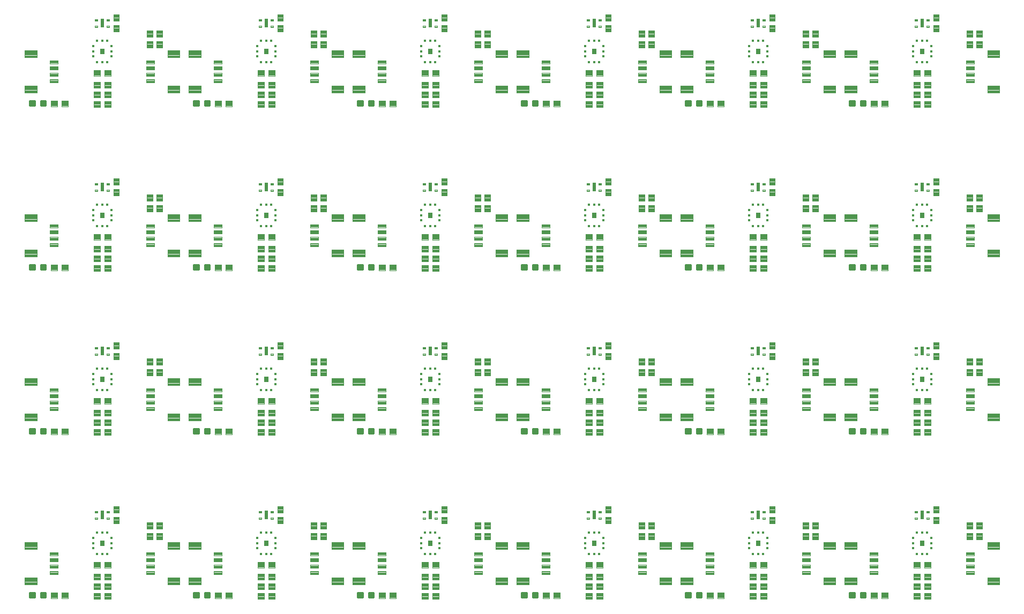
<source format=gtp>
G04 EAGLE Gerber RS-274X export*
G75*
%MOMM*%
%FSLAX34Y34*%
%LPD*%
%INSolderpaste Top*%
%IPPOS*%
%AMOC8*
5,1,8,0,0,1.08239X$1,22.5*%
G01*
%ADD10C,0.096000*%
%ADD11C,0.102000*%
%ADD12C,0.100000*%
%ADD13C,0.300000*%
%ADD14R,0.500000X1.400000*%
%ADD15C,0.101500*%
%ADD16R,0.400000X0.300000*%
%ADD17R,0.700000X0.900000*%
%ADD18R,0.300000X0.400000*%


D10*
X4530Y149480D02*
X4530Y160520D01*
X23570Y160520D01*
X23570Y149480D01*
X4530Y149480D01*
X4530Y150392D02*
X23570Y150392D01*
X23570Y151304D02*
X4530Y151304D01*
X4530Y152216D02*
X23570Y152216D01*
X23570Y153128D02*
X4530Y153128D01*
X4530Y154040D02*
X23570Y154040D01*
X23570Y154952D02*
X4530Y154952D01*
X4530Y155864D02*
X23570Y155864D01*
X23570Y156776D02*
X4530Y156776D01*
X4530Y157688D02*
X23570Y157688D01*
X23570Y158600D02*
X4530Y158600D01*
X4530Y159512D02*
X23570Y159512D01*
X23570Y160424D02*
X4530Y160424D01*
X4530Y104520D02*
X4530Y93480D01*
X4530Y104520D02*
X23570Y104520D01*
X23570Y93480D01*
X4530Y93480D01*
X4530Y94392D02*
X23570Y94392D01*
X23570Y95304D02*
X4530Y95304D01*
X4530Y96216D02*
X23570Y96216D01*
X23570Y97128D02*
X4530Y97128D01*
X4530Y98040D02*
X23570Y98040D01*
X23570Y98952D02*
X4530Y98952D01*
X4530Y99864D02*
X23570Y99864D01*
X23570Y100776D02*
X4530Y100776D01*
X4530Y101688D02*
X23570Y101688D01*
X23570Y102600D02*
X4530Y102600D01*
X4530Y103512D02*
X23570Y103512D01*
X23570Y104424D02*
X4530Y104424D01*
D11*
X44560Y139510D02*
X44560Y144490D01*
X57040Y144490D01*
X57040Y139510D01*
X44560Y139510D01*
X44560Y140479D02*
X57040Y140479D01*
X57040Y141448D02*
X44560Y141448D01*
X44560Y142417D02*
X57040Y142417D01*
X57040Y143386D02*
X44560Y143386D01*
X44560Y144355D02*
X57040Y144355D01*
X44560Y134490D02*
X44560Y129510D01*
X44560Y134490D02*
X57040Y134490D01*
X57040Y129510D01*
X44560Y129510D01*
X44560Y130479D02*
X57040Y130479D01*
X57040Y131448D02*
X44560Y131448D01*
X44560Y132417D02*
X57040Y132417D01*
X57040Y133386D02*
X44560Y133386D01*
X44560Y134355D02*
X57040Y134355D01*
X44560Y124490D02*
X44560Y119510D01*
X44560Y124490D02*
X57040Y124490D01*
X57040Y119510D01*
X44560Y119510D01*
X44560Y120479D02*
X57040Y120479D01*
X57040Y121448D02*
X44560Y121448D01*
X44560Y122417D02*
X57040Y122417D01*
X57040Y123386D02*
X44560Y123386D01*
X44560Y124355D02*
X57040Y124355D01*
X44560Y114490D02*
X44560Y109510D01*
X44560Y114490D02*
X57040Y114490D01*
X57040Y109510D01*
X44560Y109510D01*
X44560Y110479D02*
X57040Y110479D01*
X57040Y111448D02*
X44560Y111448D01*
X44560Y112417D02*
X57040Y112417D01*
X57040Y113386D02*
X44560Y113386D01*
X44560Y114355D02*
X57040Y114355D01*
D12*
X153725Y189700D02*
X153725Y199700D01*
X153725Y189700D02*
X144725Y189700D01*
X144725Y199700D01*
X153725Y199700D01*
X153725Y190650D02*
X144725Y190650D01*
X144725Y191600D02*
X153725Y191600D01*
X153725Y192550D02*
X144725Y192550D01*
X144725Y193500D02*
X153725Y193500D01*
X153725Y194450D02*
X144725Y194450D01*
X144725Y195400D02*
X153725Y195400D01*
X153725Y196350D02*
X144725Y196350D01*
X144725Y197300D02*
X153725Y197300D01*
X153725Y198250D02*
X144725Y198250D01*
X144725Y199200D02*
X153725Y199200D01*
X153725Y206700D02*
X153725Y216700D01*
X153725Y206700D02*
X144725Y206700D01*
X144725Y216700D01*
X153725Y216700D01*
X153725Y207650D02*
X144725Y207650D01*
X144725Y208600D02*
X153725Y208600D01*
X153725Y209550D02*
X144725Y209550D01*
X144725Y210500D02*
X153725Y210500D01*
X153725Y211450D02*
X144725Y211450D01*
X144725Y212400D02*
X153725Y212400D01*
X153725Y213350D02*
X144725Y213350D01*
X144725Y214300D02*
X153725Y214300D01*
X153725Y215250D02*
X144725Y215250D01*
X144725Y216200D02*
X153725Y216200D01*
D10*
X249470Y104520D02*
X249470Y93480D01*
X230430Y93480D01*
X230430Y104520D01*
X249470Y104520D01*
X249470Y94392D02*
X230430Y94392D01*
X230430Y95304D02*
X249470Y95304D01*
X249470Y96216D02*
X230430Y96216D01*
X230430Y97128D02*
X249470Y97128D01*
X249470Y98040D02*
X230430Y98040D01*
X230430Y98952D02*
X249470Y98952D01*
X249470Y99864D02*
X230430Y99864D01*
X230430Y100776D02*
X249470Y100776D01*
X249470Y101688D02*
X230430Y101688D01*
X230430Y102600D02*
X249470Y102600D01*
X249470Y103512D02*
X230430Y103512D01*
X230430Y104424D02*
X249470Y104424D01*
X249470Y149480D02*
X249470Y160520D01*
X249470Y149480D02*
X230430Y149480D01*
X230430Y160520D01*
X249470Y160520D01*
X249470Y150392D02*
X230430Y150392D01*
X230430Y151304D02*
X249470Y151304D01*
X249470Y152216D02*
X230430Y152216D01*
X230430Y153128D02*
X249470Y153128D01*
X249470Y154040D02*
X230430Y154040D01*
X230430Y154952D02*
X249470Y154952D01*
X249470Y155864D02*
X230430Y155864D01*
X230430Y156776D02*
X249470Y156776D01*
X249470Y157688D02*
X230430Y157688D01*
X230430Y158600D02*
X249470Y158600D01*
X249470Y159512D02*
X230430Y159512D01*
X230430Y160424D02*
X249470Y160424D01*
D11*
X209440Y114490D02*
X209440Y109510D01*
X196960Y109510D01*
X196960Y114490D01*
X209440Y114490D01*
X209440Y110479D02*
X196960Y110479D01*
X196960Y111448D02*
X209440Y111448D01*
X209440Y112417D02*
X196960Y112417D01*
X196960Y113386D02*
X209440Y113386D01*
X209440Y114355D02*
X196960Y114355D01*
X209440Y119510D02*
X209440Y124490D01*
X209440Y119510D02*
X196960Y119510D01*
X196960Y124490D01*
X209440Y124490D01*
X209440Y120479D02*
X196960Y120479D01*
X196960Y121448D02*
X209440Y121448D01*
X209440Y122417D02*
X196960Y122417D01*
X196960Y123386D02*
X209440Y123386D01*
X209440Y124355D02*
X196960Y124355D01*
X209440Y129510D02*
X209440Y134490D01*
X209440Y129510D02*
X196960Y129510D01*
X196960Y134490D01*
X209440Y134490D01*
X209440Y130479D02*
X196960Y130479D01*
X196960Y131448D02*
X209440Y131448D01*
X209440Y132417D02*
X196960Y132417D01*
X196960Y133386D02*
X209440Y133386D01*
X209440Y134355D02*
X196960Y134355D01*
X209440Y139510D02*
X209440Y144490D01*
X209440Y139510D02*
X196960Y139510D01*
X196960Y144490D01*
X209440Y144490D01*
X209440Y140479D02*
X196960Y140479D01*
X196960Y141448D02*
X209440Y141448D01*
X209440Y142417D02*
X196960Y142417D01*
X196960Y143386D02*
X209440Y143386D01*
X209440Y144355D02*
X196960Y144355D01*
D12*
X56190Y71700D02*
X46190Y71700D01*
X46190Y80700D01*
X56190Y80700D01*
X56190Y71700D01*
X56190Y72650D02*
X46190Y72650D01*
X46190Y73600D02*
X56190Y73600D01*
X56190Y74550D02*
X46190Y74550D01*
X46190Y75500D02*
X56190Y75500D01*
X56190Y76450D02*
X46190Y76450D01*
X46190Y77400D02*
X56190Y77400D01*
X56190Y78350D02*
X46190Y78350D01*
X46190Y79300D02*
X56190Y79300D01*
X56190Y80250D02*
X46190Y80250D01*
X63190Y71700D02*
X73190Y71700D01*
X63190Y71700D02*
X63190Y80700D01*
X73190Y80700D01*
X73190Y71700D01*
X73190Y72650D02*
X63190Y72650D01*
X63190Y73600D02*
X73190Y73600D01*
X73190Y74550D02*
X63190Y74550D01*
X63190Y75500D02*
X73190Y75500D01*
X73190Y76450D02*
X63190Y76450D01*
X63190Y77400D02*
X73190Y77400D01*
X73190Y78350D02*
X63190Y78350D01*
X63190Y79300D02*
X73190Y79300D01*
X73190Y80250D02*
X63190Y80250D01*
D13*
X20130Y79700D02*
X20130Y72700D01*
X13130Y72700D01*
X13130Y79700D01*
X20130Y79700D01*
X20130Y75550D02*
X13130Y75550D01*
X13130Y78400D02*
X20130Y78400D01*
X37670Y79700D02*
X37670Y72700D01*
X30670Y72700D01*
X30670Y79700D01*
X37670Y79700D01*
X37670Y75550D02*
X30670Y75550D01*
X30670Y78400D02*
X37670Y78400D01*
D12*
X221670Y164300D02*
X221670Y174300D01*
X221670Y164300D02*
X212670Y164300D01*
X212670Y174300D01*
X221670Y174300D01*
X221670Y165250D02*
X212670Y165250D01*
X212670Y166200D02*
X221670Y166200D01*
X221670Y167150D02*
X212670Y167150D01*
X212670Y168100D02*
X221670Y168100D01*
X221670Y169050D02*
X212670Y169050D01*
X212670Y170000D02*
X221670Y170000D01*
X221670Y170950D02*
X212670Y170950D01*
X212670Y171900D02*
X221670Y171900D01*
X221670Y172850D02*
X212670Y172850D01*
X212670Y173800D02*
X221670Y173800D01*
X221670Y181300D02*
X221670Y191300D01*
X221670Y181300D02*
X212670Y181300D01*
X212670Y191300D01*
X221670Y191300D01*
X221670Y182250D02*
X212670Y182250D01*
X212670Y183200D02*
X221670Y183200D01*
X221670Y184150D02*
X212670Y184150D01*
X212670Y185100D02*
X221670Y185100D01*
X221670Y186050D02*
X212670Y186050D01*
X212670Y187000D02*
X221670Y187000D01*
X221670Y187950D02*
X212670Y187950D01*
X212670Y188900D02*
X221670Y188900D01*
X221670Y189850D02*
X212670Y189850D01*
X212670Y190800D02*
X221670Y190800D01*
X206430Y174300D02*
X206430Y164300D01*
X197430Y164300D01*
X197430Y174300D01*
X206430Y174300D01*
X206430Y165250D02*
X197430Y165250D01*
X197430Y166200D02*
X206430Y166200D01*
X206430Y167150D02*
X197430Y167150D01*
X197430Y168100D02*
X206430Y168100D01*
X206430Y169050D02*
X197430Y169050D01*
X197430Y170000D02*
X206430Y170000D01*
X206430Y170950D02*
X197430Y170950D01*
X197430Y171900D02*
X206430Y171900D01*
X206430Y172850D02*
X197430Y172850D01*
X197430Y173800D02*
X206430Y173800D01*
X206430Y181300D02*
X206430Y191300D01*
X206430Y181300D02*
X197430Y181300D01*
X197430Y191300D01*
X206430Y191300D01*
X206430Y182250D02*
X197430Y182250D01*
X197430Y183200D02*
X206430Y183200D01*
X206430Y184150D02*
X197430Y184150D01*
X197430Y185100D02*
X206430Y185100D01*
X206430Y186050D02*
X197430Y186050D01*
X197430Y187000D02*
X206430Y187000D01*
X206430Y187950D02*
X197430Y187950D01*
X197430Y188900D02*
X206430Y188900D01*
X206430Y189850D02*
X197430Y189850D01*
X197430Y190800D02*
X206430Y190800D01*
X140500Y128960D02*
X130500Y128960D01*
X140500Y128960D02*
X140500Y119960D01*
X130500Y119960D01*
X130500Y128960D01*
X130500Y120910D02*
X140500Y120910D01*
X140500Y121860D02*
X130500Y121860D01*
X130500Y122810D02*
X140500Y122810D01*
X140500Y123760D02*
X130500Y123760D01*
X130500Y124710D02*
X140500Y124710D01*
X140500Y125660D02*
X130500Y125660D01*
X130500Y126610D02*
X140500Y126610D01*
X140500Y127560D02*
X130500Y127560D01*
X130500Y128510D02*
X140500Y128510D01*
X123500Y128960D02*
X113500Y128960D01*
X123500Y128960D02*
X123500Y119960D01*
X113500Y119960D01*
X113500Y128960D01*
X113500Y120910D02*
X123500Y120910D01*
X123500Y121860D02*
X113500Y121860D01*
X113500Y122810D02*
X123500Y122810D01*
X123500Y123760D02*
X113500Y123760D01*
X113500Y124710D02*
X123500Y124710D01*
X123500Y125660D02*
X113500Y125660D01*
X113500Y126610D02*
X123500Y126610D01*
X123500Y127560D02*
X113500Y127560D01*
X113500Y128510D02*
X123500Y128510D01*
D14*
X127000Y203200D03*
D15*
X134007Y199443D02*
X134007Y196957D01*
X134007Y199443D02*
X138493Y199443D01*
X138493Y196957D01*
X134007Y196957D01*
X134007Y197921D02*
X138493Y197921D01*
X138493Y198885D02*
X134007Y198885D01*
X134007Y206957D02*
X134007Y209443D01*
X138493Y209443D01*
X138493Y206957D01*
X134007Y206957D01*
X134007Y207921D02*
X138493Y207921D01*
X138493Y208885D02*
X134007Y208885D01*
X115507Y209443D02*
X115507Y206957D01*
X115507Y209443D02*
X119993Y209443D01*
X119993Y206957D01*
X115507Y206957D01*
X115507Y207921D02*
X119993Y207921D01*
X119993Y208885D02*
X115507Y208885D01*
X115507Y199443D02*
X115507Y196957D01*
X115507Y199443D02*
X119993Y199443D01*
X119993Y196957D01*
X115507Y196957D01*
X115507Y197921D02*
X119993Y197921D01*
X119993Y198885D02*
X115507Y198885D01*
D16*
X112500Y166750D03*
X112500Y158750D03*
X112500Y150750D03*
X141500Y166750D03*
X141500Y158750D03*
X141500Y150750D03*
D17*
X127000Y158750D03*
D18*
X127000Y141750D03*
X119000Y141750D03*
X135000Y141750D03*
X127000Y175750D03*
X119000Y175750D03*
X135000Y175750D03*
D12*
X130500Y109910D02*
X140500Y109910D01*
X140500Y100910D01*
X130500Y100910D01*
X130500Y109910D01*
X130500Y101860D02*
X140500Y101860D01*
X140500Y102810D02*
X130500Y102810D01*
X130500Y103760D02*
X140500Y103760D01*
X140500Y104710D02*
X130500Y104710D01*
X130500Y105660D02*
X140500Y105660D01*
X140500Y106610D02*
X130500Y106610D01*
X130500Y107560D02*
X140500Y107560D01*
X140500Y108510D02*
X130500Y108510D01*
X130500Y109460D02*
X140500Y109460D01*
X123500Y109910D02*
X113500Y109910D01*
X123500Y109910D02*
X123500Y100910D01*
X113500Y100910D01*
X113500Y109910D01*
X113500Y101860D02*
X123500Y101860D01*
X123500Y102810D02*
X113500Y102810D01*
X113500Y103760D02*
X123500Y103760D01*
X123500Y104710D02*
X113500Y104710D01*
X113500Y105660D02*
X123500Y105660D01*
X123500Y106610D02*
X113500Y106610D01*
X113500Y107560D02*
X123500Y107560D01*
X123500Y108510D02*
X113500Y108510D01*
X113500Y109460D02*
X123500Y109460D01*
X130500Y94670D02*
X140500Y94670D01*
X140500Y85670D01*
X130500Y85670D01*
X130500Y94670D01*
X130500Y86620D02*
X140500Y86620D01*
X140500Y87570D02*
X130500Y87570D01*
X130500Y88520D02*
X140500Y88520D01*
X140500Y89470D02*
X130500Y89470D01*
X130500Y90420D02*
X140500Y90420D01*
X140500Y91370D02*
X130500Y91370D01*
X130500Y92320D02*
X140500Y92320D01*
X140500Y93270D02*
X130500Y93270D01*
X130500Y94220D02*
X140500Y94220D01*
X123500Y94670D02*
X113500Y94670D01*
X123500Y94670D02*
X123500Y85670D01*
X113500Y85670D01*
X113500Y94670D01*
X113500Y86620D02*
X123500Y86620D01*
X123500Y87570D02*
X113500Y87570D01*
X113500Y88520D02*
X123500Y88520D01*
X123500Y89470D02*
X113500Y89470D01*
X113500Y90420D02*
X123500Y90420D01*
X123500Y91370D02*
X113500Y91370D01*
X113500Y92320D02*
X123500Y92320D01*
X123500Y93270D02*
X113500Y93270D01*
X113500Y94220D02*
X123500Y94220D01*
X130500Y79430D02*
X140500Y79430D01*
X140500Y70430D01*
X130500Y70430D01*
X130500Y79430D01*
X130500Y71380D02*
X140500Y71380D01*
X140500Y72330D02*
X130500Y72330D01*
X130500Y73280D02*
X140500Y73280D01*
X140500Y74230D02*
X130500Y74230D01*
X130500Y75180D02*
X140500Y75180D01*
X140500Y76130D02*
X130500Y76130D01*
X130500Y77080D02*
X140500Y77080D01*
X140500Y78030D02*
X130500Y78030D01*
X130500Y78980D02*
X140500Y78980D01*
X123500Y79430D02*
X113500Y79430D01*
X123500Y79430D02*
X123500Y70430D01*
X113500Y70430D01*
X113500Y79430D01*
X113500Y71380D02*
X123500Y71380D01*
X123500Y72330D02*
X113500Y72330D01*
X113500Y73280D02*
X123500Y73280D01*
X123500Y74230D02*
X113500Y74230D01*
X113500Y75180D02*
X123500Y75180D01*
X123500Y76130D02*
X113500Y76130D01*
X113500Y77080D02*
X123500Y77080D01*
X123500Y78030D02*
X113500Y78030D01*
X113500Y78980D02*
X123500Y78980D01*
D10*
X263610Y149480D02*
X263610Y160520D01*
X282650Y160520D01*
X282650Y149480D01*
X263610Y149480D01*
X263610Y150392D02*
X282650Y150392D01*
X282650Y151304D02*
X263610Y151304D01*
X263610Y152216D02*
X282650Y152216D01*
X282650Y153128D02*
X263610Y153128D01*
X263610Y154040D02*
X282650Y154040D01*
X282650Y154952D02*
X263610Y154952D01*
X263610Y155864D02*
X282650Y155864D01*
X282650Y156776D02*
X263610Y156776D01*
X263610Y157688D02*
X282650Y157688D01*
X282650Y158600D02*
X263610Y158600D01*
X263610Y159512D02*
X282650Y159512D01*
X282650Y160424D02*
X263610Y160424D01*
X263610Y104520D02*
X263610Y93480D01*
X263610Y104520D02*
X282650Y104520D01*
X282650Y93480D01*
X263610Y93480D01*
X263610Y94392D02*
X282650Y94392D01*
X282650Y95304D02*
X263610Y95304D01*
X263610Y96216D02*
X282650Y96216D01*
X282650Y97128D02*
X263610Y97128D01*
X263610Y98040D02*
X282650Y98040D01*
X282650Y98952D02*
X263610Y98952D01*
X263610Y99864D02*
X282650Y99864D01*
X282650Y100776D02*
X263610Y100776D01*
X263610Y101688D02*
X282650Y101688D01*
X282650Y102600D02*
X263610Y102600D01*
X263610Y103512D02*
X282650Y103512D01*
X282650Y104424D02*
X263610Y104424D01*
D11*
X303640Y139510D02*
X303640Y144490D01*
X316120Y144490D01*
X316120Y139510D01*
X303640Y139510D01*
X303640Y140479D02*
X316120Y140479D01*
X316120Y141448D02*
X303640Y141448D01*
X303640Y142417D02*
X316120Y142417D01*
X316120Y143386D02*
X303640Y143386D01*
X303640Y144355D02*
X316120Y144355D01*
X303640Y134490D02*
X303640Y129510D01*
X303640Y134490D02*
X316120Y134490D01*
X316120Y129510D01*
X303640Y129510D01*
X303640Y130479D02*
X316120Y130479D01*
X316120Y131448D02*
X303640Y131448D01*
X303640Y132417D02*
X316120Y132417D01*
X316120Y133386D02*
X303640Y133386D01*
X303640Y134355D02*
X316120Y134355D01*
X303640Y124490D02*
X303640Y119510D01*
X303640Y124490D02*
X316120Y124490D01*
X316120Y119510D01*
X303640Y119510D01*
X303640Y120479D02*
X316120Y120479D01*
X316120Y121448D02*
X303640Y121448D01*
X303640Y122417D02*
X316120Y122417D01*
X316120Y123386D02*
X303640Y123386D01*
X303640Y124355D02*
X316120Y124355D01*
X303640Y114490D02*
X303640Y109510D01*
X303640Y114490D02*
X316120Y114490D01*
X316120Y109510D01*
X303640Y109510D01*
X303640Y110479D02*
X316120Y110479D01*
X316120Y111448D02*
X303640Y111448D01*
X303640Y112417D02*
X316120Y112417D01*
X316120Y113386D02*
X303640Y113386D01*
X303640Y114355D02*
X316120Y114355D01*
D12*
X412805Y189700D02*
X412805Y199700D01*
X412805Y189700D02*
X403805Y189700D01*
X403805Y199700D01*
X412805Y199700D01*
X412805Y190650D02*
X403805Y190650D01*
X403805Y191600D02*
X412805Y191600D01*
X412805Y192550D02*
X403805Y192550D01*
X403805Y193500D02*
X412805Y193500D01*
X412805Y194450D02*
X403805Y194450D01*
X403805Y195400D02*
X412805Y195400D01*
X412805Y196350D02*
X403805Y196350D01*
X403805Y197300D02*
X412805Y197300D01*
X412805Y198250D02*
X403805Y198250D01*
X403805Y199200D02*
X412805Y199200D01*
X412805Y206700D02*
X412805Y216700D01*
X412805Y206700D02*
X403805Y206700D01*
X403805Y216700D01*
X412805Y216700D01*
X412805Y207650D02*
X403805Y207650D01*
X403805Y208600D02*
X412805Y208600D01*
X412805Y209550D02*
X403805Y209550D01*
X403805Y210500D02*
X412805Y210500D01*
X412805Y211450D02*
X403805Y211450D01*
X403805Y212400D02*
X412805Y212400D01*
X412805Y213350D02*
X403805Y213350D01*
X403805Y214300D02*
X412805Y214300D01*
X412805Y215250D02*
X403805Y215250D01*
X403805Y216200D02*
X412805Y216200D01*
D10*
X508550Y104520D02*
X508550Y93480D01*
X489510Y93480D01*
X489510Y104520D01*
X508550Y104520D01*
X508550Y94392D02*
X489510Y94392D01*
X489510Y95304D02*
X508550Y95304D01*
X508550Y96216D02*
X489510Y96216D01*
X489510Y97128D02*
X508550Y97128D01*
X508550Y98040D02*
X489510Y98040D01*
X489510Y98952D02*
X508550Y98952D01*
X508550Y99864D02*
X489510Y99864D01*
X489510Y100776D02*
X508550Y100776D01*
X508550Y101688D02*
X489510Y101688D01*
X489510Y102600D02*
X508550Y102600D01*
X508550Y103512D02*
X489510Y103512D01*
X489510Y104424D02*
X508550Y104424D01*
X508550Y149480D02*
X508550Y160520D01*
X508550Y149480D02*
X489510Y149480D01*
X489510Y160520D01*
X508550Y160520D01*
X508550Y150392D02*
X489510Y150392D01*
X489510Y151304D02*
X508550Y151304D01*
X508550Y152216D02*
X489510Y152216D01*
X489510Y153128D02*
X508550Y153128D01*
X508550Y154040D02*
X489510Y154040D01*
X489510Y154952D02*
X508550Y154952D01*
X508550Y155864D02*
X489510Y155864D01*
X489510Y156776D02*
X508550Y156776D01*
X508550Y157688D02*
X489510Y157688D01*
X489510Y158600D02*
X508550Y158600D01*
X508550Y159512D02*
X489510Y159512D01*
X489510Y160424D02*
X508550Y160424D01*
D11*
X468520Y114490D02*
X468520Y109510D01*
X456040Y109510D01*
X456040Y114490D01*
X468520Y114490D01*
X468520Y110479D02*
X456040Y110479D01*
X456040Y111448D02*
X468520Y111448D01*
X468520Y112417D02*
X456040Y112417D01*
X456040Y113386D02*
X468520Y113386D01*
X468520Y114355D02*
X456040Y114355D01*
X468520Y119510D02*
X468520Y124490D01*
X468520Y119510D02*
X456040Y119510D01*
X456040Y124490D01*
X468520Y124490D01*
X468520Y120479D02*
X456040Y120479D01*
X456040Y121448D02*
X468520Y121448D01*
X468520Y122417D02*
X456040Y122417D01*
X456040Y123386D02*
X468520Y123386D01*
X468520Y124355D02*
X456040Y124355D01*
X468520Y129510D02*
X468520Y134490D01*
X468520Y129510D02*
X456040Y129510D01*
X456040Y134490D01*
X468520Y134490D01*
X468520Y130479D02*
X456040Y130479D01*
X456040Y131448D02*
X468520Y131448D01*
X468520Y132417D02*
X456040Y132417D01*
X456040Y133386D02*
X468520Y133386D01*
X468520Y134355D02*
X456040Y134355D01*
X468520Y139510D02*
X468520Y144490D01*
X468520Y139510D02*
X456040Y139510D01*
X456040Y144490D01*
X468520Y144490D01*
X468520Y140479D02*
X456040Y140479D01*
X456040Y141448D02*
X468520Y141448D01*
X468520Y142417D02*
X456040Y142417D01*
X456040Y143386D02*
X468520Y143386D01*
X468520Y144355D02*
X456040Y144355D01*
D12*
X315270Y71700D02*
X305270Y71700D01*
X305270Y80700D01*
X315270Y80700D01*
X315270Y71700D01*
X315270Y72650D02*
X305270Y72650D01*
X305270Y73600D02*
X315270Y73600D01*
X315270Y74550D02*
X305270Y74550D01*
X305270Y75500D02*
X315270Y75500D01*
X315270Y76450D02*
X305270Y76450D01*
X305270Y77400D02*
X315270Y77400D01*
X315270Y78350D02*
X305270Y78350D01*
X305270Y79300D02*
X315270Y79300D01*
X315270Y80250D02*
X305270Y80250D01*
X322270Y71700D02*
X332270Y71700D01*
X322270Y71700D02*
X322270Y80700D01*
X332270Y80700D01*
X332270Y71700D01*
X332270Y72650D02*
X322270Y72650D01*
X322270Y73600D02*
X332270Y73600D01*
X332270Y74550D02*
X322270Y74550D01*
X322270Y75500D02*
X332270Y75500D01*
X332270Y76450D02*
X322270Y76450D01*
X322270Y77400D02*
X332270Y77400D01*
X332270Y78350D02*
X322270Y78350D01*
X322270Y79300D02*
X332270Y79300D01*
X332270Y80250D02*
X322270Y80250D01*
D13*
X279210Y79700D02*
X279210Y72700D01*
X272210Y72700D01*
X272210Y79700D01*
X279210Y79700D01*
X279210Y75550D02*
X272210Y75550D01*
X272210Y78400D02*
X279210Y78400D01*
X296750Y79700D02*
X296750Y72700D01*
X289750Y72700D01*
X289750Y79700D01*
X296750Y79700D01*
X296750Y75550D02*
X289750Y75550D01*
X289750Y78400D02*
X296750Y78400D01*
D12*
X480750Y164300D02*
X480750Y174300D01*
X480750Y164300D02*
X471750Y164300D01*
X471750Y174300D01*
X480750Y174300D01*
X480750Y165250D02*
X471750Y165250D01*
X471750Y166200D02*
X480750Y166200D01*
X480750Y167150D02*
X471750Y167150D01*
X471750Y168100D02*
X480750Y168100D01*
X480750Y169050D02*
X471750Y169050D01*
X471750Y170000D02*
X480750Y170000D01*
X480750Y170950D02*
X471750Y170950D01*
X471750Y171900D02*
X480750Y171900D01*
X480750Y172850D02*
X471750Y172850D01*
X471750Y173800D02*
X480750Y173800D01*
X480750Y181300D02*
X480750Y191300D01*
X480750Y181300D02*
X471750Y181300D01*
X471750Y191300D01*
X480750Y191300D01*
X480750Y182250D02*
X471750Y182250D01*
X471750Y183200D02*
X480750Y183200D01*
X480750Y184150D02*
X471750Y184150D01*
X471750Y185100D02*
X480750Y185100D01*
X480750Y186050D02*
X471750Y186050D01*
X471750Y187000D02*
X480750Y187000D01*
X480750Y187950D02*
X471750Y187950D01*
X471750Y188900D02*
X480750Y188900D01*
X480750Y189850D02*
X471750Y189850D01*
X471750Y190800D02*
X480750Y190800D01*
X465510Y174300D02*
X465510Y164300D01*
X456510Y164300D01*
X456510Y174300D01*
X465510Y174300D01*
X465510Y165250D02*
X456510Y165250D01*
X456510Y166200D02*
X465510Y166200D01*
X465510Y167150D02*
X456510Y167150D01*
X456510Y168100D02*
X465510Y168100D01*
X465510Y169050D02*
X456510Y169050D01*
X456510Y170000D02*
X465510Y170000D01*
X465510Y170950D02*
X456510Y170950D01*
X456510Y171900D02*
X465510Y171900D01*
X465510Y172850D02*
X456510Y172850D01*
X456510Y173800D02*
X465510Y173800D01*
X465510Y181300D02*
X465510Y191300D01*
X465510Y181300D02*
X456510Y181300D01*
X456510Y191300D01*
X465510Y191300D01*
X465510Y182250D02*
X456510Y182250D01*
X456510Y183200D02*
X465510Y183200D01*
X465510Y184150D02*
X456510Y184150D01*
X456510Y185100D02*
X465510Y185100D01*
X465510Y186050D02*
X456510Y186050D01*
X456510Y187000D02*
X465510Y187000D01*
X465510Y187950D02*
X456510Y187950D01*
X456510Y188900D02*
X465510Y188900D01*
X465510Y189850D02*
X456510Y189850D01*
X456510Y190800D02*
X465510Y190800D01*
X399580Y128960D02*
X389580Y128960D01*
X399580Y128960D02*
X399580Y119960D01*
X389580Y119960D01*
X389580Y128960D01*
X389580Y120910D02*
X399580Y120910D01*
X399580Y121860D02*
X389580Y121860D01*
X389580Y122810D02*
X399580Y122810D01*
X399580Y123760D02*
X389580Y123760D01*
X389580Y124710D02*
X399580Y124710D01*
X399580Y125660D02*
X389580Y125660D01*
X389580Y126610D02*
X399580Y126610D01*
X399580Y127560D02*
X389580Y127560D01*
X389580Y128510D02*
X399580Y128510D01*
X382580Y128960D02*
X372580Y128960D01*
X382580Y128960D02*
X382580Y119960D01*
X372580Y119960D01*
X372580Y128960D01*
X372580Y120910D02*
X382580Y120910D01*
X382580Y121860D02*
X372580Y121860D01*
X372580Y122810D02*
X382580Y122810D01*
X382580Y123760D02*
X372580Y123760D01*
X372580Y124710D02*
X382580Y124710D01*
X382580Y125660D02*
X372580Y125660D01*
X372580Y126610D02*
X382580Y126610D01*
X382580Y127560D02*
X372580Y127560D01*
X372580Y128510D02*
X382580Y128510D01*
D14*
X386080Y203200D03*
D15*
X393087Y199443D02*
X393087Y196957D01*
X393087Y199443D02*
X397573Y199443D01*
X397573Y196957D01*
X393087Y196957D01*
X393087Y197921D02*
X397573Y197921D01*
X397573Y198885D02*
X393087Y198885D01*
X393087Y206957D02*
X393087Y209443D01*
X397573Y209443D01*
X397573Y206957D01*
X393087Y206957D01*
X393087Y207921D02*
X397573Y207921D01*
X397573Y208885D02*
X393087Y208885D01*
X374587Y209443D02*
X374587Y206957D01*
X374587Y209443D02*
X379073Y209443D01*
X379073Y206957D01*
X374587Y206957D01*
X374587Y207921D02*
X379073Y207921D01*
X379073Y208885D02*
X374587Y208885D01*
X374587Y199443D02*
X374587Y196957D01*
X374587Y199443D02*
X379073Y199443D01*
X379073Y196957D01*
X374587Y196957D01*
X374587Y197921D02*
X379073Y197921D01*
X379073Y198885D02*
X374587Y198885D01*
D16*
X371580Y166750D03*
X371580Y158750D03*
X371580Y150750D03*
X400580Y166750D03*
X400580Y158750D03*
X400580Y150750D03*
D17*
X386080Y158750D03*
D18*
X386080Y141750D03*
X378080Y141750D03*
X394080Y141750D03*
X386080Y175750D03*
X378080Y175750D03*
X394080Y175750D03*
D12*
X389580Y109910D02*
X399580Y109910D01*
X399580Y100910D01*
X389580Y100910D01*
X389580Y109910D01*
X389580Y101860D02*
X399580Y101860D01*
X399580Y102810D02*
X389580Y102810D01*
X389580Y103760D02*
X399580Y103760D01*
X399580Y104710D02*
X389580Y104710D01*
X389580Y105660D02*
X399580Y105660D01*
X399580Y106610D02*
X389580Y106610D01*
X389580Y107560D02*
X399580Y107560D01*
X399580Y108510D02*
X389580Y108510D01*
X389580Y109460D02*
X399580Y109460D01*
X382580Y109910D02*
X372580Y109910D01*
X382580Y109910D02*
X382580Y100910D01*
X372580Y100910D01*
X372580Y109910D01*
X372580Y101860D02*
X382580Y101860D01*
X382580Y102810D02*
X372580Y102810D01*
X372580Y103760D02*
X382580Y103760D01*
X382580Y104710D02*
X372580Y104710D01*
X372580Y105660D02*
X382580Y105660D01*
X382580Y106610D02*
X372580Y106610D01*
X372580Y107560D02*
X382580Y107560D01*
X382580Y108510D02*
X372580Y108510D01*
X372580Y109460D02*
X382580Y109460D01*
X389580Y94670D02*
X399580Y94670D01*
X399580Y85670D01*
X389580Y85670D01*
X389580Y94670D01*
X389580Y86620D02*
X399580Y86620D01*
X399580Y87570D02*
X389580Y87570D01*
X389580Y88520D02*
X399580Y88520D01*
X399580Y89470D02*
X389580Y89470D01*
X389580Y90420D02*
X399580Y90420D01*
X399580Y91370D02*
X389580Y91370D01*
X389580Y92320D02*
X399580Y92320D01*
X399580Y93270D02*
X389580Y93270D01*
X389580Y94220D02*
X399580Y94220D01*
X382580Y94670D02*
X372580Y94670D01*
X382580Y94670D02*
X382580Y85670D01*
X372580Y85670D01*
X372580Y94670D01*
X372580Y86620D02*
X382580Y86620D01*
X382580Y87570D02*
X372580Y87570D01*
X372580Y88520D02*
X382580Y88520D01*
X382580Y89470D02*
X372580Y89470D01*
X372580Y90420D02*
X382580Y90420D01*
X382580Y91370D02*
X372580Y91370D01*
X372580Y92320D02*
X382580Y92320D01*
X382580Y93270D02*
X372580Y93270D01*
X372580Y94220D02*
X382580Y94220D01*
X389580Y79430D02*
X399580Y79430D01*
X399580Y70430D01*
X389580Y70430D01*
X389580Y79430D01*
X389580Y71380D02*
X399580Y71380D01*
X399580Y72330D02*
X389580Y72330D01*
X389580Y73280D02*
X399580Y73280D01*
X399580Y74230D02*
X389580Y74230D01*
X389580Y75180D02*
X399580Y75180D01*
X399580Y76130D02*
X389580Y76130D01*
X389580Y77080D02*
X399580Y77080D01*
X399580Y78030D02*
X389580Y78030D01*
X389580Y78980D02*
X399580Y78980D01*
X382580Y79430D02*
X372580Y79430D01*
X382580Y79430D02*
X382580Y70430D01*
X372580Y70430D01*
X372580Y79430D01*
X372580Y71380D02*
X382580Y71380D01*
X382580Y72330D02*
X372580Y72330D01*
X372580Y73280D02*
X382580Y73280D01*
X382580Y74230D02*
X372580Y74230D01*
X372580Y75180D02*
X382580Y75180D01*
X382580Y76130D02*
X372580Y76130D01*
X372580Y77080D02*
X382580Y77080D01*
X382580Y78030D02*
X372580Y78030D01*
X372580Y78980D02*
X382580Y78980D01*
D10*
X522690Y149480D02*
X522690Y160520D01*
X541730Y160520D01*
X541730Y149480D01*
X522690Y149480D01*
X522690Y150392D02*
X541730Y150392D01*
X541730Y151304D02*
X522690Y151304D01*
X522690Y152216D02*
X541730Y152216D01*
X541730Y153128D02*
X522690Y153128D01*
X522690Y154040D02*
X541730Y154040D01*
X541730Y154952D02*
X522690Y154952D01*
X522690Y155864D02*
X541730Y155864D01*
X541730Y156776D02*
X522690Y156776D01*
X522690Y157688D02*
X541730Y157688D01*
X541730Y158600D02*
X522690Y158600D01*
X522690Y159512D02*
X541730Y159512D01*
X541730Y160424D02*
X522690Y160424D01*
X522690Y104520D02*
X522690Y93480D01*
X522690Y104520D02*
X541730Y104520D01*
X541730Y93480D01*
X522690Y93480D01*
X522690Y94392D02*
X541730Y94392D01*
X541730Y95304D02*
X522690Y95304D01*
X522690Y96216D02*
X541730Y96216D01*
X541730Y97128D02*
X522690Y97128D01*
X522690Y98040D02*
X541730Y98040D01*
X541730Y98952D02*
X522690Y98952D01*
X522690Y99864D02*
X541730Y99864D01*
X541730Y100776D02*
X522690Y100776D01*
X522690Y101688D02*
X541730Y101688D01*
X541730Y102600D02*
X522690Y102600D01*
X522690Y103512D02*
X541730Y103512D01*
X541730Y104424D02*
X522690Y104424D01*
D11*
X562720Y139510D02*
X562720Y144490D01*
X575200Y144490D01*
X575200Y139510D01*
X562720Y139510D01*
X562720Y140479D02*
X575200Y140479D01*
X575200Y141448D02*
X562720Y141448D01*
X562720Y142417D02*
X575200Y142417D01*
X575200Y143386D02*
X562720Y143386D01*
X562720Y144355D02*
X575200Y144355D01*
X562720Y134490D02*
X562720Y129510D01*
X562720Y134490D02*
X575200Y134490D01*
X575200Y129510D01*
X562720Y129510D01*
X562720Y130479D02*
X575200Y130479D01*
X575200Y131448D02*
X562720Y131448D01*
X562720Y132417D02*
X575200Y132417D01*
X575200Y133386D02*
X562720Y133386D01*
X562720Y134355D02*
X575200Y134355D01*
X562720Y124490D02*
X562720Y119510D01*
X562720Y124490D02*
X575200Y124490D01*
X575200Y119510D01*
X562720Y119510D01*
X562720Y120479D02*
X575200Y120479D01*
X575200Y121448D02*
X562720Y121448D01*
X562720Y122417D02*
X575200Y122417D01*
X575200Y123386D02*
X562720Y123386D01*
X562720Y124355D02*
X575200Y124355D01*
X562720Y114490D02*
X562720Y109510D01*
X562720Y114490D02*
X575200Y114490D01*
X575200Y109510D01*
X562720Y109510D01*
X562720Y110479D02*
X575200Y110479D01*
X575200Y111448D02*
X562720Y111448D01*
X562720Y112417D02*
X575200Y112417D01*
X575200Y113386D02*
X562720Y113386D01*
X562720Y114355D02*
X575200Y114355D01*
D12*
X671885Y189700D02*
X671885Y199700D01*
X671885Y189700D02*
X662885Y189700D01*
X662885Y199700D01*
X671885Y199700D01*
X671885Y190650D02*
X662885Y190650D01*
X662885Y191600D02*
X671885Y191600D01*
X671885Y192550D02*
X662885Y192550D01*
X662885Y193500D02*
X671885Y193500D01*
X671885Y194450D02*
X662885Y194450D01*
X662885Y195400D02*
X671885Y195400D01*
X671885Y196350D02*
X662885Y196350D01*
X662885Y197300D02*
X671885Y197300D01*
X671885Y198250D02*
X662885Y198250D01*
X662885Y199200D02*
X671885Y199200D01*
X671885Y206700D02*
X671885Y216700D01*
X671885Y206700D02*
X662885Y206700D01*
X662885Y216700D01*
X671885Y216700D01*
X671885Y207650D02*
X662885Y207650D01*
X662885Y208600D02*
X671885Y208600D01*
X671885Y209550D02*
X662885Y209550D01*
X662885Y210500D02*
X671885Y210500D01*
X671885Y211450D02*
X662885Y211450D01*
X662885Y212400D02*
X671885Y212400D01*
X671885Y213350D02*
X662885Y213350D01*
X662885Y214300D02*
X671885Y214300D01*
X671885Y215250D02*
X662885Y215250D01*
X662885Y216200D02*
X671885Y216200D01*
D10*
X767630Y104520D02*
X767630Y93480D01*
X748590Y93480D01*
X748590Y104520D01*
X767630Y104520D01*
X767630Y94392D02*
X748590Y94392D01*
X748590Y95304D02*
X767630Y95304D01*
X767630Y96216D02*
X748590Y96216D01*
X748590Y97128D02*
X767630Y97128D01*
X767630Y98040D02*
X748590Y98040D01*
X748590Y98952D02*
X767630Y98952D01*
X767630Y99864D02*
X748590Y99864D01*
X748590Y100776D02*
X767630Y100776D01*
X767630Y101688D02*
X748590Y101688D01*
X748590Y102600D02*
X767630Y102600D01*
X767630Y103512D02*
X748590Y103512D01*
X748590Y104424D02*
X767630Y104424D01*
X767630Y149480D02*
X767630Y160520D01*
X767630Y149480D02*
X748590Y149480D01*
X748590Y160520D01*
X767630Y160520D01*
X767630Y150392D02*
X748590Y150392D01*
X748590Y151304D02*
X767630Y151304D01*
X767630Y152216D02*
X748590Y152216D01*
X748590Y153128D02*
X767630Y153128D01*
X767630Y154040D02*
X748590Y154040D01*
X748590Y154952D02*
X767630Y154952D01*
X767630Y155864D02*
X748590Y155864D01*
X748590Y156776D02*
X767630Y156776D01*
X767630Y157688D02*
X748590Y157688D01*
X748590Y158600D02*
X767630Y158600D01*
X767630Y159512D02*
X748590Y159512D01*
X748590Y160424D02*
X767630Y160424D01*
D11*
X727600Y114490D02*
X727600Y109510D01*
X715120Y109510D01*
X715120Y114490D01*
X727600Y114490D01*
X727600Y110479D02*
X715120Y110479D01*
X715120Y111448D02*
X727600Y111448D01*
X727600Y112417D02*
X715120Y112417D01*
X715120Y113386D02*
X727600Y113386D01*
X727600Y114355D02*
X715120Y114355D01*
X727600Y119510D02*
X727600Y124490D01*
X727600Y119510D02*
X715120Y119510D01*
X715120Y124490D01*
X727600Y124490D01*
X727600Y120479D02*
X715120Y120479D01*
X715120Y121448D02*
X727600Y121448D01*
X727600Y122417D02*
X715120Y122417D01*
X715120Y123386D02*
X727600Y123386D01*
X727600Y124355D02*
X715120Y124355D01*
X727600Y129510D02*
X727600Y134490D01*
X727600Y129510D02*
X715120Y129510D01*
X715120Y134490D01*
X727600Y134490D01*
X727600Y130479D02*
X715120Y130479D01*
X715120Y131448D02*
X727600Y131448D01*
X727600Y132417D02*
X715120Y132417D01*
X715120Y133386D02*
X727600Y133386D01*
X727600Y134355D02*
X715120Y134355D01*
X727600Y139510D02*
X727600Y144490D01*
X727600Y139510D02*
X715120Y139510D01*
X715120Y144490D01*
X727600Y144490D01*
X727600Y140479D02*
X715120Y140479D01*
X715120Y141448D02*
X727600Y141448D01*
X727600Y142417D02*
X715120Y142417D01*
X715120Y143386D02*
X727600Y143386D01*
X727600Y144355D02*
X715120Y144355D01*
D12*
X574350Y71700D02*
X564350Y71700D01*
X564350Y80700D01*
X574350Y80700D01*
X574350Y71700D01*
X574350Y72650D02*
X564350Y72650D01*
X564350Y73600D02*
X574350Y73600D01*
X574350Y74550D02*
X564350Y74550D01*
X564350Y75500D02*
X574350Y75500D01*
X574350Y76450D02*
X564350Y76450D01*
X564350Y77400D02*
X574350Y77400D01*
X574350Y78350D02*
X564350Y78350D01*
X564350Y79300D02*
X574350Y79300D01*
X574350Y80250D02*
X564350Y80250D01*
X581350Y71700D02*
X591350Y71700D01*
X581350Y71700D02*
X581350Y80700D01*
X591350Y80700D01*
X591350Y71700D01*
X591350Y72650D02*
X581350Y72650D01*
X581350Y73600D02*
X591350Y73600D01*
X591350Y74550D02*
X581350Y74550D01*
X581350Y75500D02*
X591350Y75500D01*
X591350Y76450D02*
X581350Y76450D01*
X581350Y77400D02*
X591350Y77400D01*
X591350Y78350D02*
X581350Y78350D01*
X581350Y79300D02*
X591350Y79300D01*
X591350Y80250D02*
X581350Y80250D01*
D13*
X538290Y79700D02*
X538290Y72700D01*
X531290Y72700D01*
X531290Y79700D01*
X538290Y79700D01*
X538290Y75550D02*
X531290Y75550D01*
X531290Y78400D02*
X538290Y78400D01*
X555830Y79700D02*
X555830Y72700D01*
X548830Y72700D01*
X548830Y79700D01*
X555830Y79700D01*
X555830Y75550D02*
X548830Y75550D01*
X548830Y78400D02*
X555830Y78400D01*
D12*
X739830Y164300D02*
X739830Y174300D01*
X739830Y164300D02*
X730830Y164300D01*
X730830Y174300D01*
X739830Y174300D01*
X739830Y165250D02*
X730830Y165250D01*
X730830Y166200D02*
X739830Y166200D01*
X739830Y167150D02*
X730830Y167150D01*
X730830Y168100D02*
X739830Y168100D01*
X739830Y169050D02*
X730830Y169050D01*
X730830Y170000D02*
X739830Y170000D01*
X739830Y170950D02*
X730830Y170950D01*
X730830Y171900D02*
X739830Y171900D01*
X739830Y172850D02*
X730830Y172850D01*
X730830Y173800D02*
X739830Y173800D01*
X739830Y181300D02*
X739830Y191300D01*
X739830Y181300D02*
X730830Y181300D01*
X730830Y191300D01*
X739830Y191300D01*
X739830Y182250D02*
X730830Y182250D01*
X730830Y183200D02*
X739830Y183200D01*
X739830Y184150D02*
X730830Y184150D01*
X730830Y185100D02*
X739830Y185100D01*
X739830Y186050D02*
X730830Y186050D01*
X730830Y187000D02*
X739830Y187000D01*
X739830Y187950D02*
X730830Y187950D01*
X730830Y188900D02*
X739830Y188900D01*
X739830Y189850D02*
X730830Y189850D01*
X730830Y190800D02*
X739830Y190800D01*
X724590Y174300D02*
X724590Y164300D01*
X715590Y164300D01*
X715590Y174300D01*
X724590Y174300D01*
X724590Y165250D02*
X715590Y165250D01*
X715590Y166200D02*
X724590Y166200D01*
X724590Y167150D02*
X715590Y167150D01*
X715590Y168100D02*
X724590Y168100D01*
X724590Y169050D02*
X715590Y169050D01*
X715590Y170000D02*
X724590Y170000D01*
X724590Y170950D02*
X715590Y170950D01*
X715590Y171900D02*
X724590Y171900D01*
X724590Y172850D02*
X715590Y172850D01*
X715590Y173800D02*
X724590Y173800D01*
X724590Y181300D02*
X724590Y191300D01*
X724590Y181300D02*
X715590Y181300D01*
X715590Y191300D01*
X724590Y191300D01*
X724590Y182250D02*
X715590Y182250D01*
X715590Y183200D02*
X724590Y183200D01*
X724590Y184150D02*
X715590Y184150D01*
X715590Y185100D02*
X724590Y185100D01*
X724590Y186050D02*
X715590Y186050D01*
X715590Y187000D02*
X724590Y187000D01*
X724590Y187950D02*
X715590Y187950D01*
X715590Y188900D02*
X724590Y188900D01*
X724590Y189850D02*
X715590Y189850D01*
X715590Y190800D02*
X724590Y190800D01*
X658660Y128960D02*
X648660Y128960D01*
X658660Y128960D02*
X658660Y119960D01*
X648660Y119960D01*
X648660Y128960D01*
X648660Y120910D02*
X658660Y120910D01*
X658660Y121860D02*
X648660Y121860D01*
X648660Y122810D02*
X658660Y122810D01*
X658660Y123760D02*
X648660Y123760D01*
X648660Y124710D02*
X658660Y124710D01*
X658660Y125660D02*
X648660Y125660D01*
X648660Y126610D02*
X658660Y126610D01*
X658660Y127560D02*
X648660Y127560D01*
X648660Y128510D02*
X658660Y128510D01*
X641660Y128960D02*
X631660Y128960D01*
X641660Y128960D02*
X641660Y119960D01*
X631660Y119960D01*
X631660Y128960D01*
X631660Y120910D02*
X641660Y120910D01*
X641660Y121860D02*
X631660Y121860D01*
X631660Y122810D02*
X641660Y122810D01*
X641660Y123760D02*
X631660Y123760D01*
X631660Y124710D02*
X641660Y124710D01*
X641660Y125660D02*
X631660Y125660D01*
X631660Y126610D02*
X641660Y126610D01*
X641660Y127560D02*
X631660Y127560D01*
X631660Y128510D02*
X641660Y128510D01*
D14*
X645160Y203200D03*
D15*
X652167Y199443D02*
X652167Y196957D01*
X652167Y199443D02*
X656653Y199443D01*
X656653Y196957D01*
X652167Y196957D01*
X652167Y197921D02*
X656653Y197921D01*
X656653Y198885D02*
X652167Y198885D01*
X652167Y206957D02*
X652167Y209443D01*
X656653Y209443D01*
X656653Y206957D01*
X652167Y206957D01*
X652167Y207921D02*
X656653Y207921D01*
X656653Y208885D02*
X652167Y208885D01*
X633667Y209443D02*
X633667Y206957D01*
X633667Y209443D02*
X638153Y209443D01*
X638153Y206957D01*
X633667Y206957D01*
X633667Y207921D02*
X638153Y207921D01*
X638153Y208885D02*
X633667Y208885D01*
X633667Y199443D02*
X633667Y196957D01*
X633667Y199443D02*
X638153Y199443D01*
X638153Y196957D01*
X633667Y196957D01*
X633667Y197921D02*
X638153Y197921D01*
X638153Y198885D02*
X633667Y198885D01*
D16*
X630660Y166750D03*
X630660Y158750D03*
X630660Y150750D03*
X659660Y166750D03*
X659660Y158750D03*
X659660Y150750D03*
D17*
X645160Y158750D03*
D18*
X645160Y141750D03*
X637160Y141750D03*
X653160Y141750D03*
X645160Y175750D03*
X637160Y175750D03*
X653160Y175750D03*
D12*
X648660Y109910D02*
X658660Y109910D01*
X658660Y100910D01*
X648660Y100910D01*
X648660Y109910D01*
X648660Y101860D02*
X658660Y101860D01*
X658660Y102810D02*
X648660Y102810D01*
X648660Y103760D02*
X658660Y103760D01*
X658660Y104710D02*
X648660Y104710D01*
X648660Y105660D02*
X658660Y105660D01*
X658660Y106610D02*
X648660Y106610D01*
X648660Y107560D02*
X658660Y107560D01*
X658660Y108510D02*
X648660Y108510D01*
X648660Y109460D02*
X658660Y109460D01*
X641660Y109910D02*
X631660Y109910D01*
X641660Y109910D02*
X641660Y100910D01*
X631660Y100910D01*
X631660Y109910D01*
X631660Y101860D02*
X641660Y101860D01*
X641660Y102810D02*
X631660Y102810D01*
X631660Y103760D02*
X641660Y103760D01*
X641660Y104710D02*
X631660Y104710D01*
X631660Y105660D02*
X641660Y105660D01*
X641660Y106610D02*
X631660Y106610D01*
X631660Y107560D02*
X641660Y107560D01*
X641660Y108510D02*
X631660Y108510D01*
X631660Y109460D02*
X641660Y109460D01*
X648660Y94670D02*
X658660Y94670D01*
X658660Y85670D01*
X648660Y85670D01*
X648660Y94670D01*
X648660Y86620D02*
X658660Y86620D01*
X658660Y87570D02*
X648660Y87570D01*
X648660Y88520D02*
X658660Y88520D01*
X658660Y89470D02*
X648660Y89470D01*
X648660Y90420D02*
X658660Y90420D01*
X658660Y91370D02*
X648660Y91370D01*
X648660Y92320D02*
X658660Y92320D01*
X658660Y93270D02*
X648660Y93270D01*
X648660Y94220D02*
X658660Y94220D01*
X641660Y94670D02*
X631660Y94670D01*
X641660Y94670D02*
X641660Y85670D01*
X631660Y85670D01*
X631660Y94670D01*
X631660Y86620D02*
X641660Y86620D01*
X641660Y87570D02*
X631660Y87570D01*
X631660Y88520D02*
X641660Y88520D01*
X641660Y89470D02*
X631660Y89470D01*
X631660Y90420D02*
X641660Y90420D01*
X641660Y91370D02*
X631660Y91370D01*
X631660Y92320D02*
X641660Y92320D01*
X641660Y93270D02*
X631660Y93270D01*
X631660Y94220D02*
X641660Y94220D01*
X648660Y79430D02*
X658660Y79430D01*
X658660Y70430D01*
X648660Y70430D01*
X648660Y79430D01*
X648660Y71380D02*
X658660Y71380D01*
X658660Y72330D02*
X648660Y72330D01*
X648660Y73280D02*
X658660Y73280D01*
X658660Y74230D02*
X648660Y74230D01*
X648660Y75180D02*
X658660Y75180D01*
X658660Y76130D02*
X648660Y76130D01*
X648660Y77080D02*
X658660Y77080D01*
X658660Y78030D02*
X648660Y78030D01*
X648660Y78980D02*
X658660Y78980D01*
X641660Y79430D02*
X631660Y79430D01*
X641660Y79430D02*
X641660Y70430D01*
X631660Y70430D01*
X631660Y79430D01*
X631660Y71380D02*
X641660Y71380D01*
X641660Y72330D02*
X631660Y72330D01*
X631660Y73280D02*
X641660Y73280D01*
X641660Y74230D02*
X631660Y74230D01*
X631660Y75180D02*
X641660Y75180D01*
X641660Y76130D02*
X631660Y76130D01*
X631660Y77080D02*
X641660Y77080D01*
X641660Y78030D02*
X631660Y78030D01*
X631660Y78980D02*
X641660Y78980D01*
D10*
X781770Y149480D02*
X781770Y160520D01*
X800810Y160520D01*
X800810Y149480D01*
X781770Y149480D01*
X781770Y150392D02*
X800810Y150392D01*
X800810Y151304D02*
X781770Y151304D01*
X781770Y152216D02*
X800810Y152216D01*
X800810Y153128D02*
X781770Y153128D01*
X781770Y154040D02*
X800810Y154040D01*
X800810Y154952D02*
X781770Y154952D01*
X781770Y155864D02*
X800810Y155864D01*
X800810Y156776D02*
X781770Y156776D01*
X781770Y157688D02*
X800810Y157688D01*
X800810Y158600D02*
X781770Y158600D01*
X781770Y159512D02*
X800810Y159512D01*
X800810Y160424D02*
X781770Y160424D01*
X781770Y104520D02*
X781770Y93480D01*
X781770Y104520D02*
X800810Y104520D01*
X800810Y93480D01*
X781770Y93480D01*
X781770Y94392D02*
X800810Y94392D01*
X800810Y95304D02*
X781770Y95304D01*
X781770Y96216D02*
X800810Y96216D01*
X800810Y97128D02*
X781770Y97128D01*
X781770Y98040D02*
X800810Y98040D01*
X800810Y98952D02*
X781770Y98952D01*
X781770Y99864D02*
X800810Y99864D01*
X800810Y100776D02*
X781770Y100776D01*
X781770Y101688D02*
X800810Y101688D01*
X800810Y102600D02*
X781770Y102600D01*
X781770Y103512D02*
X800810Y103512D01*
X800810Y104424D02*
X781770Y104424D01*
D11*
X821800Y139510D02*
X821800Y144490D01*
X834280Y144490D01*
X834280Y139510D01*
X821800Y139510D01*
X821800Y140479D02*
X834280Y140479D01*
X834280Y141448D02*
X821800Y141448D01*
X821800Y142417D02*
X834280Y142417D01*
X834280Y143386D02*
X821800Y143386D01*
X821800Y144355D02*
X834280Y144355D01*
X821800Y134490D02*
X821800Y129510D01*
X821800Y134490D02*
X834280Y134490D01*
X834280Y129510D01*
X821800Y129510D01*
X821800Y130479D02*
X834280Y130479D01*
X834280Y131448D02*
X821800Y131448D01*
X821800Y132417D02*
X834280Y132417D01*
X834280Y133386D02*
X821800Y133386D01*
X821800Y134355D02*
X834280Y134355D01*
X821800Y124490D02*
X821800Y119510D01*
X821800Y124490D02*
X834280Y124490D01*
X834280Y119510D01*
X821800Y119510D01*
X821800Y120479D02*
X834280Y120479D01*
X834280Y121448D02*
X821800Y121448D01*
X821800Y122417D02*
X834280Y122417D01*
X834280Y123386D02*
X821800Y123386D01*
X821800Y124355D02*
X834280Y124355D01*
X821800Y114490D02*
X821800Y109510D01*
X821800Y114490D02*
X834280Y114490D01*
X834280Y109510D01*
X821800Y109510D01*
X821800Y110479D02*
X834280Y110479D01*
X834280Y111448D02*
X821800Y111448D01*
X821800Y112417D02*
X834280Y112417D01*
X834280Y113386D02*
X821800Y113386D01*
X821800Y114355D02*
X834280Y114355D01*
D12*
X930965Y189700D02*
X930965Y199700D01*
X930965Y189700D02*
X921965Y189700D01*
X921965Y199700D01*
X930965Y199700D01*
X930965Y190650D02*
X921965Y190650D01*
X921965Y191600D02*
X930965Y191600D01*
X930965Y192550D02*
X921965Y192550D01*
X921965Y193500D02*
X930965Y193500D01*
X930965Y194450D02*
X921965Y194450D01*
X921965Y195400D02*
X930965Y195400D01*
X930965Y196350D02*
X921965Y196350D01*
X921965Y197300D02*
X930965Y197300D01*
X930965Y198250D02*
X921965Y198250D01*
X921965Y199200D02*
X930965Y199200D01*
X930965Y206700D02*
X930965Y216700D01*
X930965Y206700D02*
X921965Y206700D01*
X921965Y216700D01*
X930965Y216700D01*
X930965Y207650D02*
X921965Y207650D01*
X921965Y208600D02*
X930965Y208600D01*
X930965Y209550D02*
X921965Y209550D01*
X921965Y210500D02*
X930965Y210500D01*
X930965Y211450D02*
X921965Y211450D01*
X921965Y212400D02*
X930965Y212400D01*
X930965Y213350D02*
X921965Y213350D01*
X921965Y214300D02*
X930965Y214300D01*
X930965Y215250D02*
X921965Y215250D01*
X921965Y216200D02*
X930965Y216200D01*
D10*
X1026710Y104520D02*
X1026710Y93480D01*
X1007670Y93480D01*
X1007670Y104520D01*
X1026710Y104520D01*
X1026710Y94392D02*
X1007670Y94392D01*
X1007670Y95304D02*
X1026710Y95304D01*
X1026710Y96216D02*
X1007670Y96216D01*
X1007670Y97128D02*
X1026710Y97128D01*
X1026710Y98040D02*
X1007670Y98040D01*
X1007670Y98952D02*
X1026710Y98952D01*
X1026710Y99864D02*
X1007670Y99864D01*
X1007670Y100776D02*
X1026710Y100776D01*
X1026710Y101688D02*
X1007670Y101688D01*
X1007670Y102600D02*
X1026710Y102600D01*
X1026710Y103512D02*
X1007670Y103512D01*
X1007670Y104424D02*
X1026710Y104424D01*
X1026710Y149480D02*
X1026710Y160520D01*
X1026710Y149480D02*
X1007670Y149480D01*
X1007670Y160520D01*
X1026710Y160520D01*
X1026710Y150392D02*
X1007670Y150392D01*
X1007670Y151304D02*
X1026710Y151304D01*
X1026710Y152216D02*
X1007670Y152216D01*
X1007670Y153128D02*
X1026710Y153128D01*
X1026710Y154040D02*
X1007670Y154040D01*
X1007670Y154952D02*
X1026710Y154952D01*
X1026710Y155864D02*
X1007670Y155864D01*
X1007670Y156776D02*
X1026710Y156776D01*
X1026710Y157688D02*
X1007670Y157688D01*
X1007670Y158600D02*
X1026710Y158600D01*
X1026710Y159512D02*
X1007670Y159512D01*
X1007670Y160424D02*
X1026710Y160424D01*
D11*
X986680Y114490D02*
X986680Y109510D01*
X974200Y109510D01*
X974200Y114490D01*
X986680Y114490D01*
X986680Y110479D02*
X974200Y110479D01*
X974200Y111448D02*
X986680Y111448D01*
X986680Y112417D02*
X974200Y112417D01*
X974200Y113386D02*
X986680Y113386D01*
X986680Y114355D02*
X974200Y114355D01*
X986680Y119510D02*
X986680Y124490D01*
X986680Y119510D02*
X974200Y119510D01*
X974200Y124490D01*
X986680Y124490D01*
X986680Y120479D02*
X974200Y120479D01*
X974200Y121448D02*
X986680Y121448D01*
X986680Y122417D02*
X974200Y122417D01*
X974200Y123386D02*
X986680Y123386D01*
X986680Y124355D02*
X974200Y124355D01*
X986680Y129510D02*
X986680Y134490D01*
X986680Y129510D02*
X974200Y129510D01*
X974200Y134490D01*
X986680Y134490D01*
X986680Y130479D02*
X974200Y130479D01*
X974200Y131448D02*
X986680Y131448D01*
X986680Y132417D02*
X974200Y132417D01*
X974200Y133386D02*
X986680Y133386D01*
X986680Y134355D02*
X974200Y134355D01*
X986680Y139510D02*
X986680Y144490D01*
X986680Y139510D02*
X974200Y139510D01*
X974200Y144490D01*
X986680Y144490D01*
X986680Y140479D02*
X974200Y140479D01*
X974200Y141448D02*
X986680Y141448D01*
X986680Y142417D02*
X974200Y142417D01*
X974200Y143386D02*
X986680Y143386D01*
X986680Y144355D02*
X974200Y144355D01*
D12*
X833430Y71700D02*
X823430Y71700D01*
X823430Y80700D01*
X833430Y80700D01*
X833430Y71700D01*
X833430Y72650D02*
X823430Y72650D01*
X823430Y73600D02*
X833430Y73600D01*
X833430Y74550D02*
X823430Y74550D01*
X823430Y75500D02*
X833430Y75500D01*
X833430Y76450D02*
X823430Y76450D01*
X823430Y77400D02*
X833430Y77400D01*
X833430Y78350D02*
X823430Y78350D01*
X823430Y79300D02*
X833430Y79300D01*
X833430Y80250D02*
X823430Y80250D01*
X840430Y71700D02*
X850430Y71700D01*
X840430Y71700D02*
X840430Y80700D01*
X850430Y80700D01*
X850430Y71700D01*
X850430Y72650D02*
X840430Y72650D01*
X840430Y73600D02*
X850430Y73600D01*
X850430Y74550D02*
X840430Y74550D01*
X840430Y75500D02*
X850430Y75500D01*
X850430Y76450D02*
X840430Y76450D01*
X840430Y77400D02*
X850430Y77400D01*
X850430Y78350D02*
X840430Y78350D01*
X840430Y79300D02*
X850430Y79300D01*
X850430Y80250D02*
X840430Y80250D01*
D13*
X797370Y79700D02*
X797370Y72700D01*
X790370Y72700D01*
X790370Y79700D01*
X797370Y79700D01*
X797370Y75550D02*
X790370Y75550D01*
X790370Y78400D02*
X797370Y78400D01*
X814910Y79700D02*
X814910Y72700D01*
X807910Y72700D01*
X807910Y79700D01*
X814910Y79700D01*
X814910Y75550D02*
X807910Y75550D01*
X807910Y78400D02*
X814910Y78400D01*
D12*
X998910Y164300D02*
X998910Y174300D01*
X998910Y164300D02*
X989910Y164300D01*
X989910Y174300D01*
X998910Y174300D01*
X998910Y165250D02*
X989910Y165250D01*
X989910Y166200D02*
X998910Y166200D01*
X998910Y167150D02*
X989910Y167150D01*
X989910Y168100D02*
X998910Y168100D01*
X998910Y169050D02*
X989910Y169050D01*
X989910Y170000D02*
X998910Y170000D01*
X998910Y170950D02*
X989910Y170950D01*
X989910Y171900D02*
X998910Y171900D01*
X998910Y172850D02*
X989910Y172850D01*
X989910Y173800D02*
X998910Y173800D01*
X998910Y181300D02*
X998910Y191300D01*
X998910Y181300D02*
X989910Y181300D01*
X989910Y191300D01*
X998910Y191300D01*
X998910Y182250D02*
X989910Y182250D01*
X989910Y183200D02*
X998910Y183200D01*
X998910Y184150D02*
X989910Y184150D01*
X989910Y185100D02*
X998910Y185100D01*
X998910Y186050D02*
X989910Y186050D01*
X989910Y187000D02*
X998910Y187000D01*
X998910Y187950D02*
X989910Y187950D01*
X989910Y188900D02*
X998910Y188900D01*
X998910Y189850D02*
X989910Y189850D01*
X989910Y190800D02*
X998910Y190800D01*
X983670Y174300D02*
X983670Y164300D01*
X974670Y164300D01*
X974670Y174300D01*
X983670Y174300D01*
X983670Y165250D02*
X974670Y165250D01*
X974670Y166200D02*
X983670Y166200D01*
X983670Y167150D02*
X974670Y167150D01*
X974670Y168100D02*
X983670Y168100D01*
X983670Y169050D02*
X974670Y169050D01*
X974670Y170000D02*
X983670Y170000D01*
X983670Y170950D02*
X974670Y170950D01*
X974670Y171900D02*
X983670Y171900D01*
X983670Y172850D02*
X974670Y172850D01*
X974670Y173800D02*
X983670Y173800D01*
X983670Y181300D02*
X983670Y191300D01*
X983670Y181300D02*
X974670Y181300D01*
X974670Y191300D01*
X983670Y191300D01*
X983670Y182250D02*
X974670Y182250D01*
X974670Y183200D02*
X983670Y183200D01*
X983670Y184150D02*
X974670Y184150D01*
X974670Y185100D02*
X983670Y185100D01*
X983670Y186050D02*
X974670Y186050D01*
X974670Y187000D02*
X983670Y187000D01*
X983670Y187950D02*
X974670Y187950D01*
X974670Y188900D02*
X983670Y188900D01*
X983670Y189850D02*
X974670Y189850D01*
X974670Y190800D02*
X983670Y190800D01*
X917740Y128960D02*
X907740Y128960D01*
X917740Y128960D02*
X917740Y119960D01*
X907740Y119960D01*
X907740Y128960D01*
X907740Y120910D02*
X917740Y120910D01*
X917740Y121860D02*
X907740Y121860D01*
X907740Y122810D02*
X917740Y122810D01*
X917740Y123760D02*
X907740Y123760D01*
X907740Y124710D02*
X917740Y124710D01*
X917740Y125660D02*
X907740Y125660D01*
X907740Y126610D02*
X917740Y126610D01*
X917740Y127560D02*
X907740Y127560D01*
X907740Y128510D02*
X917740Y128510D01*
X900740Y128960D02*
X890740Y128960D01*
X900740Y128960D02*
X900740Y119960D01*
X890740Y119960D01*
X890740Y128960D01*
X890740Y120910D02*
X900740Y120910D01*
X900740Y121860D02*
X890740Y121860D01*
X890740Y122810D02*
X900740Y122810D01*
X900740Y123760D02*
X890740Y123760D01*
X890740Y124710D02*
X900740Y124710D01*
X900740Y125660D02*
X890740Y125660D01*
X890740Y126610D02*
X900740Y126610D01*
X900740Y127560D02*
X890740Y127560D01*
X890740Y128510D02*
X900740Y128510D01*
D14*
X904240Y203200D03*
D15*
X911247Y199443D02*
X911247Y196957D01*
X911247Y199443D02*
X915733Y199443D01*
X915733Y196957D01*
X911247Y196957D01*
X911247Y197921D02*
X915733Y197921D01*
X915733Y198885D02*
X911247Y198885D01*
X911247Y206957D02*
X911247Y209443D01*
X915733Y209443D01*
X915733Y206957D01*
X911247Y206957D01*
X911247Y207921D02*
X915733Y207921D01*
X915733Y208885D02*
X911247Y208885D01*
X892747Y209443D02*
X892747Y206957D01*
X892747Y209443D02*
X897233Y209443D01*
X897233Y206957D01*
X892747Y206957D01*
X892747Y207921D02*
X897233Y207921D01*
X897233Y208885D02*
X892747Y208885D01*
X892747Y199443D02*
X892747Y196957D01*
X892747Y199443D02*
X897233Y199443D01*
X897233Y196957D01*
X892747Y196957D01*
X892747Y197921D02*
X897233Y197921D01*
X897233Y198885D02*
X892747Y198885D01*
D16*
X889740Y166750D03*
X889740Y158750D03*
X889740Y150750D03*
X918740Y166750D03*
X918740Y158750D03*
X918740Y150750D03*
D17*
X904240Y158750D03*
D18*
X904240Y141750D03*
X896240Y141750D03*
X912240Y141750D03*
X904240Y175750D03*
X896240Y175750D03*
X912240Y175750D03*
D12*
X907740Y109910D02*
X917740Y109910D01*
X917740Y100910D01*
X907740Y100910D01*
X907740Y109910D01*
X907740Y101860D02*
X917740Y101860D01*
X917740Y102810D02*
X907740Y102810D01*
X907740Y103760D02*
X917740Y103760D01*
X917740Y104710D02*
X907740Y104710D01*
X907740Y105660D02*
X917740Y105660D01*
X917740Y106610D02*
X907740Y106610D01*
X907740Y107560D02*
X917740Y107560D01*
X917740Y108510D02*
X907740Y108510D01*
X907740Y109460D02*
X917740Y109460D01*
X900740Y109910D02*
X890740Y109910D01*
X900740Y109910D02*
X900740Y100910D01*
X890740Y100910D01*
X890740Y109910D01*
X890740Y101860D02*
X900740Y101860D01*
X900740Y102810D02*
X890740Y102810D01*
X890740Y103760D02*
X900740Y103760D01*
X900740Y104710D02*
X890740Y104710D01*
X890740Y105660D02*
X900740Y105660D01*
X900740Y106610D02*
X890740Y106610D01*
X890740Y107560D02*
X900740Y107560D01*
X900740Y108510D02*
X890740Y108510D01*
X890740Y109460D02*
X900740Y109460D01*
X907740Y94670D02*
X917740Y94670D01*
X917740Y85670D01*
X907740Y85670D01*
X907740Y94670D01*
X907740Y86620D02*
X917740Y86620D01*
X917740Y87570D02*
X907740Y87570D01*
X907740Y88520D02*
X917740Y88520D01*
X917740Y89470D02*
X907740Y89470D01*
X907740Y90420D02*
X917740Y90420D01*
X917740Y91370D02*
X907740Y91370D01*
X907740Y92320D02*
X917740Y92320D01*
X917740Y93270D02*
X907740Y93270D01*
X907740Y94220D02*
X917740Y94220D01*
X900740Y94670D02*
X890740Y94670D01*
X900740Y94670D02*
X900740Y85670D01*
X890740Y85670D01*
X890740Y94670D01*
X890740Y86620D02*
X900740Y86620D01*
X900740Y87570D02*
X890740Y87570D01*
X890740Y88520D02*
X900740Y88520D01*
X900740Y89470D02*
X890740Y89470D01*
X890740Y90420D02*
X900740Y90420D01*
X900740Y91370D02*
X890740Y91370D01*
X890740Y92320D02*
X900740Y92320D01*
X900740Y93270D02*
X890740Y93270D01*
X890740Y94220D02*
X900740Y94220D01*
X907740Y79430D02*
X917740Y79430D01*
X917740Y70430D01*
X907740Y70430D01*
X907740Y79430D01*
X907740Y71380D02*
X917740Y71380D01*
X917740Y72330D02*
X907740Y72330D01*
X907740Y73280D02*
X917740Y73280D01*
X917740Y74230D02*
X907740Y74230D01*
X907740Y75180D02*
X917740Y75180D01*
X917740Y76130D02*
X907740Y76130D01*
X907740Y77080D02*
X917740Y77080D01*
X917740Y78030D02*
X907740Y78030D01*
X907740Y78980D02*
X917740Y78980D01*
X900740Y79430D02*
X890740Y79430D01*
X900740Y79430D02*
X900740Y70430D01*
X890740Y70430D01*
X890740Y79430D01*
X890740Y71380D02*
X900740Y71380D01*
X900740Y72330D02*
X890740Y72330D01*
X890740Y73280D02*
X900740Y73280D01*
X900740Y74230D02*
X890740Y74230D01*
X890740Y75180D02*
X900740Y75180D01*
X900740Y76130D02*
X890740Y76130D01*
X890740Y77080D02*
X900740Y77080D01*
X900740Y78030D02*
X890740Y78030D01*
X890740Y78980D02*
X900740Y78980D01*
D10*
X1040850Y149480D02*
X1040850Y160520D01*
X1059890Y160520D01*
X1059890Y149480D01*
X1040850Y149480D01*
X1040850Y150392D02*
X1059890Y150392D01*
X1059890Y151304D02*
X1040850Y151304D01*
X1040850Y152216D02*
X1059890Y152216D01*
X1059890Y153128D02*
X1040850Y153128D01*
X1040850Y154040D02*
X1059890Y154040D01*
X1059890Y154952D02*
X1040850Y154952D01*
X1040850Y155864D02*
X1059890Y155864D01*
X1059890Y156776D02*
X1040850Y156776D01*
X1040850Y157688D02*
X1059890Y157688D01*
X1059890Y158600D02*
X1040850Y158600D01*
X1040850Y159512D02*
X1059890Y159512D01*
X1059890Y160424D02*
X1040850Y160424D01*
X1040850Y104520D02*
X1040850Y93480D01*
X1040850Y104520D02*
X1059890Y104520D01*
X1059890Y93480D01*
X1040850Y93480D01*
X1040850Y94392D02*
X1059890Y94392D01*
X1059890Y95304D02*
X1040850Y95304D01*
X1040850Y96216D02*
X1059890Y96216D01*
X1059890Y97128D02*
X1040850Y97128D01*
X1040850Y98040D02*
X1059890Y98040D01*
X1059890Y98952D02*
X1040850Y98952D01*
X1040850Y99864D02*
X1059890Y99864D01*
X1059890Y100776D02*
X1040850Y100776D01*
X1040850Y101688D02*
X1059890Y101688D01*
X1059890Y102600D02*
X1040850Y102600D01*
X1040850Y103512D02*
X1059890Y103512D01*
X1059890Y104424D02*
X1040850Y104424D01*
D11*
X1080880Y139510D02*
X1080880Y144490D01*
X1093360Y144490D01*
X1093360Y139510D01*
X1080880Y139510D01*
X1080880Y140479D02*
X1093360Y140479D01*
X1093360Y141448D02*
X1080880Y141448D01*
X1080880Y142417D02*
X1093360Y142417D01*
X1093360Y143386D02*
X1080880Y143386D01*
X1080880Y144355D02*
X1093360Y144355D01*
X1080880Y134490D02*
X1080880Y129510D01*
X1080880Y134490D02*
X1093360Y134490D01*
X1093360Y129510D01*
X1080880Y129510D01*
X1080880Y130479D02*
X1093360Y130479D01*
X1093360Y131448D02*
X1080880Y131448D01*
X1080880Y132417D02*
X1093360Y132417D01*
X1093360Y133386D02*
X1080880Y133386D01*
X1080880Y134355D02*
X1093360Y134355D01*
X1080880Y124490D02*
X1080880Y119510D01*
X1080880Y124490D02*
X1093360Y124490D01*
X1093360Y119510D01*
X1080880Y119510D01*
X1080880Y120479D02*
X1093360Y120479D01*
X1093360Y121448D02*
X1080880Y121448D01*
X1080880Y122417D02*
X1093360Y122417D01*
X1093360Y123386D02*
X1080880Y123386D01*
X1080880Y124355D02*
X1093360Y124355D01*
X1080880Y114490D02*
X1080880Y109510D01*
X1080880Y114490D02*
X1093360Y114490D01*
X1093360Y109510D01*
X1080880Y109510D01*
X1080880Y110479D02*
X1093360Y110479D01*
X1093360Y111448D02*
X1080880Y111448D01*
X1080880Y112417D02*
X1093360Y112417D01*
X1093360Y113386D02*
X1080880Y113386D01*
X1080880Y114355D02*
X1093360Y114355D01*
D12*
X1190045Y189700D02*
X1190045Y199700D01*
X1190045Y189700D02*
X1181045Y189700D01*
X1181045Y199700D01*
X1190045Y199700D01*
X1190045Y190650D02*
X1181045Y190650D01*
X1181045Y191600D02*
X1190045Y191600D01*
X1190045Y192550D02*
X1181045Y192550D01*
X1181045Y193500D02*
X1190045Y193500D01*
X1190045Y194450D02*
X1181045Y194450D01*
X1181045Y195400D02*
X1190045Y195400D01*
X1190045Y196350D02*
X1181045Y196350D01*
X1181045Y197300D02*
X1190045Y197300D01*
X1190045Y198250D02*
X1181045Y198250D01*
X1181045Y199200D02*
X1190045Y199200D01*
X1190045Y206700D02*
X1190045Y216700D01*
X1190045Y206700D02*
X1181045Y206700D01*
X1181045Y216700D01*
X1190045Y216700D01*
X1190045Y207650D02*
X1181045Y207650D01*
X1181045Y208600D02*
X1190045Y208600D01*
X1190045Y209550D02*
X1181045Y209550D01*
X1181045Y210500D02*
X1190045Y210500D01*
X1190045Y211450D02*
X1181045Y211450D01*
X1181045Y212400D02*
X1190045Y212400D01*
X1190045Y213350D02*
X1181045Y213350D01*
X1181045Y214300D02*
X1190045Y214300D01*
X1190045Y215250D02*
X1181045Y215250D01*
X1181045Y216200D02*
X1190045Y216200D01*
D10*
X1285790Y104520D02*
X1285790Y93480D01*
X1266750Y93480D01*
X1266750Y104520D01*
X1285790Y104520D01*
X1285790Y94392D02*
X1266750Y94392D01*
X1266750Y95304D02*
X1285790Y95304D01*
X1285790Y96216D02*
X1266750Y96216D01*
X1266750Y97128D02*
X1285790Y97128D01*
X1285790Y98040D02*
X1266750Y98040D01*
X1266750Y98952D02*
X1285790Y98952D01*
X1285790Y99864D02*
X1266750Y99864D01*
X1266750Y100776D02*
X1285790Y100776D01*
X1285790Y101688D02*
X1266750Y101688D01*
X1266750Y102600D02*
X1285790Y102600D01*
X1285790Y103512D02*
X1266750Y103512D01*
X1266750Y104424D02*
X1285790Y104424D01*
X1285790Y149480D02*
X1285790Y160520D01*
X1285790Y149480D02*
X1266750Y149480D01*
X1266750Y160520D01*
X1285790Y160520D01*
X1285790Y150392D02*
X1266750Y150392D01*
X1266750Y151304D02*
X1285790Y151304D01*
X1285790Y152216D02*
X1266750Y152216D01*
X1266750Y153128D02*
X1285790Y153128D01*
X1285790Y154040D02*
X1266750Y154040D01*
X1266750Y154952D02*
X1285790Y154952D01*
X1285790Y155864D02*
X1266750Y155864D01*
X1266750Y156776D02*
X1285790Y156776D01*
X1285790Y157688D02*
X1266750Y157688D01*
X1266750Y158600D02*
X1285790Y158600D01*
X1285790Y159512D02*
X1266750Y159512D01*
X1266750Y160424D02*
X1285790Y160424D01*
D11*
X1245760Y114490D02*
X1245760Y109510D01*
X1233280Y109510D01*
X1233280Y114490D01*
X1245760Y114490D01*
X1245760Y110479D02*
X1233280Y110479D01*
X1233280Y111448D02*
X1245760Y111448D01*
X1245760Y112417D02*
X1233280Y112417D01*
X1233280Y113386D02*
X1245760Y113386D01*
X1245760Y114355D02*
X1233280Y114355D01*
X1245760Y119510D02*
X1245760Y124490D01*
X1245760Y119510D02*
X1233280Y119510D01*
X1233280Y124490D01*
X1245760Y124490D01*
X1245760Y120479D02*
X1233280Y120479D01*
X1233280Y121448D02*
X1245760Y121448D01*
X1245760Y122417D02*
X1233280Y122417D01*
X1233280Y123386D02*
X1245760Y123386D01*
X1245760Y124355D02*
X1233280Y124355D01*
X1245760Y129510D02*
X1245760Y134490D01*
X1245760Y129510D02*
X1233280Y129510D01*
X1233280Y134490D01*
X1245760Y134490D01*
X1245760Y130479D02*
X1233280Y130479D01*
X1233280Y131448D02*
X1245760Y131448D01*
X1245760Y132417D02*
X1233280Y132417D01*
X1233280Y133386D02*
X1245760Y133386D01*
X1245760Y134355D02*
X1233280Y134355D01*
X1245760Y139510D02*
X1245760Y144490D01*
X1245760Y139510D02*
X1233280Y139510D01*
X1233280Y144490D01*
X1245760Y144490D01*
X1245760Y140479D02*
X1233280Y140479D01*
X1233280Y141448D02*
X1245760Y141448D01*
X1245760Y142417D02*
X1233280Y142417D01*
X1233280Y143386D02*
X1245760Y143386D01*
X1245760Y144355D02*
X1233280Y144355D01*
D12*
X1092510Y71700D02*
X1082510Y71700D01*
X1082510Y80700D01*
X1092510Y80700D01*
X1092510Y71700D01*
X1092510Y72650D02*
X1082510Y72650D01*
X1082510Y73600D02*
X1092510Y73600D01*
X1092510Y74550D02*
X1082510Y74550D01*
X1082510Y75500D02*
X1092510Y75500D01*
X1092510Y76450D02*
X1082510Y76450D01*
X1082510Y77400D02*
X1092510Y77400D01*
X1092510Y78350D02*
X1082510Y78350D01*
X1082510Y79300D02*
X1092510Y79300D01*
X1092510Y80250D02*
X1082510Y80250D01*
X1099510Y71700D02*
X1109510Y71700D01*
X1099510Y71700D02*
X1099510Y80700D01*
X1109510Y80700D01*
X1109510Y71700D01*
X1109510Y72650D02*
X1099510Y72650D01*
X1099510Y73600D02*
X1109510Y73600D01*
X1109510Y74550D02*
X1099510Y74550D01*
X1099510Y75500D02*
X1109510Y75500D01*
X1109510Y76450D02*
X1099510Y76450D01*
X1099510Y77400D02*
X1109510Y77400D01*
X1109510Y78350D02*
X1099510Y78350D01*
X1099510Y79300D02*
X1109510Y79300D01*
X1109510Y80250D02*
X1099510Y80250D01*
D13*
X1056450Y79700D02*
X1056450Y72700D01*
X1049450Y72700D01*
X1049450Y79700D01*
X1056450Y79700D01*
X1056450Y75550D02*
X1049450Y75550D01*
X1049450Y78400D02*
X1056450Y78400D01*
X1073990Y79700D02*
X1073990Y72700D01*
X1066990Y72700D01*
X1066990Y79700D01*
X1073990Y79700D01*
X1073990Y75550D02*
X1066990Y75550D01*
X1066990Y78400D02*
X1073990Y78400D01*
D12*
X1257990Y164300D02*
X1257990Y174300D01*
X1257990Y164300D02*
X1248990Y164300D01*
X1248990Y174300D01*
X1257990Y174300D01*
X1257990Y165250D02*
X1248990Y165250D01*
X1248990Y166200D02*
X1257990Y166200D01*
X1257990Y167150D02*
X1248990Y167150D01*
X1248990Y168100D02*
X1257990Y168100D01*
X1257990Y169050D02*
X1248990Y169050D01*
X1248990Y170000D02*
X1257990Y170000D01*
X1257990Y170950D02*
X1248990Y170950D01*
X1248990Y171900D02*
X1257990Y171900D01*
X1257990Y172850D02*
X1248990Y172850D01*
X1248990Y173800D02*
X1257990Y173800D01*
X1257990Y181300D02*
X1257990Y191300D01*
X1257990Y181300D02*
X1248990Y181300D01*
X1248990Y191300D01*
X1257990Y191300D01*
X1257990Y182250D02*
X1248990Y182250D01*
X1248990Y183200D02*
X1257990Y183200D01*
X1257990Y184150D02*
X1248990Y184150D01*
X1248990Y185100D02*
X1257990Y185100D01*
X1257990Y186050D02*
X1248990Y186050D01*
X1248990Y187000D02*
X1257990Y187000D01*
X1257990Y187950D02*
X1248990Y187950D01*
X1248990Y188900D02*
X1257990Y188900D01*
X1257990Y189850D02*
X1248990Y189850D01*
X1248990Y190800D02*
X1257990Y190800D01*
X1242750Y174300D02*
X1242750Y164300D01*
X1233750Y164300D01*
X1233750Y174300D01*
X1242750Y174300D01*
X1242750Y165250D02*
X1233750Y165250D01*
X1233750Y166200D02*
X1242750Y166200D01*
X1242750Y167150D02*
X1233750Y167150D01*
X1233750Y168100D02*
X1242750Y168100D01*
X1242750Y169050D02*
X1233750Y169050D01*
X1233750Y170000D02*
X1242750Y170000D01*
X1242750Y170950D02*
X1233750Y170950D01*
X1233750Y171900D02*
X1242750Y171900D01*
X1242750Y172850D02*
X1233750Y172850D01*
X1233750Y173800D02*
X1242750Y173800D01*
X1242750Y181300D02*
X1242750Y191300D01*
X1242750Y181300D02*
X1233750Y181300D01*
X1233750Y191300D01*
X1242750Y191300D01*
X1242750Y182250D02*
X1233750Y182250D01*
X1233750Y183200D02*
X1242750Y183200D01*
X1242750Y184150D02*
X1233750Y184150D01*
X1233750Y185100D02*
X1242750Y185100D01*
X1242750Y186050D02*
X1233750Y186050D01*
X1233750Y187000D02*
X1242750Y187000D01*
X1242750Y187950D02*
X1233750Y187950D01*
X1233750Y188900D02*
X1242750Y188900D01*
X1242750Y189850D02*
X1233750Y189850D01*
X1233750Y190800D02*
X1242750Y190800D01*
X1176820Y128960D02*
X1166820Y128960D01*
X1176820Y128960D02*
X1176820Y119960D01*
X1166820Y119960D01*
X1166820Y128960D01*
X1166820Y120910D02*
X1176820Y120910D01*
X1176820Y121860D02*
X1166820Y121860D01*
X1166820Y122810D02*
X1176820Y122810D01*
X1176820Y123760D02*
X1166820Y123760D01*
X1166820Y124710D02*
X1176820Y124710D01*
X1176820Y125660D02*
X1166820Y125660D01*
X1166820Y126610D02*
X1176820Y126610D01*
X1176820Y127560D02*
X1166820Y127560D01*
X1166820Y128510D02*
X1176820Y128510D01*
X1159820Y128960D02*
X1149820Y128960D01*
X1159820Y128960D02*
X1159820Y119960D01*
X1149820Y119960D01*
X1149820Y128960D01*
X1149820Y120910D02*
X1159820Y120910D01*
X1159820Y121860D02*
X1149820Y121860D01*
X1149820Y122810D02*
X1159820Y122810D01*
X1159820Y123760D02*
X1149820Y123760D01*
X1149820Y124710D02*
X1159820Y124710D01*
X1159820Y125660D02*
X1149820Y125660D01*
X1149820Y126610D02*
X1159820Y126610D01*
X1159820Y127560D02*
X1149820Y127560D01*
X1149820Y128510D02*
X1159820Y128510D01*
D14*
X1163320Y203200D03*
D15*
X1170327Y199443D02*
X1170327Y196957D01*
X1170327Y199443D02*
X1174813Y199443D01*
X1174813Y196957D01*
X1170327Y196957D01*
X1170327Y197921D02*
X1174813Y197921D01*
X1174813Y198885D02*
X1170327Y198885D01*
X1170327Y206957D02*
X1170327Y209443D01*
X1174813Y209443D01*
X1174813Y206957D01*
X1170327Y206957D01*
X1170327Y207921D02*
X1174813Y207921D01*
X1174813Y208885D02*
X1170327Y208885D01*
X1151827Y209443D02*
X1151827Y206957D01*
X1151827Y209443D02*
X1156313Y209443D01*
X1156313Y206957D01*
X1151827Y206957D01*
X1151827Y207921D02*
X1156313Y207921D01*
X1156313Y208885D02*
X1151827Y208885D01*
X1151827Y199443D02*
X1151827Y196957D01*
X1151827Y199443D02*
X1156313Y199443D01*
X1156313Y196957D01*
X1151827Y196957D01*
X1151827Y197921D02*
X1156313Y197921D01*
X1156313Y198885D02*
X1151827Y198885D01*
D16*
X1148820Y166750D03*
X1148820Y158750D03*
X1148820Y150750D03*
X1177820Y166750D03*
X1177820Y158750D03*
X1177820Y150750D03*
D17*
X1163320Y158750D03*
D18*
X1163320Y141750D03*
X1155320Y141750D03*
X1171320Y141750D03*
X1163320Y175750D03*
X1155320Y175750D03*
X1171320Y175750D03*
D12*
X1166820Y109910D02*
X1176820Y109910D01*
X1176820Y100910D01*
X1166820Y100910D01*
X1166820Y109910D01*
X1166820Y101860D02*
X1176820Y101860D01*
X1176820Y102810D02*
X1166820Y102810D01*
X1166820Y103760D02*
X1176820Y103760D01*
X1176820Y104710D02*
X1166820Y104710D01*
X1166820Y105660D02*
X1176820Y105660D01*
X1176820Y106610D02*
X1166820Y106610D01*
X1166820Y107560D02*
X1176820Y107560D01*
X1176820Y108510D02*
X1166820Y108510D01*
X1166820Y109460D02*
X1176820Y109460D01*
X1159820Y109910D02*
X1149820Y109910D01*
X1159820Y109910D02*
X1159820Y100910D01*
X1149820Y100910D01*
X1149820Y109910D01*
X1149820Y101860D02*
X1159820Y101860D01*
X1159820Y102810D02*
X1149820Y102810D01*
X1149820Y103760D02*
X1159820Y103760D01*
X1159820Y104710D02*
X1149820Y104710D01*
X1149820Y105660D02*
X1159820Y105660D01*
X1159820Y106610D02*
X1149820Y106610D01*
X1149820Y107560D02*
X1159820Y107560D01*
X1159820Y108510D02*
X1149820Y108510D01*
X1149820Y109460D02*
X1159820Y109460D01*
X1166820Y94670D02*
X1176820Y94670D01*
X1176820Y85670D01*
X1166820Y85670D01*
X1166820Y94670D01*
X1166820Y86620D02*
X1176820Y86620D01*
X1176820Y87570D02*
X1166820Y87570D01*
X1166820Y88520D02*
X1176820Y88520D01*
X1176820Y89470D02*
X1166820Y89470D01*
X1166820Y90420D02*
X1176820Y90420D01*
X1176820Y91370D02*
X1166820Y91370D01*
X1166820Y92320D02*
X1176820Y92320D01*
X1176820Y93270D02*
X1166820Y93270D01*
X1166820Y94220D02*
X1176820Y94220D01*
X1159820Y94670D02*
X1149820Y94670D01*
X1159820Y94670D02*
X1159820Y85670D01*
X1149820Y85670D01*
X1149820Y94670D01*
X1149820Y86620D02*
X1159820Y86620D01*
X1159820Y87570D02*
X1149820Y87570D01*
X1149820Y88520D02*
X1159820Y88520D01*
X1159820Y89470D02*
X1149820Y89470D01*
X1149820Y90420D02*
X1159820Y90420D01*
X1159820Y91370D02*
X1149820Y91370D01*
X1149820Y92320D02*
X1159820Y92320D01*
X1159820Y93270D02*
X1149820Y93270D01*
X1149820Y94220D02*
X1159820Y94220D01*
X1166820Y79430D02*
X1176820Y79430D01*
X1176820Y70430D01*
X1166820Y70430D01*
X1166820Y79430D01*
X1166820Y71380D02*
X1176820Y71380D01*
X1176820Y72330D02*
X1166820Y72330D01*
X1166820Y73280D02*
X1176820Y73280D01*
X1176820Y74230D02*
X1166820Y74230D01*
X1166820Y75180D02*
X1176820Y75180D01*
X1176820Y76130D02*
X1166820Y76130D01*
X1166820Y77080D02*
X1176820Y77080D01*
X1176820Y78030D02*
X1166820Y78030D01*
X1166820Y78980D02*
X1176820Y78980D01*
X1159820Y79430D02*
X1149820Y79430D01*
X1159820Y79430D02*
X1159820Y70430D01*
X1149820Y70430D01*
X1149820Y79430D01*
X1149820Y71380D02*
X1159820Y71380D01*
X1159820Y72330D02*
X1149820Y72330D01*
X1149820Y73280D02*
X1159820Y73280D01*
X1159820Y74230D02*
X1149820Y74230D01*
X1149820Y75180D02*
X1159820Y75180D01*
X1159820Y76130D02*
X1149820Y76130D01*
X1149820Y77080D02*
X1159820Y77080D01*
X1159820Y78030D02*
X1149820Y78030D01*
X1149820Y78980D02*
X1159820Y78980D01*
D10*
X1299930Y149480D02*
X1299930Y160520D01*
X1318970Y160520D01*
X1318970Y149480D01*
X1299930Y149480D01*
X1299930Y150392D02*
X1318970Y150392D01*
X1318970Y151304D02*
X1299930Y151304D01*
X1299930Y152216D02*
X1318970Y152216D01*
X1318970Y153128D02*
X1299930Y153128D01*
X1299930Y154040D02*
X1318970Y154040D01*
X1318970Y154952D02*
X1299930Y154952D01*
X1299930Y155864D02*
X1318970Y155864D01*
X1318970Y156776D02*
X1299930Y156776D01*
X1299930Y157688D02*
X1318970Y157688D01*
X1318970Y158600D02*
X1299930Y158600D01*
X1299930Y159512D02*
X1318970Y159512D01*
X1318970Y160424D02*
X1299930Y160424D01*
X1299930Y104520D02*
X1299930Y93480D01*
X1299930Y104520D02*
X1318970Y104520D01*
X1318970Y93480D01*
X1299930Y93480D01*
X1299930Y94392D02*
X1318970Y94392D01*
X1318970Y95304D02*
X1299930Y95304D01*
X1299930Y96216D02*
X1318970Y96216D01*
X1318970Y97128D02*
X1299930Y97128D01*
X1299930Y98040D02*
X1318970Y98040D01*
X1318970Y98952D02*
X1299930Y98952D01*
X1299930Y99864D02*
X1318970Y99864D01*
X1318970Y100776D02*
X1299930Y100776D01*
X1299930Y101688D02*
X1318970Y101688D01*
X1318970Y102600D02*
X1299930Y102600D01*
X1299930Y103512D02*
X1318970Y103512D01*
X1318970Y104424D02*
X1299930Y104424D01*
D11*
X1339960Y139510D02*
X1339960Y144490D01*
X1352440Y144490D01*
X1352440Y139510D01*
X1339960Y139510D01*
X1339960Y140479D02*
X1352440Y140479D01*
X1352440Y141448D02*
X1339960Y141448D01*
X1339960Y142417D02*
X1352440Y142417D01*
X1352440Y143386D02*
X1339960Y143386D01*
X1339960Y144355D02*
X1352440Y144355D01*
X1339960Y134490D02*
X1339960Y129510D01*
X1339960Y134490D02*
X1352440Y134490D01*
X1352440Y129510D01*
X1339960Y129510D01*
X1339960Y130479D02*
X1352440Y130479D01*
X1352440Y131448D02*
X1339960Y131448D01*
X1339960Y132417D02*
X1352440Y132417D01*
X1352440Y133386D02*
X1339960Y133386D01*
X1339960Y134355D02*
X1352440Y134355D01*
X1339960Y124490D02*
X1339960Y119510D01*
X1339960Y124490D02*
X1352440Y124490D01*
X1352440Y119510D01*
X1339960Y119510D01*
X1339960Y120479D02*
X1352440Y120479D01*
X1352440Y121448D02*
X1339960Y121448D01*
X1339960Y122417D02*
X1352440Y122417D01*
X1352440Y123386D02*
X1339960Y123386D01*
X1339960Y124355D02*
X1352440Y124355D01*
X1339960Y114490D02*
X1339960Y109510D01*
X1339960Y114490D02*
X1352440Y114490D01*
X1352440Y109510D01*
X1339960Y109510D01*
X1339960Y110479D02*
X1352440Y110479D01*
X1352440Y111448D02*
X1339960Y111448D01*
X1339960Y112417D02*
X1352440Y112417D01*
X1352440Y113386D02*
X1339960Y113386D01*
X1339960Y114355D02*
X1352440Y114355D01*
D12*
X1449125Y189700D02*
X1449125Y199700D01*
X1449125Y189700D02*
X1440125Y189700D01*
X1440125Y199700D01*
X1449125Y199700D01*
X1449125Y190650D02*
X1440125Y190650D01*
X1440125Y191600D02*
X1449125Y191600D01*
X1449125Y192550D02*
X1440125Y192550D01*
X1440125Y193500D02*
X1449125Y193500D01*
X1449125Y194450D02*
X1440125Y194450D01*
X1440125Y195400D02*
X1449125Y195400D01*
X1449125Y196350D02*
X1440125Y196350D01*
X1440125Y197300D02*
X1449125Y197300D01*
X1449125Y198250D02*
X1440125Y198250D01*
X1440125Y199200D02*
X1449125Y199200D01*
X1449125Y206700D02*
X1449125Y216700D01*
X1449125Y206700D02*
X1440125Y206700D01*
X1440125Y216700D01*
X1449125Y216700D01*
X1449125Y207650D02*
X1440125Y207650D01*
X1440125Y208600D02*
X1449125Y208600D01*
X1449125Y209550D02*
X1440125Y209550D01*
X1440125Y210500D02*
X1449125Y210500D01*
X1449125Y211450D02*
X1440125Y211450D01*
X1440125Y212400D02*
X1449125Y212400D01*
X1449125Y213350D02*
X1440125Y213350D01*
X1440125Y214300D02*
X1449125Y214300D01*
X1449125Y215250D02*
X1440125Y215250D01*
X1440125Y216200D02*
X1449125Y216200D01*
D10*
X1544870Y104520D02*
X1544870Y93480D01*
X1525830Y93480D01*
X1525830Y104520D01*
X1544870Y104520D01*
X1544870Y94392D02*
X1525830Y94392D01*
X1525830Y95304D02*
X1544870Y95304D01*
X1544870Y96216D02*
X1525830Y96216D01*
X1525830Y97128D02*
X1544870Y97128D01*
X1544870Y98040D02*
X1525830Y98040D01*
X1525830Y98952D02*
X1544870Y98952D01*
X1544870Y99864D02*
X1525830Y99864D01*
X1525830Y100776D02*
X1544870Y100776D01*
X1544870Y101688D02*
X1525830Y101688D01*
X1525830Y102600D02*
X1544870Y102600D01*
X1544870Y103512D02*
X1525830Y103512D01*
X1525830Y104424D02*
X1544870Y104424D01*
X1544870Y149480D02*
X1544870Y160520D01*
X1544870Y149480D02*
X1525830Y149480D01*
X1525830Y160520D01*
X1544870Y160520D01*
X1544870Y150392D02*
X1525830Y150392D01*
X1525830Y151304D02*
X1544870Y151304D01*
X1544870Y152216D02*
X1525830Y152216D01*
X1525830Y153128D02*
X1544870Y153128D01*
X1544870Y154040D02*
X1525830Y154040D01*
X1525830Y154952D02*
X1544870Y154952D01*
X1544870Y155864D02*
X1525830Y155864D01*
X1525830Y156776D02*
X1544870Y156776D01*
X1544870Y157688D02*
X1525830Y157688D01*
X1525830Y158600D02*
X1544870Y158600D01*
X1544870Y159512D02*
X1525830Y159512D01*
X1525830Y160424D02*
X1544870Y160424D01*
D11*
X1504840Y114490D02*
X1504840Y109510D01*
X1492360Y109510D01*
X1492360Y114490D01*
X1504840Y114490D01*
X1504840Y110479D02*
X1492360Y110479D01*
X1492360Y111448D02*
X1504840Y111448D01*
X1504840Y112417D02*
X1492360Y112417D01*
X1492360Y113386D02*
X1504840Y113386D01*
X1504840Y114355D02*
X1492360Y114355D01*
X1504840Y119510D02*
X1504840Y124490D01*
X1504840Y119510D02*
X1492360Y119510D01*
X1492360Y124490D01*
X1504840Y124490D01*
X1504840Y120479D02*
X1492360Y120479D01*
X1492360Y121448D02*
X1504840Y121448D01*
X1504840Y122417D02*
X1492360Y122417D01*
X1492360Y123386D02*
X1504840Y123386D01*
X1504840Y124355D02*
X1492360Y124355D01*
X1504840Y129510D02*
X1504840Y134490D01*
X1504840Y129510D02*
X1492360Y129510D01*
X1492360Y134490D01*
X1504840Y134490D01*
X1504840Y130479D02*
X1492360Y130479D01*
X1492360Y131448D02*
X1504840Y131448D01*
X1504840Y132417D02*
X1492360Y132417D01*
X1492360Y133386D02*
X1504840Y133386D01*
X1504840Y134355D02*
X1492360Y134355D01*
X1504840Y139510D02*
X1504840Y144490D01*
X1504840Y139510D02*
X1492360Y139510D01*
X1492360Y144490D01*
X1504840Y144490D01*
X1504840Y140479D02*
X1492360Y140479D01*
X1492360Y141448D02*
X1504840Y141448D01*
X1504840Y142417D02*
X1492360Y142417D01*
X1492360Y143386D02*
X1504840Y143386D01*
X1504840Y144355D02*
X1492360Y144355D01*
D12*
X1351590Y71700D02*
X1341590Y71700D01*
X1341590Y80700D01*
X1351590Y80700D01*
X1351590Y71700D01*
X1351590Y72650D02*
X1341590Y72650D01*
X1341590Y73600D02*
X1351590Y73600D01*
X1351590Y74550D02*
X1341590Y74550D01*
X1341590Y75500D02*
X1351590Y75500D01*
X1351590Y76450D02*
X1341590Y76450D01*
X1341590Y77400D02*
X1351590Y77400D01*
X1351590Y78350D02*
X1341590Y78350D01*
X1341590Y79300D02*
X1351590Y79300D01*
X1351590Y80250D02*
X1341590Y80250D01*
X1358590Y71700D02*
X1368590Y71700D01*
X1358590Y71700D02*
X1358590Y80700D01*
X1368590Y80700D01*
X1368590Y71700D01*
X1368590Y72650D02*
X1358590Y72650D01*
X1358590Y73600D02*
X1368590Y73600D01*
X1368590Y74550D02*
X1358590Y74550D01*
X1358590Y75500D02*
X1368590Y75500D01*
X1368590Y76450D02*
X1358590Y76450D01*
X1358590Y77400D02*
X1368590Y77400D01*
X1368590Y78350D02*
X1358590Y78350D01*
X1358590Y79300D02*
X1368590Y79300D01*
X1368590Y80250D02*
X1358590Y80250D01*
D13*
X1315530Y79700D02*
X1315530Y72700D01*
X1308530Y72700D01*
X1308530Y79700D01*
X1315530Y79700D01*
X1315530Y75550D02*
X1308530Y75550D01*
X1308530Y78400D02*
X1315530Y78400D01*
X1333070Y79700D02*
X1333070Y72700D01*
X1326070Y72700D01*
X1326070Y79700D01*
X1333070Y79700D01*
X1333070Y75550D02*
X1326070Y75550D01*
X1326070Y78400D02*
X1333070Y78400D01*
D12*
X1517070Y164300D02*
X1517070Y174300D01*
X1517070Y164300D02*
X1508070Y164300D01*
X1508070Y174300D01*
X1517070Y174300D01*
X1517070Y165250D02*
X1508070Y165250D01*
X1508070Y166200D02*
X1517070Y166200D01*
X1517070Y167150D02*
X1508070Y167150D01*
X1508070Y168100D02*
X1517070Y168100D01*
X1517070Y169050D02*
X1508070Y169050D01*
X1508070Y170000D02*
X1517070Y170000D01*
X1517070Y170950D02*
X1508070Y170950D01*
X1508070Y171900D02*
X1517070Y171900D01*
X1517070Y172850D02*
X1508070Y172850D01*
X1508070Y173800D02*
X1517070Y173800D01*
X1517070Y181300D02*
X1517070Y191300D01*
X1517070Y181300D02*
X1508070Y181300D01*
X1508070Y191300D01*
X1517070Y191300D01*
X1517070Y182250D02*
X1508070Y182250D01*
X1508070Y183200D02*
X1517070Y183200D01*
X1517070Y184150D02*
X1508070Y184150D01*
X1508070Y185100D02*
X1517070Y185100D01*
X1517070Y186050D02*
X1508070Y186050D01*
X1508070Y187000D02*
X1517070Y187000D01*
X1517070Y187950D02*
X1508070Y187950D01*
X1508070Y188900D02*
X1517070Y188900D01*
X1517070Y189850D02*
X1508070Y189850D01*
X1508070Y190800D02*
X1517070Y190800D01*
X1501830Y174300D02*
X1501830Y164300D01*
X1492830Y164300D01*
X1492830Y174300D01*
X1501830Y174300D01*
X1501830Y165250D02*
X1492830Y165250D01*
X1492830Y166200D02*
X1501830Y166200D01*
X1501830Y167150D02*
X1492830Y167150D01*
X1492830Y168100D02*
X1501830Y168100D01*
X1501830Y169050D02*
X1492830Y169050D01*
X1492830Y170000D02*
X1501830Y170000D01*
X1501830Y170950D02*
X1492830Y170950D01*
X1492830Y171900D02*
X1501830Y171900D01*
X1501830Y172850D02*
X1492830Y172850D01*
X1492830Y173800D02*
X1501830Y173800D01*
X1501830Y181300D02*
X1501830Y191300D01*
X1501830Y181300D02*
X1492830Y181300D01*
X1492830Y191300D01*
X1501830Y191300D01*
X1501830Y182250D02*
X1492830Y182250D01*
X1492830Y183200D02*
X1501830Y183200D01*
X1501830Y184150D02*
X1492830Y184150D01*
X1492830Y185100D02*
X1501830Y185100D01*
X1501830Y186050D02*
X1492830Y186050D01*
X1492830Y187000D02*
X1501830Y187000D01*
X1501830Y187950D02*
X1492830Y187950D01*
X1492830Y188900D02*
X1501830Y188900D01*
X1501830Y189850D02*
X1492830Y189850D01*
X1492830Y190800D02*
X1501830Y190800D01*
X1435900Y128960D02*
X1425900Y128960D01*
X1435900Y128960D02*
X1435900Y119960D01*
X1425900Y119960D01*
X1425900Y128960D01*
X1425900Y120910D02*
X1435900Y120910D01*
X1435900Y121860D02*
X1425900Y121860D01*
X1425900Y122810D02*
X1435900Y122810D01*
X1435900Y123760D02*
X1425900Y123760D01*
X1425900Y124710D02*
X1435900Y124710D01*
X1435900Y125660D02*
X1425900Y125660D01*
X1425900Y126610D02*
X1435900Y126610D01*
X1435900Y127560D02*
X1425900Y127560D01*
X1425900Y128510D02*
X1435900Y128510D01*
X1418900Y128960D02*
X1408900Y128960D01*
X1418900Y128960D02*
X1418900Y119960D01*
X1408900Y119960D01*
X1408900Y128960D01*
X1408900Y120910D02*
X1418900Y120910D01*
X1418900Y121860D02*
X1408900Y121860D01*
X1408900Y122810D02*
X1418900Y122810D01*
X1418900Y123760D02*
X1408900Y123760D01*
X1408900Y124710D02*
X1418900Y124710D01*
X1418900Y125660D02*
X1408900Y125660D01*
X1408900Y126610D02*
X1418900Y126610D01*
X1418900Y127560D02*
X1408900Y127560D01*
X1408900Y128510D02*
X1418900Y128510D01*
D14*
X1422400Y203200D03*
D15*
X1429407Y199443D02*
X1429407Y196957D01*
X1429407Y199443D02*
X1433893Y199443D01*
X1433893Y196957D01*
X1429407Y196957D01*
X1429407Y197921D02*
X1433893Y197921D01*
X1433893Y198885D02*
X1429407Y198885D01*
X1429407Y206957D02*
X1429407Y209443D01*
X1433893Y209443D01*
X1433893Y206957D01*
X1429407Y206957D01*
X1429407Y207921D02*
X1433893Y207921D01*
X1433893Y208885D02*
X1429407Y208885D01*
X1410907Y209443D02*
X1410907Y206957D01*
X1410907Y209443D02*
X1415393Y209443D01*
X1415393Y206957D01*
X1410907Y206957D01*
X1410907Y207921D02*
X1415393Y207921D01*
X1415393Y208885D02*
X1410907Y208885D01*
X1410907Y199443D02*
X1410907Y196957D01*
X1410907Y199443D02*
X1415393Y199443D01*
X1415393Y196957D01*
X1410907Y196957D01*
X1410907Y197921D02*
X1415393Y197921D01*
X1415393Y198885D02*
X1410907Y198885D01*
D16*
X1407900Y166750D03*
X1407900Y158750D03*
X1407900Y150750D03*
X1436900Y166750D03*
X1436900Y158750D03*
X1436900Y150750D03*
D17*
X1422400Y158750D03*
D18*
X1422400Y141750D03*
X1414400Y141750D03*
X1430400Y141750D03*
X1422400Y175750D03*
X1414400Y175750D03*
X1430400Y175750D03*
D12*
X1425900Y109910D02*
X1435900Y109910D01*
X1435900Y100910D01*
X1425900Y100910D01*
X1425900Y109910D01*
X1425900Y101860D02*
X1435900Y101860D01*
X1435900Y102810D02*
X1425900Y102810D01*
X1425900Y103760D02*
X1435900Y103760D01*
X1435900Y104710D02*
X1425900Y104710D01*
X1425900Y105660D02*
X1435900Y105660D01*
X1435900Y106610D02*
X1425900Y106610D01*
X1425900Y107560D02*
X1435900Y107560D01*
X1435900Y108510D02*
X1425900Y108510D01*
X1425900Y109460D02*
X1435900Y109460D01*
X1418900Y109910D02*
X1408900Y109910D01*
X1418900Y109910D02*
X1418900Y100910D01*
X1408900Y100910D01*
X1408900Y109910D01*
X1408900Y101860D02*
X1418900Y101860D01*
X1418900Y102810D02*
X1408900Y102810D01*
X1408900Y103760D02*
X1418900Y103760D01*
X1418900Y104710D02*
X1408900Y104710D01*
X1408900Y105660D02*
X1418900Y105660D01*
X1418900Y106610D02*
X1408900Y106610D01*
X1408900Y107560D02*
X1418900Y107560D01*
X1418900Y108510D02*
X1408900Y108510D01*
X1408900Y109460D02*
X1418900Y109460D01*
X1425900Y94670D02*
X1435900Y94670D01*
X1435900Y85670D01*
X1425900Y85670D01*
X1425900Y94670D01*
X1425900Y86620D02*
X1435900Y86620D01*
X1435900Y87570D02*
X1425900Y87570D01*
X1425900Y88520D02*
X1435900Y88520D01*
X1435900Y89470D02*
X1425900Y89470D01*
X1425900Y90420D02*
X1435900Y90420D01*
X1435900Y91370D02*
X1425900Y91370D01*
X1425900Y92320D02*
X1435900Y92320D01*
X1435900Y93270D02*
X1425900Y93270D01*
X1425900Y94220D02*
X1435900Y94220D01*
X1418900Y94670D02*
X1408900Y94670D01*
X1418900Y94670D02*
X1418900Y85670D01*
X1408900Y85670D01*
X1408900Y94670D01*
X1408900Y86620D02*
X1418900Y86620D01*
X1418900Y87570D02*
X1408900Y87570D01*
X1408900Y88520D02*
X1418900Y88520D01*
X1418900Y89470D02*
X1408900Y89470D01*
X1408900Y90420D02*
X1418900Y90420D01*
X1418900Y91370D02*
X1408900Y91370D01*
X1408900Y92320D02*
X1418900Y92320D01*
X1418900Y93270D02*
X1408900Y93270D01*
X1408900Y94220D02*
X1418900Y94220D01*
X1425900Y79430D02*
X1435900Y79430D01*
X1435900Y70430D01*
X1425900Y70430D01*
X1425900Y79430D01*
X1425900Y71380D02*
X1435900Y71380D01*
X1435900Y72330D02*
X1425900Y72330D01*
X1425900Y73280D02*
X1435900Y73280D01*
X1435900Y74230D02*
X1425900Y74230D01*
X1425900Y75180D02*
X1435900Y75180D01*
X1435900Y76130D02*
X1425900Y76130D01*
X1425900Y77080D02*
X1435900Y77080D01*
X1435900Y78030D02*
X1425900Y78030D01*
X1425900Y78980D02*
X1435900Y78980D01*
X1418900Y79430D02*
X1408900Y79430D01*
X1418900Y79430D02*
X1418900Y70430D01*
X1408900Y70430D01*
X1408900Y79430D01*
X1408900Y71380D02*
X1418900Y71380D01*
X1418900Y72330D02*
X1408900Y72330D01*
X1408900Y73280D02*
X1418900Y73280D01*
X1418900Y74230D02*
X1408900Y74230D01*
X1408900Y75180D02*
X1418900Y75180D01*
X1418900Y76130D02*
X1408900Y76130D01*
X1408900Y77080D02*
X1418900Y77080D01*
X1418900Y78030D02*
X1408900Y78030D01*
X1408900Y78980D02*
X1418900Y78980D01*
D10*
X4530Y408560D02*
X4530Y419600D01*
X23570Y419600D01*
X23570Y408560D01*
X4530Y408560D01*
X4530Y409472D02*
X23570Y409472D01*
X23570Y410384D02*
X4530Y410384D01*
X4530Y411296D02*
X23570Y411296D01*
X23570Y412208D02*
X4530Y412208D01*
X4530Y413120D02*
X23570Y413120D01*
X23570Y414032D02*
X4530Y414032D01*
X4530Y414944D02*
X23570Y414944D01*
X23570Y415856D02*
X4530Y415856D01*
X4530Y416768D02*
X23570Y416768D01*
X23570Y417680D02*
X4530Y417680D01*
X4530Y418592D02*
X23570Y418592D01*
X23570Y419504D02*
X4530Y419504D01*
X4530Y363600D02*
X4530Y352560D01*
X4530Y363600D02*
X23570Y363600D01*
X23570Y352560D01*
X4530Y352560D01*
X4530Y353472D02*
X23570Y353472D01*
X23570Y354384D02*
X4530Y354384D01*
X4530Y355296D02*
X23570Y355296D01*
X23570Y356208D02*
X4530Y356208D01*
X4530Y357120D02*
X23570Y357120D01*
X23570Y358032D02*
X4530Y358032D01*
X4530Y358944D02*
X23570Y358944D01*
X23570Y359856D02*
X4530Y359856D01*
X4530Y360768D02*
X23570Y360768D01*
X23570Y361680D02*
X4530Y361680D01*
X4530Y362592D02*
X23570Y362592D01*
X23570Y363504D02*
X4530Y363504D01*
D11*
X44560Y398590D02*
X44560Y403570D01*
X57040Y403570D01*
X57040Y398590D01*
X44560Y398590D01*
X44560Y399559D02*
X57040Y399559D01*
X57040Y400528D02*
X44560Y400528D01*
X44560Y401497D02*
X57040Y401497D01*
X57040Y402466D02*
X44560Y402466D01*
X44560Y403435D02*
X57040Y403435D01*
X44560Y393570D02*
X44560Y388590D01*
X44560Y393570D02*
X57040Y393570D01*
X57040Y388590D01*
X44560Y388590D01*
X44560Y389559D02*
X57040Y389559D01*
X57040Y390528D02*
X44560Y390528D01*
X44560Y391497D02*
X57040Y391497D01*
X57040Y392466D02*
X44560Y392466D01*
X44560Y393435D02*
X57040Y393435D01*
X44560Y383570D02*
X44560Y378590D01*
X44560Y383570D02*
X57040Y383570D01*
X57040Y378590D01*
X44560Y378590D01*
X44560Y379559D02*
X57040Y379559D01*
X57040Y380528D02*
X44560Y380528D01*
X44560Y381497D02*
X57040Y381497D01*
X57040Y382466D02*
X44560Y382466D01*
X44560Y383435D02*
X57040Y383435D01*
X44560Y373570D02*
X44560Y368590D01*
X44560Y373570D02*
X57040Y373570D01*
X57040Y368590D01*
X44560Y368590D01*
X44560Y369559D02*
X57040Y369559D01*
X57040Y370528D02*
X44560Y370528D01*
X44560Y371497D02*
X57040Y371497D01*
X57040Y372466D02*
X44560Y372466D01*
X44560Y373435D02*
X57040Y373435D01*
D12*
X153725Y448780D02*
X153725Y458780D01*
X153725Y448780D02*
X144725Y448780D01*
X144725Y458780D01*
X153725Y458780D01*
X153725Y449730D02*
X144725Y449730D01*
X144725Y450680D02*
X153725Y450680D01*
X153725Y451630D02*
X144725Y451630D01*
X144725Y452580D02*
X153725Y452580D01*
X153725Y453530D02*
X144725Y453530D01*
X144725Y454480D02*
X153725Y454480D01*
X153725Y455430D02*
X144725Y455430D01*
X144725Y456380D02*
X153725Y456380D01*
X153725Y457330D02*
X144725Y457330D01*
X144725Y458280D02*
X153725Y458280D01*
X153725Y465780D02*
X153725Y475780D01*
X153725Y465780D02*
X144725Y465780D01*
X144725Y475780D01*
X153725Y475780D01*
X153725Y466730D02*
X144725Y466730D01*
X144725Y467680D02*
X153725Y467680D01*
X153725Y468630D02*
X144725Y468630D01*
X144725Y469580D02*
X153725Y469580D01*
X153725Y470530D02*
X144725Y470530D01*
X144725Y471480D02*
X153725Y471480D01*
X153725Y472430D02*
X144725Y472430D01*
X144725Y473380D02*
X153725Y473380D01*
X153725Y474330D02*
X144725Y474330D01*
X144725Y475280D02*
X153725Y475280D01*
D10*
X249470Y363600D02*
X249470Y352560D01*
X230430Y352560D01*
X230430Y363600D01*
X249470Y363600D01*
X249470Y353472D02*
X230430Y353472D01*
X230430Y354384D02*
X249470Y354384D01*
X249470Y355296D02*
X230430Y355296D01*
X230430Y356208D02*
X249470Y356208D01*
X249470Y357120D02*
X230430Y357120D01*
X230430Y358032D02*
X249470Y358032D01*
X249470Y358944D02*
X230430Y358944D01*
X230430Y359856D02*
X249470Y359856D01*
X249470Y360768D02*
X230430Y360768D01*
X230430Y361680D02*
X249470Y361680D01*
X249470Y362592D02*
X230430Y362592D01*
X230430Y363504D02*
X249470Y363504D01*
X249470Y408560D02*
X249470Y419600D01*
X249470Y408560D02*
X230430Y408560D01*
X230430Y419600D01*
X249470Y419600D01*
X249470Y409472D02*
X230430Y409472D01*
X230430Y410384D02*
X249470Y410384D01*
X249470Y411296D02*
X230430Y411296D01*
X230430Y412208D02*
X249470Y412208D01*
X249470Y413120D02*
X230430Y413120D01*
X230430Y414032D02*
X249470Y414032D01*
X249470Y414944D02*
X230430Y414944D01*
X230430Y415856D02*
X249470Y415856D01*
X249470Y416768D02*
X230430Y416768D01*
X230430Y417680D02*
X249470Y417680D01*
X249470Y418592D02*
X230430Y418592D01*
X230430Y419504D02*
X249470Y419504D01*
D11*
X209440Y373570D02*
X209440Y368590D01*
X196960Y368590D01*
X196960Y373570D01*
X209440Y373570D01*
X209440Y369559D02*
X196960Y369559D01*
X196960Y370528D02*
X209440Y370528D01*
X209440Y371497D02*
X196960Y371497D01*
X196960Y372466D02*
X209440Y372466D01*
X209440Y373435D02*
X196960Y373435D01*
X209440Y378590D02*
X209440Y383570D01*
X209440Y378590D02*
X196960Y378590D01*
X196960Y383570D01*
X209440Y383570D01*
X209440Y379559D02*
X196960Y379559D01*
X196960Y380528D02*
X209440Y380528D01*
X209440Y381497D02*
X196960Y381497D01*
X196960Y382466D02*
X209440Y382466D01*
X209440Y383435D02*
X196960Y383435D01*
X209440Y388590D02*
X209440Y393570D01*
X209440Y388590D02*
X196960Y388590D01*
X196960Y393570D01*
X209440Y393570D01*
X209440Y389559D02*
X196960Y389559D01*
X196960Y390528D02*
X209440Y390528D01*
X209440Y391497D02*
X196960Y391497D01*
X196960Y392466D02*
X209440Y392466D01*
X209440Y393435D02*
X196960Y393435D01*
X209440Y398590D02*
X209440Y403570D01*
X209440Y398590D02*
X196960Y398590D01*
X196960Y403570D01*
X209440Y403570D01*
X209440Y399559D02*
X196960Y399559D01*
X196960Y400528D02*
X209440Y400528D01*
X209440Y401497D02*
X196960Y401497D01*
X196960Y402466D02*
X209440Y402466D01*
X209440Y403435D02*
X196960Y403435D01*
D12*
X56190Y330780D02*
X46190Y330780D01*
X46190Y339780D01*
X56190Y339780D01*
X56190Y330780D01*
X56190Y331730D02*
X46190Y331730D01*
X46190Y332680D02*
X56190Y332680D01*
X56190Y333630D02*
X46190Y333630D01*
X46190Y334580D02*
X56190Y334580D01*
X56190Y335530D02*
X46190Y335530D01*
X46190Y336480D02*
X56190Y336480D01*
X56190Y337430D02*
X46190Y337430D01*
X46190Y338380D02*
X56190Y338380D01*
X56190Y339330D02*
X46190Y339330D01*
X63190Y330780D02*
X73190Y330780D01*
X63190Y330780D02*
X63190Y339780D01*
X73190Y339780D01*
X73190Y330780D01*
X73190Y331730D02*
X63190Y331730D01*
X63190Y332680D02*
X73190Y332680D01*
X73190Y333630D02*
X63190Y333630D01*
X63190Y334580D02*
X73190Y334580D01*
X73190Y335530D02*
X63190Y335530D01*
X63190Y336480D02*
X73190Y336480D01*
X73190Y337430D02*
X63190Y337430D01*
X63190Y338380D02*
X73190Y338380D01*
X73190Y339330D02*
X63190Y339330D01*
D13*
X20130Y338780D02*
X20130Y331780D01*
X13130Y331780D01*
X13130Y338780D01*
X20130Y338780D01*
X20130Y334630D02*
X13130Y334630D01*
X13130Y337480D02*
X20130Y337480D01*
X37670Y338780D02*
X37670Y331780D01*
X30670Y331780D01*
X30670Y338780D01*
X37670Y338780D01*
X37670Y334630D02*
X30670Y334630D01*
X30670Y337480D02*
X37670Y337480D01*
D12*
X221670Y423380D02*
X221670Y433380D01*
X221670Y423380D02*
X212670Y423380D01*
X212670Y433380D01*
X221670Y433380D01*
X221670Y424330D02*
X212670Y424330D01*
X212670Y425280D02*
X221670Y425280D01*
X221670Y426230D02*
X212670Y426230D01*
X212670Y427180D02*
X221670Y427180D01*
X221670Y428130D02*
X212670Y428130D01*
X212670Y429080D02*
X221670Y429080D01*
X221670Y430030D02*
X212670Y430030D01*
X212670Y430980D02*
X221670Y430980D01*
X221670Y431930D02*
X212670Y431930D01*
X212670Y432880D02*
X221670Y432880D01*
X221670Y440380D02*
X221670Y450380D01*
X221670Y440380D02*
X212670Y440380D01*
X212670Y450380D01*
X221670Y450380D01*
X221670Y441330D02*
X212670Y441330D01*
X212670Y442280D02*
X221670Y442280D01*
X221670Y443230D02*
X212670Y443230D01*
X212670Y444180D02*
X221670Y444180D01*
X221670Y445130D02*
X212670Y445130D01*
X212670Y446080D02*
X221670Y446080D01*
X221670Y447030D02*
X212670Y447030D01*
X212670Y447980D02*
X221670Y447980D01*
X221670Y448930D02*
X212670Y448930D01*
X212670Y449880D02*
X221670Y449880D01*
X206430Y433380D02*
X206430Y423380D01*
X197430Y423380D01*
X197430Y433380D01*
X206430Y433380D01*
X206430Y424330D02*
X197430Y424330D01*
X197430Y425280D02*
X206430Y425280D01*
X206430Y426230D02*
X197430Y426230D01*
X197430Y427180D02*
X206430Y427180D01*
X206430Y428130D02*
X197430Y428130D01*
X197430Y429080D02*
X206430Y429080D01*
X206430Y430030D02*
X197430Y430030D01*
X197430Y430980D02*
X206430Y430980D01*
X206430Y431930D02*
X197430Y431930D01*
X197430Y432880D02*
X206430Y432880D01*
X206430Y440380D02*
X206430Y450380D01*
X206430Y440380D02*
X197430Y440380D01*
X197430Y450380D01*
X206430Y450380D01*
X206430Y441330D02*
X197430Y441330D01*
X197430Y442280D02*
X206430Y442280D01*
X206430Y443230D02*
X197430Y443230D01*
X197430Y444180D02*
X206430Y444180D01*
X206430Y445130D02*
X197430Y445130D01*
X197430Y446080D02*
X206430Y446080D01*
X206430Y447030D02*
X197430Y447030D01*
X197430Y447980D02*
X206430Y447980D01*
X206430Y448930D02*
X197430Y448930D01*
X197430Y449880D02*
X206430Y449880D01*
X140500Y388040D02*
X130500Y388040D01*
X140500Y388040D02*
X140500Y379040D01*
X130500Y379040D01*
X130500Y388040D01*
X130500Y379990D02*
X140500Y379990D01*
X140500Y380940D02*
X130500Y380940D01*
X130500Y381890D02*
X140500Y381890D01*
X140500Y382840D02*
X130500Y382840D01*
X130500Y383790D02*
X140500Y383790D01*
X140500Y384740D02*
X130500Y384740D01*
X130500Y385690D02*
X140500Y385690D01*
X140500Y386640D02*
X130500Y386640D01*
X130500Y387590D02*
X140500Y387590D01*
X123500Y388040D02*
X113500Y388040D01*
X123500Y388040D02*
X123500Y379040D01*
X113500Y379040D01*
X113500Y388040D01*
X113500Y379990D02*
X123500Y379990D01*
X123500Y380940D02*
X113500Y380940D01*
X113500Y381890D02*
X123500Y381890D01*
X123500Y382840D02*
X113500Y382840D01*
X113500Y383790D02*
X123500Y383790D01*
X123500Y384740D02*
X113500Y384740D01*
X113500Y385690D02*
X123500Y385690D01*
X123500Y386640D02*
X113500Y386640D01*
X113500Y387590D02*
X123500Y387590D01*
D14*
X127000Y462280D03*
D15*
X134007Y458523D02*
X134007Y456037D01*
X134007Y458523D02*
X138493Y458523D01*
X138493Y456037D01*
X134007Y456037D01*
X134007Y457001D02*
X138493Y457001D01*
X138493Y457965D02*
X134007Y457965D01*
X134007Y466037D02*
X134007Y468523D01*
X138493Y468523D01*
X138493Y466037D01*
X134007Y466037D01*
X134007Y467001D02*
X138493Y467001D01*
X138493Y467965D02*
X134007Y467965D01*
X115507Y468523D02*
X115507Y466037D01*
X115507Y468523D02*
X119993Y468523D01*
X119993Y466037D01*
X115507Y466037D01*
X115507Y467001D02*
X119993Y467001D01*
X119993Y467965D02*
X115507Y467965D01*
X115507Y458523D02*
X115507Y456037D01*
X115507Y458523D02*
X119993Y458523D01*
X119993Y456037D01*
X115507Y456037D01*
X115507Y457001D02*
X119993Y457001D01*
X119993Y457965D02*
X115507Y457965D01*
D16*
X112500Y425830D03*
X112500Y417830D03*
X112500Y409830D03*
X141500Y425830D03*
X141500Y417830D03*
X141500Y409830D03*
D17*
X127000Y417830D03*
D18*
X127000Y400830D03*
X119000Y400830D03*
X135000Y400830D03*
X127000Y434830D03*
X119000Y434830D03*
X135000Y434830D03*
D12*
X130500Y368990D02*
X140500Y368990D01*
X140500Y359990D01*
X130500Y359990D01*
X130500Y368990D01*
X130500Y360940D02*
X140500Y360940D01*
X140500Y361890D02*
X130500Y361890D01*
X130500Y362840D02*
X140500Y362840D01*
X140500Y363790D02*
X130500Y363790D01*
X130500Y364740D02*
X140500Y364740D01*
X140500Y365690D02*
X130500Y365690D01*
X130500Y366640D02*
X140500Y366640D01*
X140500Y367590D02*
X130500Y367590D01*
X130500Y368540D02*
X140500Y368540D01*
X123500Y368990D02*
X113500Y368990D01*
X123500Y368990D02*
X123500Y359990D01*
X113500Y359990D01*
X113500Y368990D01*
X113500Y360940D02*
X123500Y360940D01*
X123500Y361890D02*
X113500Y361890D01*
X113500Y362840D02*
X123500Y362840D01*
X123500Y363790D02*
X113500Y363790D01*
X113500Y364740D02*
X123500Y364740D01*
X123500Y365690D02*
X113500Y365690D01*
X113500Y366640D02*
X123500Y366640D01*
X123500Y367590D02*
X113500Y367590D01*
X113500Y368540D02*
X123500Y368540D01*
X130500Y353750D02*
X140500Y353750D01*
X140500Y344750D01*
X130500Y344750D01*
X130500Y353750D01*
X130500Y345700D02*
X140500Y345700D01*
X140500Y346650D02*
X130500Y346650D01*
X130500Y347600D02*
X140500Y347600D01*
X140500Y348550D02*
X130500Y348550D01*
X130500Y349500D02*
X140500Y349500D01*
X140500Y350450D02*
X130500Y350450D01*
X130500Y351400D02*
X140500Y351400D01*
X140500Y352350D02*
X130500Y352350D01*
X130500Y353300D02*
X140500Y353300D01*
X123500Y353750D02*
X113500Y353750D01*
X123500Y353750D02*
X123500Y344750D01*
X113500Y344750D01*
X113500Y353750D01*
X113500Y345700D02*
X123500Y345700D01*
X123500Y346650D02*
X113500Y346650D01*
X113500Y347600D02*
X123500Y347600D01*
X123500Y348550D02*
X113500Y348550D01*
X113500Y349500D02*
X123500Y349500D01*
X123500Y350450D02*
X113500Y350450D01*
X113500Y351400D02*
X123500Y351400D01*
X123500Y352350D02*
X113500Y352350D01*
X113500Y353300D02*
X123500Y353300D01*
X130500Y338510D02*
X140500Y338510D01*
X140500Y329510D01*
X130500Y329510D01*
X130500Y338510D01*
X130500Y330460D02*
X140500Y330460D01*
X140500Y331410D02*
X130500Y331410D01*
X130500Y332360D02*
X140500Y332360D01*
X140500Y333310D02*
X130500Y333310D01*
X130500Y334260D02*
X140500Y334260D01*
X140500Y335210D02*
X130500Y335210D01*
X130500Y336160D02*
X140500Y336160D01*
X140500Y337110D02*
X130500Y337110D01*
X130500Y338060D02*
X140500Y338060D01*
X123500Y338510D02*
X113500Y338510D01*
X123500Y338510D02*
X123500Y329510D01*
X113500Y329510D01*
X113500Y338510D01*
X113500Y330460D02*
X123500Y330460D01*
X123500Y331410D02*
X113500Y331410D01*
X113500Y332360D02*
X123500Y332360D01*
X123500Y333310D02*
X113500Y333310D01*
X113500Y334260D02*
X123500Y334260D01*
X123500Y335210D02*
X113500Y335210D01*
X113500Y336160D02*
X123500Y336160D01*
X123500Y337110D02*
X113500Y337110D01*
X113500Y338060D02*
X123500Y338060D01*
D10*
X263610Y408560D02*
X263610Y419600D01*
X282650Y419600D01*
X282650Y408560D01*
X263610Y408560D01*
X263610Y409472D02*
X282650Y409472D01*
X282650Y410384D02*
X263610Y410384D01*
X263610Y411296D02*
X282650Y411296D01*
X282650Y412208D02*
X263610Y412208D01*
X263610Y413120D02*
X282650Y413120D01*
X282650Y414032D02*
X263610Y414032D01*
X263610Y414944D02*
X282650Y414944D01*
X282650Y415856D02*
X263610Y415856D01*
X263610Y416768D02*
X282650Y416768D01*
X282650Y417680D02*
X263610Y417680D01*
X263610Y418592D02*
X282650Y418592D01*
X282650Y419504D02*
X263610Y419504D01*
X263610Y363600D02*
X263610Y352560D01*
X263610Y363600D02*
X282650Y363600D01*
X282650Y352560D01*
X263610Y352560D01*
X263610Y353472D02*
X282650Y353472D01*
X282650Y354384D02*
X263610Y354384D01*
X263610Y355296D02*
X282650Y355296D01*
X282650Y356208D02*
X263610Y356208D01*
X263610Y357120D02*
X282650Y357120D01*
X282650Y358032D02*
X263610Y358032D01*
X263610Y358944D02*
X282650Y358944D01*
X282650Y359856D02*
X263610Y359856D01*
X263610Y360768D02*
X282650Y360768D01*
X282650Y361680D02*
X263610Y361680D01*
X263610Y362592D02*
X282650Y362592D01*
X282650Y363504D02*
X263610Y363504D01*
D11*
X303640Y398590D02*
X303640Y403570D01*
X316120Y403570D01*
X316120Y398590D01*
X303640Y398590D01*
X303640Y399559D02*
X316120Y399559D01*
X316120Y400528D02*
X303640Y400528D01*
X303640Y401497D02*
X316120Y401497D01*
X316120Y402466D02*
X303640Y402466D01*
X303640Y403435D02*
X316120Y403435D01*
X303640Y393570D02*
X303640Y388590D01*
X303640Y393570D02*
X316120Y393570D01*
X316120Y388590D01*
X303640Y388590D01*
X303640Y389559D02*
X316120Y389559D01*
X316120Y390528D02*
X303640Y390528D01*
X303640Y391497D02*
X316120Y391497D01*
X316120Y392466D02*
X303640Y392466D01*
X303640Y393435D02*
X316120Y393435D01*
X303640Y383570D02*
X303640Y378590D01*
X303640Y383570D02*
X316120Y383570D01*
X316120Y378590D01*
X303640Y378590D01*
X303640Y379559D02*
X316120Y379559D01*
X316120Y380528D02*
X303640Y380528D01*
X303640Y381497D02*
X316120Y381497D01*
X316120Y382466D02*
X303640Y382466D01*
X303640Y383435D02*
X316120Y383435D01*
X303640Y373570D02*
X303640Y368590D01*
X303640Y373570D02*
X316120Y373570D01*
X316120Y368590D01*
X303640Y368590D01*
X303640Y369559D02*
X316120Y369559D01*
X316120Y370528D02*
X303640Y370528D01*
X303640Y371497D02*
X316120Y371497D01*
X316120Y372466D02*
X303640Y372466D01*
X303640Y373435D02*
X316120Y373435D01*
D12*
X412805Y448780D02*
X412805Y458780D01*
X412805Y448780D02*
X403805Y448780D01*
X403805Y458780D01*
X412805Y458780D01*
X412805Y449730D02*
X403805Y449730D01*
X403805Y450680D02*
X412805Y450680D01*
X412805Y451630D02*
X403805Y451630D01*
X403805Y452580D02*
X412805Y452580D01*
X412805Y453530D02*
X403805Y453530D01*
X403805Y454480D02*
X412805Y454480D01*
X412805Y455430D02*
X403805Y455430D01*
X403805Y456380D02*
X412805Y456380D01*
X412805Y457330D02*
X403805Y457330D01*
X403805Y458280D02*
X412805Y458280D01*
X412805Y465780D02*
X412805Y475780D01*
X412805Y465780D02*
X403805Y465780D01*
X403805Y475780D01*
X412805Y475780D01*
X412805Y466730D02*
X403805Y466730D01*
X403805Y467680D02*
X412805Y467680D01*
X412805Y468630D02*
X403805Y468630D01*
X403805Y469580D02*
X412805Y469580D01*
X412805Y470530D02*
X403805Y470530D01*
X403805Y471480D02*
X412805Y471480D01*
X412805Y472430D02*
X403805Y472430D01*
X403805Y473380D02*
X412805Y473380D01*
X412805Y474330D02*
X403805Y474330D01*
X403805Y475280D02*
X412805Y475280D01*
D10*
X508550Y363600D02*
X508550Y352560D01*
X489510Y352560D01*
X489510Y363600D01*
X508550Y363600D01*
X508550Y353472D02*
X489510Y353472D01*
X489510Y354384D02*
X508550Y354384D01*
X508550Y355296D02*
X489510Y355296D01*
X489510Y356208D02*
X508550Y356208D01*
X508550Y357120D02*
X489510Y357120D01*
X489510Y358032D02*
X508550Y358032D01*
X508550Y358944D02*
X489510Y358944D01*
X489510Y359856D02*
X508550Y359856D01*
X508550Y360768D02*
X489510Y360768D01*
X489510Y361680D02*
X508550Y361680D01*
X508550Y362592D02*
X489510Y362592D01*
X489510Y363504D02*
X508550Y363504D01*
X508550Y408560D02*
X508550Y419600D01*
X508550Y408560D02*
X489510Y408560D01*
X489510Y419600D01*
X508550Y419600D01*
X508550Y409472D02*
X489510Y409472D01*
X489510Y410384D02*
X508550Y410384D01*
X508550Y411296D02*
X489510Y411296D01*
X489510Y412208D02*
X508550Y412208D01*
X508550Y413120D02*
X489510Y413120D01*
X489510Y414032D02*
X508550Y414032D01*
X508550Y414944D02*
X489510Y414944D01*
X489510Y415856D02*
X508550Y415856D01*
X508550Y416768D02*
X489510Y416768D01*
X489510Y417680D02*
X508550Y417680D01*
X508550Y418592D02*
X489510Y418592D01*
X489510Y419504D02*
X508550Y419504D01*
D11*
X468520Y373570D02*
X468520Y368590D01*
X456040Y368590D01*
X456040Y373570D01*
X468520Y373570D01*
X468520Y369559D02*
X456040Y369559D01*
X456040Y370528D02*
X468520Y370528D01*
X468520Y371497D02*
X456040Y371497D01*
X456040Y372466D02*
X468520Y372466D01*
X468520Y373435D02*
X456040Y373435D01*
X468520Y378590D02*
X468520Y383570D01*
X468520Y378590D02*
X456040Y378590D01*
X456040Y383570D01*
X468520Y383570D01*
X468520Y379559D02*
X456040Y379559D01*
X456040Y380528D02*
X468520Y380528D01*
X468520Y381497D02*
X456040Y381497D01*
X456040Y382466D02*
X468520Y382466D01*
X468520Y383435D02*
X456040Y383435D01*
X468520Y388590D02*
X468520Y393570D01*
X468520Y388590D02*
X456040Y388590D01*
X456040Y393570D01*
X468520Y393570D01*
X468520Y389559D02*
X456040Y389559D01*
X456040Y390528D02*
X468520Y390528D01*
X468520Y391497D02*
X456040Y391497D01*
X456040Y392466D02*
X468520Y392466D01*
X468520Y393435D02*
X456040Y393435D01*
X468520Y398590D02*
X468520Y403570D01*
X468520Y398590D02*
X456040Y398590D01*
X456040Y403570D01*
X468520Y403570D01*
X468520Y399559D02*
X456040Y399559D01*
X456040Y400528D02*
X468520Y400528D01*
X468520Y401497D02*
X456040Y401497D01*
X456040Y402466D02*
X468520Y402466D01*
X468520Y403435D02*
X456040Y403435D01*
D12*
X315270Y330780D02*
X305270Y330780D01*
X305270Y339780D01*
X315270Y339780D01*
X315270Y330780D01*
X315270Y331730D02*
X305270Y331730D01*
X305270Y332680D02*
X315270Y332680D01*
X315270Y333630D02*
X305270Y333630D01*
X305270Y334580D02*
X315270Y334580D01*
X315270Y335530D02*
X305270Y335530D01*
X305270Y336480D02*
X315270Y336480D01*
X315270Y337430D02*
X305270Y337430D01*
X305270Y338380D02*
X315270Y338380D01*
X315270Y339330D02*
X305270Y339330D01*
X322270Y330780D02*
X332270Y330780D01*
X322270Y330780D02*
X322270Y339780D01*
X332270Y339780D01*
X332270Y330780D01*
X332270Y331730D02*
X322270Y331730D01*
X322270Y332680D02*
X332270Y332680D01*
X332270Y333630D02*
X322270Y333630D01*
X322270Y334580D02*
X332270Y334580D01*
X332270Y335530D02*
X322270Y335530D01*
X322270Y336480D02*
X332270Y336480D01*
X332270Y337430D02*
X322270Y337430D01*
X322270Y338380D02*
X332270Y338380D01*
X332270Y339330D02*
X322270Y339330D01*
D13*
X279210Y338780D02*
X279210Y331780D01*
X272210Y331780D01*
X272210Y338780D01*
X279210Y338780D01*
X279210Y334630D02*
X272210Y334630D01*
X272210Y337480D02*
X279210Y337480D01*
X296750Y338780D02*
X296750Y331780D01*
X289750Y331780D01*
X289750Y338780D01*
X296750Y338780D01*
X296750Y334630D02*
X289750Y334630D01*
X289750Y337480D02*
X296750Y337480D01*
D12*
X480750Y423380D02*
X480750Y433380D01*
X480750Y423380D02*
X471750Y423380D01*
X471750Y433380D01*
X480750Y433380D01*
X480750Y424330D02*
X471750Y424330D01*
X471750Y425280D02*
X480750Y425280D01*
X480750Y426230D02*
X471750Y426230D01*
X471750Y427180D02*
X480750Y427180D01*
X480750Y428130D02*
X471750Y428130D01*
X471750Y429080D02*
X480750Y429080D01*
X480750Y430030D02*
X471750Y430030D01*
X471750Y430980D02*
X480750Y430980D01*
X480750Y431930D02*
X471750Y431930D01*
X471750Y432880D02*
X480750Y432880D01*
X480750Y440380D02*
X480750Y450380D01*
X480750Y440380D02*
X471750Y440380D01*
X471750Y450380D01*
X480750Y450380D01*
X480750Y441330D02*
X471750Y441330D01*
X471750Y442280D02*
X480750Y442280D01*
X480750Y443230D02*
X471750Y443230D01*
X471750Y444180D02*
X480750Y444180D01*
X480750Y445130D02*
X471750Y445130D01*
X471750Y446080D02*
X480750Y446080D01*
X480750Y447030D02*
X471750Y447030D01*
X471750Y447980D02*
X480750Y447980D01*
X480750Y448930D02*
X471750Y448930D01*
X471750Y449880D02*
X480750Y449880D01*
X465510Y433380D02*
X465510Y423380D01*
X456510Y423380D01*
X456510Y433380D01*
X465510Y433380D01*
X465510Y424330D02*
X456510Y424330D01*
X456510Y425280D02*
X465510Y425280D01*
X465510Y426230D02*
X456510Y426230D01*
X456510Y427180D02*
X465510Y427180D01*
X465510Y428130D02*
X456510Y428130D01*
X456510Y429080D02*
X465510Y429080D01*
X465510Y430030D02*
X456510Y430030D01*
X456510Y430980D02*
X465510Y430980D01*
X465510Y431930D02*
X456510Y431930D01*
X456510Y432880D02*
X465510Y432880D01*
X465510Y440380D02*
X465510Y450380D01*
X465510Y440380D02*
X456510Y440380D01*
X456510Y450380D01*
X465510Y450380D01*
X465510Y441330D02*
X456510Y441330D01*
X456510Y442280D02*
X465510Y442280D01*
X465510Y443230D02*
X456510Y443230D01*
X456510Y444180D02*
X465510Y444180D01*
X465510Y445130D02*
X456510Y445130D01*
X456510Y446080D02*
X465510Y446080D01*
X465510Y447030D02*
X456510Y447030D01*
X456510Y447980D02*
X465510Y447980D01*
X465510Y448930D02*
X456510Y448930D01*
X456510Y449880D02*
X465510Y449880D01*
X399580Y388040D02*
X389580Y388040D01*
X399580Y388040D02*
X399580Y379040D01*
X389580Y379040D01*
X389580Y388040D01*
X389580Y379990D02*
X399580Y379990D01*
X399580Y380940D02*
X389580Y380940D01*
X389580Y381890D02*
X399580Y381890D01*
X399580Y382840D02*
X389580Y382840D01*
X389580Y383790D02*
X399580Y383790D01*
X399580Y384740D02*
X389580Y384740D01*
X389580Y385690D02*
X399580Y385690D01*
X399580Y386640D02*
X389580Y386640D01*
X389580Y387590D02*
X399580Y387590D01*
X382580Y388040D02*
X372580Y388040D01*
X382580Y388040D02*
X382580Y379040D01*
X372580Y379040D01*
X372580Y388040D01*
X372580Y379990D02*
X382580Y379990D01*
X382580Y380940D02*
X372580Y380940D01*
X372580Y381890D02*
X382580Y381890D01*
X382580Y382840D02*
X372580Y382840D01*
X372580Y383790D02*
X382580Y383790D01*
X382580Y384740D02*
X372580Y384740D01*
X372580Y385690D02*
X382580Y385690D01*
X382580Y386640D02*
X372580Y386640D01*
X372580Y387590D02*
X382580Y387590D01*
D14*
X386080Y462280D03*
D15*
X393087Y458523D02*
X393087Y456037D01*
X393087Y458523D02*
X397573Y458523D01*
X397573Y456037D01*
X393087Y456037D01*
X393087Y457001D02*
X397573Y457001D01*
X397573Y457965D02*
X393087Y457965D01*
X393087Y466037D02*
X393087Y468523D01*
X397573Y468523D01*
X397573Y466037D01*
X393087Y466037D01*
X393087Y467001D02*
X397573Y467001D01*
X397573Y467965D02*
X393087Y467965D01*
X374587Y468523D02*
X374587Y466037D01*
X374587Y468523D02*
X379073Y468523D01*
X379073Y466037D01*
X374587Y466037D01*
X374587Y467001D02*
X379073Y467001D01*
X379073Y467965D02*
X374587Y467965D01*
X374587Y458523D02*
X374587Y456037D01*
X374587Y458523D02*
X379073Y458523D01*
X379073Y456037D01*
X374587Y456037D01*
X374587Y457001D02*
X379073Y457001D01*
X379073Y457965D02*
X374587Y457965D01*
D16*
X371580Y425830D03*
X371580Y417830D03*
X371580Y409830D03*
X400580Y425830D03*
X400580Y417830D03*
X400580Y409830D03*
D17*
X386080Y417830D03*
D18*
X386080Y400830D03*
X378080Y400830D03*
X394080Y400830D03*
X386080Y434830D03*
X378080Y434830D03*
X394080Y434830D03*
D12*
X389580Y368990D02*
X399580Y368990D01*
X399580Y359990D01*
X389580Y359990D01*
X389580Y368990D01*
X389580Y360940D02*
X399580Y360940D01*
X399580Y361890D02*
X389580Y361890D01*
X389580Y362840D02*
X399580Y362840D01*
X399580Y363790D02*
X389580Y363790D01*
X389580Y364740D02*
X399580Y364740D01*
X399580Y365690D02*
X389580Y365690D01*
X389580Y366640D02*
X399580Y366640D01*
X399580Y367590D02*
X389580Y367590D01*
X389580Y368540D02*
X399580Y368540D01*
X382580Y368990D02*
X372580Y368990D01*
X382580Y368990D02*
X382580Y359990D01*
X372580Y359990D01*
X372580Y368990D01*
X372580Y360940D02*
X382580Y360940D01*
X382580Y361890D02*
X372580Y361890D01*
X372580Y362840D02*
X382580Y362840D01*
X382580Y363790D02*
X372580Y363790D01*
X372580Y364740D02*
X382580Y364740D01*
X382580Y365690D02*
X372580Y365690D01*
X372580Y366640D02*
X382580Y366640D01*
X382580Y367590D02*
X372580Y367590D01*
X372580Y368540D02*
X382580Y368540D01*
X389580Y353750D02*
X399580Y353750D01*
X399580Y344750D01*
X389580Y344750D01*
X389580Y353750D01*
X389580Y345700D02*
X399580Y345700D01*
X399580Y346650D02*
X389580Y346650D01*
X389580Y347600D02*
X399580Y347600D01*
X399580Y348550D02*
X389580Y348550D01*
X389580Y349500D02*
X399580Y349500D01*
X399580Y350450D02*
X389580Y350450D01*
X389580Y351400D02*
X399580Y351400D01*
X399580Y352350D02*
X389580Y352350D01*
X389580Y353300D02*
X399580Y353300D01*
X382580Y353750D02*
X372580Y353750D01*
X382580Y353750D02*
X382580Y344750D01*
X372580Y344750D01*
X372580Y353750D01*
X372580Y345700D02*
X382580Y345700D01*
X382580Y346650D02*
X372580Y346650D01*
X372580Y347600D02*
X382580Y347600D01*
X382580Y348550D02*
X372580Y348550D01*
X372580Y349500D02*
X382580Y349500D01*
X382580Y350450D02*
X372580Y350450D01*
X372580Y351400D02*
X382580Y351400D01*
X382580Y352350D02*
X372580Y352350D01*
X372580Y353300D02*
X382580Y353300D01*
X389580Y338510D02*
X399580Y338510D01*
X399580Y329510D01*
X389580Y329510D01*
X389580Y338510D01*
X389580Y330460D02*
X399580Y330460D01*
X399580Y331410D02*
X389580Y331410D01*
X389580Y332360D02*
X399580Y332360D01*
X399580Y333310D02*
X389580Y333310D01*
X389580Y334260D02*
X399580Y334260D01*
X399580Y335210D02*
X389580Y335210D01*
X389580Y336160D02*
X399580Y336160D01*
X399580Y337110D02*
X389580Y337110D01*
X389580Y338060D02*
X399580Y338060D01*
X382580Y338510D02*
X372580Y338510D01*
X382580Y338510D02*
X382580Y329510D01*
X372580Y329510D01*
X372580Y338510D01*
X372580Y330460D02*
X382580Y330460D01*
X382580Y331410D02*
X372580Y331410D01*
X372580Y332360D02*
X382580Y332360D01*
X382580Y333310D02*
X372580Y333310D01*
X372580Y334260D02*
X382580Y334260D01*
X382580Y335210D02*
X372580Y335210D01*
X372580Y336160D02*
X382580Y336160D01*
X382580Y337110D02*
X372580Y337110D01*
X372580Y338060D02*
X382580Y338060D01*
D10*
X522690Y408560D02*
X522690Y419600D01*
X541730Y419600D01*
X541730Y408560D01*
X522690Y408560D01*
X522690Y409472D02*
X541730Y409472D01*
X541730Y410384D02*
X522690Y410384D01*
X522690Y411296D02*
X541730Y411296D01*
X541730Y412208D02*
X522690Y412208D01*
X522690Y413120D02*
X541730Y413120D01*
X541730Y414032D02*
X522690Y414032D01*
X522690Y414944D02*
X541730Y414944D01*
X541730Y415856D02*
X522690Y415856D01*
X522690Y416768D02*
X541730Y416768D01*
X541730Y417680D02*
X522690Y417680D01*
X522690Y418592D02*
X541730Y418592D01*
X541730Y419504D02*
X522690Y419504D01*
X522690Y363600D02*
X522690Y352560D01*
X522690Y363600D02*
X541730Y363600D01*
X541730Y352560D01*
X522690Y352560D01*
X522690Y353472D02*
X541730Y353472D01*
X541730Y354384D02*
X522690Y354384D01*
X522690Y355296D02*
X541730Y355296D01*
X541730Y356208D02*
X522690Y356208D01*
X522690Y357120D02*
X541730Y357120D01*
X541730Y358032D02*
X522690Y358032D01*
X522690Y358944D02*
X541730Y358944D01*
X541730Y359856D02*
X522690Y359856D01*
X522690Y360768D02*
X541730Y360768D01*
X541730Y361680D02*
X522690Y361680D01*
X522690Y362592D02*
X541730Y362592D01*
X541730Y363504D02*
X522690Y363504D01*
D11*
X562720Y398590D02*
X562720Y403570D01*
X575200Y403570D01*
X575200Y398590D01*
X562720Y398590D01*
X562720Y399559D02*
X575200Y399559D01*
X575200Y400528D02*
X562720Y400528D01*
X562720Y401497D02*
X575200Y401497D01*
X575200Y402466D02*
X562720Y402466D01*
X562720Y403435D02*
X575200Y403435D01*
X562720Y393570D02*
X562720Y388590D01*
X562720Y393570D02*
X575200Y393570D01*
X575200Y388590D01*
X562720Y388590D01*
X562720Y389559D02*
X575200Y389559D01*
X575200Y390528D02*
X562720Y390528D01*
X562720Y391497D02*
X575200Y391497D01*
X575200Y392466D02*
X562720Y392466D01*
X562720Y393435D02*
X575200Y393435D01*
X562720Y383570D02*
X562720Y378590D01*
X562720Y383570D02*
X575200Y383570D01*
X575200Y378590D01*
X562720Y378590D01*
X562720Y379559D02*
X575200Y379559D01*
X575200Y380528D02*
X562720Y380528D01*
X562720Y381497D02*
X575200Y381497D01*
X575200Y382466D02*
X562720Y382466D01*
X562720Y383435D02*
X575200Y383435D01*
X562720Y373570D02*
X562720Y368590D01*
X562720Y373570D02*
X575200Y373570D01*
X575200Y368590D01*
X562720Y368590D01*
X562720Y369559D02*
X575200Y369559D01*
X575200Y370528D02*
X562720Y370528D01*
X562720Y371497D02*
X575200Y371497D01*
X575200Y372466D02*
X562720Y372466D01*
X562720Y373435D02*
X575200Y373435D01*
D12*
X671885Y448780D02*
X671885Y458780D01*
X671885Y448780D02*
X662885Y448780D01*
X662885Y458780D01*
X671885Y458780D01*
X671885Y449730D02*
X662885Y449730D01*
X662885Y450680D02*
X671885Y450680D01*
X671885Y451630D02*
X662885Y451630D01*
X662885Y452580D02*
X671885Y452580D01*
X671885Y453530D02*
X662885Y453530D01*
X662885Y454480D02*
X671885Y454480D01*
X671885Y455430D02*
X662885Y455430D01*
X662885Y456380D02*
X671885Y456380D01*
X671885Y457330D02*
X662885Y457330D01*
X662885Y458280D02*
X671885Y458280D01*
X671885Y465780D02*
X671885Y475780D01*
X671885Y465780D02*
X662885Y465780D01*
X662885Y475780D01*
X671885Y475780D01*
X671885Y466730D02*
X662885Y466730D01*
X662885Y467680D02*
X671885Y467680D01*
X671885Y468630D02*
X662885Y468630D01*
X662885Y469580D02*
X671885Y469580D01*
X671885Y470530D02*
X662885Y470530D01*
X662885Y471480D02*
X671885Y471480D01*
X671885Y472430D02*
X662885Y472430D01*
X662885Y473380D02*
X671885Y473380D01*
X671885Y474330D02*
X662885Y474330D01*
X662885Y475280D02*
X671885Y475280D01*
D10*
X767630Y363600D02*
X767630Y352560D01*
X748590Y352560D01*
X748590Y363600D01*
X767630Y363600D01*
X767630Y353472D02*
X748590Y353472D01*
X748590Y354384D02*
X767630Y354384D01*
X767630Y355296D02*
X748590Y355296D01*
X748590Y356208D02*
X767630Y356208D01*
X767630Y357120D02*
X748590Y357120D01*
X748590Y358032D02*
X767630Y358032D01*
X767630Y358944D02*
X748590Y358944D01*
X748590Y359856D02*
X767630Y359856D01*
X767630Y360768D02*
X748590Y360768D01*
X748590Y361680D02*
X767630Y361680D01*
X767630Y362592D02*
X748590Y362592D01*
X748590Y363504D02*
X767630Y363504D01*
X767630Y408560D02*
X767630Y419600D01*
X767630Y408560D02*
X748590Y408560D01*
X748590Y419600D01*
X767630Y419600D01*
X767630Y409472D02*
X748590Y409472D01*
X748590Y410384D02*
X767630Y410384D01*
X767630Y411296D02*
X748590Y411296D01*
X748590Y412208D02*
X767630Y412208D01*
X767630Y413120D02*
X748590Y413120D01*
X748590Y414032D02*
X767630Y414032D01*
X767630Y414944D02*
X748590Y414944D01*
X748590Y415856D02*
X767630Y415856D01*
X767630Y416768D02*
X748590Y416768D01*
X748590Y417680D02*
X767630Y417680D01*
X767630Y418592D02*
X748590Y418592D01*
X748590Y419504D02*
X767630Y419504D01*
D11*
X727600Y373570D02*
X727600Y368590D01*
X715120Y368590D01*
X715120Y373570D01*
X727600Y373570D01*
X727600Y369559D02*
X715120Y369559D01*
X715120Y370528D02*
X727600Y370528D01*
X727600Y371497D02*
X715120Y371497D01*
X715120Y372466D02*
X727600Y372466D01*
X727600Y373435D02*
X715120Y373435D01*
X727600Y378590D02*
X727600Y383570D01*
X727600Y378590D02*
X715120Y378590D01*
X715120Y383570D01*
X727600Y383570D01*
X727600Y379559D02*
X715120Y379559D01*
X715120Y380528D02*
X727600Y380528D01*
X727600Y381497D02*
X715120Y381497D01*
X715120Y382466D02*
X727600Y382466D01*
X727600Y383435D02*
X715120Y383435D01*
X727600Y388590D02*
X727600Y393570D01*
X727600Y388590D02*
X715120Y388590D01*
X715120Y393570D01*
X727600Y393570D01*
X727600Y389559D02*
X715120Y389559D01*
X715120Y390528D02*
X727600Y390528D01*
X727600Y391497D02*
X715120Y391497D01*
X715120Y392466D02*
X727600Y392466D01*
X727600Y393435D02*
X715120Y393435D01*
X727600Y398590D02*
X727600Y403570D01*
X727600Y398590D02*
X715120Y398590D01*
X715120Y403570D01*
X727600Y403570D01*
X727600Y399559D02*
X715120Y399559D01*
X715120Y400528D02*
X727600Y400528D01*
X727600Y401497D02*
X715120Y401497D01*
X715120Y402466D02*
X727600Y402466D01*
X727600Y403435D02*
X715120Y403435D01*
D12*
X574350Y330780D02*
X564350Y330780D01*
X564350Y339780D01*
X574350Y339780D01*
X574350Y330780D01*
X574350Y331730D02*
X564350Y331730D01*
X564350Y332680D02*
X574350Y332680D01*
X574350Y333630D02*
X564350Y333630D01*
X564350Y334580D02*
X574350Y334580D01*
X574350Y335530D02*
X564350Y335530D01*
X564350Y336480D02*
X574350Y336480D01*
X574350Y337430D02*
X564350Y337430D01*
X564350Y338380D02*
X574350Y338380D01*
X574350Y339330D02*
X564350Y339330D01*
X581350Y330780D02*
X591350Y330780D01*
X581350Y330780D02*
X581350Y339780D01*
X591350Y339780D01*
X591350Y330780D01*
X591350Y331730D02*
X581350Y331730D01*
X581350Y332680D02*
X591350Y332680D01*
X591350Y333630D02*
X581350Y333630D01*
X581350Y334580D02*
X591350Y334580D01*
X591350Y335530D02*
X581350Y335530D01*
X581350Y336480D02*
X591350Y336480D01*
X591350Y337430D02*
X581350Y337430D01*
X581350Y338380D02*
X591350Y338380D01*
X591350Y339330D02*
X581350Y339330D01*
D13*
X538290Y338780D02*
X538290Y331780D01*
X531290Y331780D01*
X531290Y338780D01*
X538290Y338780D01*
X538290Y334630D02*
X531290Y334630D01*
X531290Y337480D02*
X538290Y337480D01*
X555830Y338780D02*
X555830Y331780D01*
X548830Y331780D01*
X548830Y338780D01*
X555830Y338780D01*
X555830Y334630D02*
X548830Y334630D01*
X548830Y337480D02*
X555830Y337480D01*
D12*
X739830Y423380D02*
X739830Y433380D01*
X739830Y423380D02*
X730830Y423380D01*
X730830Y433380D01*
X739830Y433380D01*
X739830Y424330D02*
X730830Y424330D01*
X730830Y425280D02*
X739830Y425280D01*
X739830Y426230D02*
X730830Y426230D01*
X730830Y427180D02*
X739830Y427180D01*
X739830Y428130D02*
X730830Y428130D01*
X730830Y429080D02*
X739830Y429080D01*
X739830Y430030D02*
X730830Y430030D01*
X730830Y430980D02*
X739830Y430980D01*
X739830Y431930D02*
X730830Y431930D01*
X730830Y432880D02*
X739830Y432880D01*
X739830Y440380D02*
X739830Y450380D01*
X739830Y440380D02*
X730830Y440380D01*
X730830Y450380D01*
X739830Y450380D01*
X739830Y441330D02*
X730830Y441330D01*
X730830Y442280D02*
X739830Y442280D01*
X739830Y443230D02*
X730830Y443230D01*
X730830Y444180D02*
X739830Y444180D01*
X739830Y445130D02*
X730830Y445130D01*
X730830Y446080D02*
X739830Y446080D01*
X739830Y447030D02*
X730830Y447030D01*
X730830Y447980D02*
X739830Y447980D01*
X739830Y448930D02*
X730830Y448930D01*
X730830Y449880D02*
X739830Y449880D01*
X724590Y433380D02*
X724590Y423380D01*
X715590Y423380D01*
X715590Y433380D01*
X724590Y433380D01*
X724590Y424330D02*
X715590Y424330D01*
X715590Y425280D02*
X724590Y425280D01*
X724590Y426230D02*
X715590Y426230D01*
X715590Y427180D02*
X724590Y427180D01*
X724590Y428130D02*
X715590Y428130D01*
X715590Y429080D02*
X724590Y429080D01*
X724590Y430030D02*
X715590Y430030D01*
X715590Y430980D02*
X724590Y430980D01*
X724590Y431930D02*
X715590Y431930D01*
X715590Y432880D02*
X724590Y432880D01*
X724590Y440380D02*
X724590Y450380D01*
X724590Y440380D02*
X715590Y440380D01*
X715590Y450380D01*
X724590Y450380D01*
X724590Y441330D02*
X715590Y441330D01*
X715590Y442280D02*
X724590Y442280D01*
X724590Y443230D02*
X715590Y443230D01*
X715590Y444180D02*
X724590Y444180D01*
X724590Y445130D02*
X715590Y445130D01*
X715590Y446080D02*
X724590Y446080D01*
X724590Y447030D02*
X715590Y447030D01*
X715590Y447980D02*
X724590Y447980D01*
X724590Y448930D02*
X715590Y448930D01*
X715590Y449880D02*
X724590Y449880D01*
X658660Y388040D02*
X648660Y388040D01*
X658660Y388040D02*
X658660Y379040D01*
X648660Y379040D01*
X648660Y388040D01*
X648660Y379990D02*
X658660Y379990D01*
X658660Y380940D02*
X648660Y380940D01*
X648660Y381890D02*
X658660Y381890D01*
X658660Y382840D02*
X648660Y382840D01*
X648660Y383790D02*
X658660Y383790D01*
X658660Y384740D02*
X648660Y384740D01*
X648660Y385690D02*
X658660Y385690D01*
X658660Y386640D02*
X648660Y386640D01*
X648660Y387590D02*
X658660Y387590D01*
X641660Y388040D02*
X631660Y388040D01*
X641660Y388040D02*
X641660Y379040D01*
X631660Y379040D01*
X631660Y388040D01*
X631660Y379990D02*
X641660Y379990D01*
X641660Y380940D02*
X631660Y380940D01*
X631660Y381890D02*
X641660Y381890D01*
X641660Y382840D02*
X631660Y382840D01*
X631660Y383790D02*
X641660Y383790D01*
X641660Y384740D02*
X631660Y384740D01*
X631660Y385690D02*
X641660Y385690D01*
X641660Y386640D02*
X631660Y386640D01*
X631660Y387590D02*
X641660Y387590D01*
D14*
X645160Y462280D03*
D15*
X652167Y458523D02*
X652167Y456037D01*
X652167Y458523D02*
X656653Y458523D01*
X656653Y456037D01*
X652167Y456037D01*
X652167Y457001D02*
X656653Y457001D01*
X656653Y457965D02*
X652167Y457965D01*
X652167Y466037D02*
X652167Y468523D01*
X656653Y468523D01*
X656653Y466037D01*
X652167Y466037D01*
X652167Y467001D02*
X656653Y467001D01*
X656653Y467965D02*
X652167Y467965D01*
X633667Y468523D02*
X633667Y466037D01*
X633667Y468523D02*
X638153Y468523D01*
X638153Y466037D01*
X633667Y466037D01*
X633667Y467001D02*
X638153Y467001D01*
X638153Y467965D02*
X633667Y467965D01*
X633667Y458523D02*
X633667Y456037D01*
X633667Y458523D02*
X638153Y458523D01*
X638153Y456037D01*
X633667Y456037D01*
X633667Y457001D02*
X638153Y457001D01*
X638153Y457965D02*
X633667Y457965D01*
D16*
X630660Y425830D03*
X630660Y417830D03*
X630660Y409830D03*
X659660Y425830D03*
X659660Y417830D03*
X659660Y409830D03*
D17*
X645160Y417830D03*
D18*
X645160Y400830D03*
X637160Y400830D03*
X653160Y400830D03*
X645160Y434830D03*
X637160Y434830D03*
X653160Y434830D03*
D12*
X648660Y368990D02*
X658660Y368990D01*
X658660Y359990D01*
X648660Y359990D01*
X648660Y368990D01*
X648660Y360940D02*
X658660Y360940D01*
X658660Y361890D02*
X648660Y361890D01*
X648660Y362840D02*
X658660Y362840D01*
X658660Y363790D02*
X648660Y363790D01*
X648660Y364740D02*
X658660Y364740D01*
X658660Y365690D02*
X648660Y365690D01*
X648660Y366640D02*
X658660Y366640D01*
X658660Y367590D02*
X648660Y367590D01*
X648660Y368540D02*
X658660Y368540D01*
X641660Y368990D02*
X631660Y368990D01*
X641660Y368990D02*
X641660Y359990D01*
X631660Y359990D01*
X631660Y368990D01*
X631660Y360940D02*
X641660Y360940D01*
X641660Y361890D02*
X631660Y361890D01*
X631660Y362840D02*
X641660Y362840D01*
X641660Y363790D02*
X631660Y363790D01*
X631660Y364740D02*
X641660Y364740D01*
X641660Y365690D02*
X631660Y365690D01*
X631660Y366640D02*
X641660Y366640D01*
X641660Y367590D02*
X631660Y367590D01*
X631660Y368540D02*
X641660Y368540D01*
X648660Y353750D02*
X658660Y353750D01*
X658660Y344750D01*
X648660Y344750D01*
X648660Y353750D01*
X648660Y345700D02*
X658660Y345700D01*
X658660Y346650D02*
X648660Y346650D01*
X648660Y347600D02*
X658660Y347600D01*
X658660Y348550D02*
X648660Y348550D01*
X648660Y349500D02*
X658660Y349500D01*
X658660Y350450D02*
X648660Y350450D01*
X648660Y351400D02*
X658660Y351400D01*
X658660Y352350D02*
X648660Y352350D01*
X648660Y353300D02*
X658660Y353300D01*
X641660Y353750D02*
X631660Y353750D01*
X641660Y353750D02*
X641660Y344750D01*
X631660Y344750D01*
X631660Y353750D01*
X631660Y345700D02*
X641660Y345700D01*
X641660Y346650D02*
X631660Y346650D01*
X631660Y347600D02*
X641660Y347600D01*
X641660Y348550D02*
X631660Y348550D01*
X631660Y349500D02*
X641660Y349500D01*
X641660Y350450D02*
X631660Y350450D01*
X631660Y351400D02*
X641660Y351400D01*
X641660Y352350D02*
X631660Y352350D01*
X631660Y353300D02*
X641660Y353300D01*
X648660Y338510D02*
X658660Y338510D01*
X658660Y329510D01*
X648660Y329510D01*
X648660Y338510D01*
X648660Y330460D02*
X658660Y330460D01*
X658660Y331410D02*
X648660Y331410D01*
X648660Y332360D02*
X658660Y332360D01*
X658660Y333310D02*
X648660Y333310D01*
X648660Y334260D02*
X658660Y334260D01*
X658660Y335210D02*
X648660Y335210D01*
X648660Y336160D02*
X658660Y336160D01*
X658660Y337110D02*
X648660Y337110D01*
X648660Y338060D02*
X658660Y338060D01*
X641660Y338510D02*
X631660Y338510D01*
X641660Y338510D02*
X641660Y329510D01*
X631660Y329510D01*
X631660Y338510D01*
X631660Y330460D02*
X641660Y330460D01*
X641660Y331410D02*
X631660Y331410D01*
X631660Y332360D02*
X641660Y332360D01*
X641660Y333310D02*
X631660Y333310D01*
X631660Y334260D02*
X641660Y334260D01*
X641660Y335210D02*
X631660Y335210D01*
X631660Y336160D02*
X641660Y336160D01*
X641660Y337110D02*
X631660Y337110D01*
X631660Y338060D02*
X641660Y338060D01*
D10*
X781770Y408560D02*
X781770Y419600D01*
X800810Y419600D01*
X800810Y408560D01*
X781770Y408560D01*
X781770Y409472D02*
X800810Y409472D01*
X800810Y410384D02*
X781770Y410384D01*
X781770Y411296D02*
X800810Y411296D01*
X800810Y412208D02*
X781770Y412208D01*
X781770Y413120D02*
X800810Y413120D01*
X800810Y414032D02*
X781770Y414032D01*
X781770Y414944D02*
X800810Y414944D01*
X800810Y415856D02*
X781770Y415856D01*
X781770Y416768D02*
X800810Y416768D01*
X800810Y417680D02*
X781770Y417680D01*
X781770Y418592D02*
X800810Y418592D01*
X800810Y419504D02*
X781770Y419504D01*
X781770Y363600D02*
X781770Y352560D01*
X781770Y363600D02*
X800810Y363600D01*
X800810Y352560D01*
X781770Y352560D01*
X781770Y353472D02*
X800810Y353472D01*
X800810Y354384D02*
X781770Y354384D01*
X781770Y355296D02*
X800810Y355296D01*
X800810Y356208D02*
X781770Y356208D01*
X781770Y357120D02*
X800810Y357120D01*
X800810Y358032D02*
X781770Y358032D01*
X781770Y358944D02*
X800810Y358944D01*
X800810Y359856D02*
X781770Y359856D01*
X781770Y360768D02*
X800810Y360768D01*
X800810Y361680D02*
X781770Y361680D01*
X781770Y362592D02*
X800810Y362592D01*
X800810Y363504D02*
X781770Y363504D01*
D11*
X821800Y398590D02*
X821800Y403570D01*
X834280Y403570D01*
X834280Y398590D01*
X821800Y398590D01*
X821800Y399559D02*
X834280Y399559D01*
X834280Y400528D02*
X821800Y400528D01*
X821800Y401497D02*
X834280Y401497D01*
X834280Y402466D02*
X821800Y402466D01*
X821800Y403435D02*
X834280Y403435D01*
X821800Y393570D02*
X821800Y388590D01*
X821800Y393570D02*
X834280Y393570D01*
X834280Y388590D01*
X821800Y388590D01*
X821800Y389559D02*
X834280Y389559D01*
X834280Y390528D02*
X821800Y390528D01*
X821800Y391497D02*
X834280Y391497D01*
X834280Y392466D02*
X821800Y392466D01*
X821800Y393435D02*
X834280Y393435D01*
X821800Y383570D02*
X821800Y378590D01*
X821800Y383570D02*
X834280Y383570D01*
X834280Y378590D01*
X821800Y378590D01*
X821800Y379559D02*
X834280Y379559D01*
X834280Y380528D02*
X821800Y380528D01*
X821800Y381497D02*
X834280Y381497D01*
X834280Y382466D02*
X821800Y382466D01*
X821800Y383435D02*
X834280Y383435D01*
X821800Y373570D02*
X821800Y368590D01*
X821800Y373570D02*
X834280Y373570D01*
X834280Y368590D01*
X821800Y368590D01*
X821800Y369559D02*
X834280Y369559D01*
X834280Y370528D02*
X821800Y370528D01*
X821800Y371497D02*
X834280Y371497D01*
X834280Y372466D02*
X821800Y372466D01*
X821800Y373435D02*
X834280Y373435D01*
D12*
X930965Y448780D02*
X930965Y458780D01*
X930965Y448780D02*
X921965Y448780D01*
X921965Y458780D01*
X930965Y458780D01*
X930965Y449730D02*
X921965Y449730D01*
X921965Y450680D02*
X930965Y450680D01*
X930965Y451630D02*
X921965Y451630D01*
X921965Y452580D02*
X930965Y452580D01*
X930965Y453530D02*
X921965Y453530D01*
X921965Y454480D02*
X930965Y454480D01*
X930965Y455430D02*
X921965Y455430D01*
X921965Y456380D02*
X930965Y456380D01*
X930965Y457330D02*
X921965Y457330D01*
X921965Y458280D02*
X930965Y458280D01*
X930965Y465780D02*
X930965Y475780D01*
X930965Y465780D02*
X921965Y465780D01*
X921965Y475780D01*
X930965Y475780D01*
X930965Y466730D02*
X921965Y466730D01*
X921965Y467680D02*
X930965Y467680D01*
X930965Y468630D02*
X921965Y468630D01*
X921965Y469580D02*
X930965Y469580D01*
X930965Y470530D02*
X921965Y470530D01*
X921965Y471480D02*
X930965Y471480D01*
X930965Y472430D02*
X921965Y472430D01*
X921965Y473380D02*
X930965Y473380D01*
X930965Y474330D02*
X921965Y474330D01*
X921965Y475280D02*
X930965Y475280D01*
D10*
X1026710Y363600D02*
X1026710Y352560D01*
X1007670Y352560D01*
X1007670Y363600D01*
X1026710Y363600D01*
X1026710Y353472D02*
X1007670Y353472D01*
X1007670Y354384D02*
X1026710Y354384D01*
X1026710Y355296D02*
X1007670Y355296D01*
X1007670Y356208D02*
X1026710Y356208D01*
X1026710Y357120D02*
X1007670Y357120D01*
X1007670Y358032D02*
X1026710Y358032D01*
X1026710Y358944D02*
X1007670Y358944D01*
X1007670Y359856D02*
X1026710Y359856D01*
X1026710Y360768D02*
X1007670Y360768D01*
X1007670Y361680D02*
X1026710Y361680D01*
X1026710Y362592D02*
X1007670Y362592D01*
X1007670Y363504D02*
X1026710Y363504D01*
X1026710Y408560D02*
X1026710Y419600D01*
X1026710Y408560D02*
X1007670Y408560D01*
X1007670Y419600D01*
X1026710Y419600D01*
X1026710Y409472D02*
X1007670Y409472D01*
X1007670Y410384D02*
X1026710Y410384D01*
X1026710Y411296D02*
X1007670Y411296D01*
X1007670Y412208D02*
X1026710Y412208D01*
X1026710Y413120D02*
X1007670Y413120D01*
X1007670Y414032D02*
X1026710Y414032D01*
X1026710Y414944D02*
X1007670Y414944D01*
X1007670Y415856D02*
X1026710Y415856D01*
X1026710Y416768D02*
X1007670Y416768D01*
X1007670Y417680D02*
X1026710Y417680D01*
X1026710Y418592D02*
X1007670Y418592D01*
X1007670Y419504D02*
X1026710Y419504D01*
D11*
X986680Y373570D02*
X986680Y368590D01*
X974200Y368590D01*
X974200Y373570D01*
X986680Y373570D01*
X986680Y369559D02*
X974200Y369559D01*
X974200Y370528D02*
X986680Y370528D01*
X986680Y371497D02*
X974200Y371497D01*
X974200Y372466D02*
X986680Y372466D01*
X986680Y373435D02*
X974200Y373435D01*
X986680Y378590D02*
X986680Y383570D01*
X986680Y378590D02*
X974200Y378590D01*
X974200Y383570D01*
X986680Y383570D01*
X986680Y379559D02*
X974200Y379559D01*
X974200Y380528D02*
X986680Y380528D01*
X986680Y381497D02*
X974200Y381497D01*
X974200Y382466D02*
X986680Y382466D01*
X986680Y383435D02*
X974200Y383435D01*
X986680Y388590D02*
X986680Y393570D01*
X986680Y388590D02*
X974200Y388590D01*
X974200Y393570D01*
X986680Y393570D01*
X986680Y389559D02*
X974200Y389559D01*
X974200Y390528D02*
X986680Y390528D01*
X986680Y391497D02*
X974200Y391497D01*
X974200Y392466D02*
X986680Y392466D01*
X986680Y393435D02*
X974200Y393435D01*
X986680Y398590D02*
X986680Y403570D01*
X986680Y398590D02*
X974200Y398590D01*
X974200Y403570D01*
X986680Y403570D01*
X986680Y399559D02*
X974200Y399559D01*
X974200Y400528D02*
X986680Y400528D01*
X986680Y401497D02*
X974200Y401497D01*
X974200Y402466D02*
X986680Y402466D01*
X986680Y403435D02*
X974200Y403435D01*
D12*
X833430Y330780D02*
X823430Y330780D01*
X823430Y339780D01*
X833430Y339780D01*
X833430Y330780D01*
X833430Y331730D02*
X823430Y331730D01*
X823430Y332680D02*
X833430Y332680D01*
X833430Y333630D02*
X823430Y333630D01*
X823430Y334580D02*
X833430Y334580D01*
X833430Y335530D02*
X823430Y335530D01*
X823430Y336480D02*
X833430Y336480D01*
X833430Y337430D02*
X823430Y337430D01*
X823430Y338380D02*
X833430Y338380D01*
X833430Y339330D02*
X823430Y339330D01*
X840430Y330780D02*
X850430Y330780D01*
X840430Y330780D02*
X840430Y339780D01*
X850430Y339780D01*
X850430Y330780D01*
X850430Y331730D02*
X840430Y331730D01*
X840430Y332680D02*
X850430Y332680D01*
X850430Y333630D02*
X840430Y333630D01*
X840430Y334580D02*
X850430Y334580D01*
X850430Y335530D02*
X840430Y335530D01*
X840430Y336480D02*
X850430Y336480D01*
X850430Y337430D02*
X840430Y337430D01*
X840430Y338380D02*
X850430Y338380D01*
X850430Y339330D02*
X840430Y339330D01*
D13*
X797370Y338780D02*
X797370Y331780D01*
X790370Y331780D01*
X790370Y338780D01*
X797370Y338780D01*
X797370Y334630D02*
X790370Y334630D01*
X790370Y337480D02*
X797370Y337480D01*
X814910Y338780D02*
X814910Y331780D01*
X807910Y331780D01*
X807910Y338780D01*
X814910Y338780D01*
X814910Y334630D02*
X807910Y334630D01*
X807910Y337480D02*
X814910Y337480D01*
D12*
X998910Y423380D02*
X998910Y433380D01*
X998910Y423380D02*
X989910Y423380D01*
X989910Y433380D01*
X998910Y433380D01*
X998910Y424330D02*
X989910Y424330D01*
X989910Y425280D02*
X998910Y425280D01*
X998910Y426230D02*
X989910Y426230D01*
X989910Y427180D02*
X998910Y427180D01*
X998910Y428130D02*
X989910Y428130D01*
X989910Y429080D02*
X998910Y429080D01*
X998910Y430030D02*
X989910Y430030D01*
X989910Y430980D02*
X998910Y430980D01*
X998910Y431930D02*
X989910Y431930D01*
X989910Y432880D02*
X998910Y432880D01*
X998910Y440380D02*
X998910Y450380D01*
X998910Y440380D02*
X989910Y440380D01*
X989910Y450380D01*
X998910Y450380D01*
X998910Y441330D02*
X989910Y441330D01*
X989910Y442280D02*
X998910Y442280D01*
X998910Y443230D02*
X989910Y443230D01*
X989910Y444180D02*
X998910Y444180D01*
X998910Y445130D02*
X989910Y445130D01*
X989910Y446080D02*
X998910Y446080D01*
X998910Y447030D02*
X989910Y447030D01*
X989910Y447980D02*
X998910Y447980D01*
X998910Y448930D02*
X989910Y448930D01*
X989910Y449880D02*
X998910Y449880D01*
X983670Y433380D02*
X983670Y423380D01*
X974670Y423380D01*
X974670Y433380D01*
X983670Y433380D01*
X983670Y424330D02*
X974670Y424330D01*
X974670Y425280D02*
X983670Y425280D01*
X983670Y426230D02*
X974670Y426230D01*
X974670Y427180D02*
X983670Y427180D01*
X983670Y428130D02*
X974670Y428130D01*
X974670Y429080D02*
X983670Y429080D01*
X983670Y430030D02*
X974670Y430030D01*
X974670Y430980D02*
X983670Y430980D01*
X983670Y431930D02*
X974670Y431930D01*
X974670Y432880D02*
X983670Y432880D01*
X983670Y440380D02*
X983670Y450380D01*
X983670Y440380D02*
X974670Y440380D01*
X974670Y450380D01*
X983670Y450380D01*
X983670Y441330D02*
X974670Y441330D01*
X974670Y442280D02*
X983670Y442280D01*
X983670Y443230D02*
X974670Y443230D01*
X974670Y444180D02*
X983670Y444180D01*
X983670Y445130D02*
X974670Y445130D01*
X974670Y446080D02*
X983670Y446080D01*
X983670Y447030D02*
X974670Y447030D01*
X974670Y447980D02*
X983670Y447980D01*
X983670Y448930D02*
X974670Y448930D01*
X974670Y449880D02*
X983670Y449880D01*
X917740Y388040D02*
X907740Y388040D01*
X917740Y388040D02*
X917740Y379040D01*
X907740Y379040D01*
X907740Y388040D01*
X907740Y379990D02*
X917740Y379990D01*
X917740Y380940D02*
X907740Y380940D01*
X907740Y381890D02*
X917740Y381890D01*
X917740Y382840D02*
X907740Y382840D01*
X907740Y383790D02*
X917740Y383790D01*
X917740Y384740D02*
X907740Y384740D01*
X907740Y385690D02*
X917740Y385690D01*
X917740Y386640D02*
X907740Y386640D01*
X907740Y387590D02*
X917740Y387590D01*
X900740Y388040D02*
X890740Y388040D01*
X900740Y388040D02*
X900740Y379040D01*
X890740Y379040D01*
X890740Y388040D01*
X890740Y379990D02*
X900740Y379990D01*
X900740Y380940D02*
X890740Y380940D01*
X890740Y381890D02*
X900740Y381890D01*
X900740Y382840D02*
X890740Y382840D01*
X890740Y383790D02*
X900740Y383790D01*
X900740Y384740D02*
X890740Y384740D01*
X890740Y385690D02*
X900740Y385690D01*
X900740Y386640D02*
X890740Y386640D01*
X890740Y387590D02*
X900740Y387590D01*
D14*
X904240Y462280D03*
D15*
X911247Y458523D02*
X911247Y456037D01*
X911247Y458523D02*
X915733Y458523D01*
X915733Y456037D01*
X911247Y456037D01*
X911247Y457001D02*
X915733Y457001D01*
X915733Y457965D02*
X911247Y457965D01*
X911247Y466037D02*
X911247Y468523D01*
X915733Y468523D01*
X915733Y466037D01*
X911247Y466037D01*
X911247Y467001D02*
X915733Y467001D01*
X915733Y467965D02*
X911247Y467965D01*
X892747Y468523D02*
X892747Y466037D01*
X892747Y468523D02*
X897233Y468523D01*
X897233Y466037D01*
X892747Y466037D01*
X892747Y467001D02*
X897233Y467001D01*
X897233Y467965D02*
X892747Y467965D01*
X892747Y458523D02*
X892747Y456037D01*
X892747Y458523D02*
X897233Y458523D01*
X897233Y456037D01*
X892747Y456037D01*
X892747Y457001D02*
X897233Y457001D01*
X897233Y457965D02*
X892747Y457965D01*
D16*
X889740Y425830D03*
X889740Y417830D03*
X889740Y409830D03*
X918740Y425830D03*
X918740Y417830D03*
X918740Y409830D03*
D17*
X904240Y417830D03*
D18*
X904240Y400830D03*
X896240Y400830D03*
X912240Y400830D03*
X904240Y434830D03*
X896240Y434830D03*
X912240Y434830D03*
D12*
X907740Y368990D02*
X917740Y368990D01*
X917740Y359990D01*
X907740Y359990D01*
X907740Y368990D01*
X907740Y360940D02*
X917740Y360940D01*
X917740Y361890D02*
X907740Y361890D01*
X907740Y362840D02*
X917740Y362840D01*
X917740Y363790D02*
X907740Y363790D01*
X907740Y364740D02*
X917740Y364740D01*
X917740Y365690D02*
X907740Y365690D01*
X907740Y366640D02*
X917740Y366640D01*
X917740Y367590D02*
X907740Y367590D01*
X907740Y368540D02*
X917740Y368540D01*
X900740Y368990D02*
X890740Y368990D01*
X900740Y368990D02*
X900740Y359990D01*
X890740Y359990D01*
X890740Y368990D01*
X890740Y360940D02*
X900740Y360940D01*
X900740Y361890D02*
X890740Y361890D01*
X890740Y362840D02*
X900740Y362840D01*
X900740Y363790D02*
X890740Y363790D01*
X890740Y364740D02*
X900740Y364740D01*
X900740Y365690D02*
X890740Y365690D01*
X890740Y366640D02*
X900740Y366640D01*
X900740Y367590D02*
X890740Y367590D01*
X890740Y368540D02*
X900740Y368540D01*
X907740Y353750D02*
X917740Y353750D01*
X917740Y344750D01*
X907740Y344750D01*
X907740Y353750D01*
X907740Y345700D02*
X917740Y345700D01*
X917740Y346650D02*
X907740Y346650D01*
X907740Y347600D02*
X917740Y347600D01*
X917740Y348550D02*
X907740Y348550D01*
X907740Y349500D02*
X917740Y349500D01*
X917740Y350450D02*
X907740Y350450D01*
X907740Y351400D02*
X917740Y351400D01*
X917740Y352350D02*
X907740Y352350D01*
X907740Y353300D02*
X917740Y353300D01*
X900740Y353750D02*
X890740Y353750D01*
X900740Y353750D02*
X900740Y344750D01*
X890740Y344750D01*
X890740Y353750D01*
X890740Y345700D02*
X900740Y345700D01*
X900740Y346650D02*
X890740Y346650D01*
X890740Y347600D02*
X900740Y347600D01*
X900740Y348550D02*
X890740Y348550D01*
X890740Y349500D02*
X900740Y349500D01*
X900740Y350450D02*
X890740Y350450D01*
X890740Y351400D02*
X900740Y351400D01*
X900740Y352350D02*
X890740Y352350D01*
X890740Y353300D02*
X900740Y353300D01*
X907740Y338510D02*
X917740Y338510D01*
X917740Y329510D01*
X907740Y329510D01*
X907740Y338510D01*
X907740Y330460D02*
X917740Y330460D01*
X917740Y331410D02*
X907740Y331410D01*
X907740Y332360D02*
X917740Y332360D01*
X917740Y333310D02*
X907740Y333310D01*
X907740Y334260D02*
X917740Y334260D01*
X917740Y335210D02*
X907740Y335210D01*
X907740Y336160D02*
X917740Y336160D01*
X917740Y337110D02*
X907740Y337110D01*
X907740Y338060D02*
X917740Y338060D01*
X900740Y338510D02*
X890740Y338510D01*
X900740Y338510D02*
X900740Y329510D01*
X890740Y329510D01*
X890740Y338510D01*
X890740Y330460D02*
X900740Y330460D01*
X900740Y331410D02*
X890740Y331410D01*
X890740Y332360D02*
X900740Y332360D01*
X900740Y333310D02*
X890740Y333310D01*
X890740Y334260D02*
X900740Y334260D01*
X900740Y335210D02*
X890740Y335210D01*
X890740Y336160D02*
X900740Y336160D01*
X900740Y337110D02*
X890740Y337110D01*
X890740Y338060D02*
X900740Y338060D01*
D10*
X1040850Y408560D02*
X1040850Y419600D01*
X1059890Y419600D01*
X1059890Y408560D01*
X1040850Y408560D01*
X1040850Y409472D02*
X1059890Y409472D01*
X1059890Y410384D02*
X1040850Y410384D01*
X1040850Y411296D02*
X1059890Y411296D01*
X1059890Y412208D02*
X1040850Y412208D01*
X1040850Y413120D02*
X1059890Y413120D01*
X1059890Y414032D02*
X1040850Y414032D01*
X1040850Y414944D02*
X1059890Y414944D01*
X1059890Y415856D02*
X1040850Y415856D01*
X1040850Y416768D02*
X1059890Y416768D01*
X1059890Y417680D02*
X1040850Y417680D01*
X1040850Y418592D02*
X1059890Y418592D01*
X1059890Y419504D02*
X1040850Y419504D01*
X1040850Y363600D02*
X1040850Y352560D01*
X1040850Y363600D02*
X1059890Y363600D01*
X1059890Y352560D01*
X1040850Y352560D01*
X1040850Y353472D02*
X1059890Y353472D01*
X1059890Y354384D02*
X1040850Y354384D01*
X1040850Y355296D02*
X1059890Y355296D01*
X1059890Y356208D02*
X1040850Y356208D01*
X1040850Y357120D02*
X1059890Y357120D01*
X1059890Y358032D02*
X1040850Y358032D01*
X1040850Y358944D02*
X1059890Y358944D01*
X1059890Y359856D02*
X1040850Y359856D01*
X1040850Y360768D02*
X1059890Y360768D01*
X1059890Y361680D02*
X1040850Y361680D01*
X1040850Y362592D02*
X1059890Y362592D01*
X1059890Y363504D02*
X1040850Y363504D01*
D11*
X1080880Y398590D02*
X1080880Y403570D01*
X1093360Y403570D01*
X1093360Y398590D01*
X1080880Y398590D01*
X1080880Y399559D02*
X1093360Y399559D01*
X1093360Y400528D02*
X1080880Y400528D01*
X1080880Y401497D02*
X1093360Y401497D01*
X1093360Y402466D02*
X1080880Y402466D01*
X1080880Y403435D02*
X1093360Y403435D01*
X1080880Y393570D02*
X1080880Y388590D01*
X1080880Y393570D02*
X1093360Y393570D01*
X1093360Y388590D01*
X1080880Y388590D01*
X1080880Y389559D02*
X1093360Y389559D01*
X1093360Y390528D02*
X1080880Y390528D01*
X1080880Y391497D02*
X1093360Y391497D01*
X1093360Y392466D02*
X1080880Y392466D01*
X1080880Y393435D02*
X1093360Y393435D01*
X1080880Y383570D02*
X1080880Y378590D01*
X1080880Y383570D02*
X1093360Y383570D01*
X1093360Y378590D01*
X1080880Y378590D01*
X1080880Y379559D02*
X1093360Y379559D01*
X1093360Y380528D02*
X1080880Y380528D01*
X1080880Y381497D02*
X1093360Y381497D01*
X1093360Y382466D02*
X1080880Y382466D01*
X1080880Y383435D02*
X1093360Y383435D01*
X1080880Y373570D02*
X1080880Y368590D01*
X1080880Y373570D02*
X1093360Y373570D01*
X1093360Y368590D01*
X1080880Y368590D01*
X1080880Y369559D02*
X1093360Y369559D01*
X1093360Y370528D02*
X1080880Y370528D01*
X1080880Y371497D02*
X1093360Y371497D01*
X1093360Y372466D02*
X1080880Y372466D01*
X1080880Y373435D02*
X1093360Y373435D01*
D12*
X1190045Y448780D02*
X1190045Y458780D01*
X1190045Y448780D02*
X1181045Y448780D01*
X1181045Y458780D01*
X1190045Y458780D01*
X1190045Y449730D02*
X1181045Y449730D01*
X1181045Y450680D02*
X1190045Y450680D01*
X1190045Y451630D02*
X1181045Y451630D01*
X1181045Y452580D02*
X1190045Y452580D01*
X1190045Y453530D02*
X1181045Y453530D01*
X1181045Y454480D02*
X1190045Y454480D01*
X1190045Y455430D02*
X1181045Y455430D01*
X1181045Y456380D02*
X1190045Y456380D01*
X1190045Y457330D02*
X1181045Y457330D01*
X1181045Y458280D02*
X1190045Y458280D01*
X1190045Y465780D02*
X1190045Y475780D01*
X1190045Y465780D02*
X1181045Y465780D01*
X1181045Y475780D01*
X1190045Y475780D01*
X1190045Y466730D02*
X1181045Y466730D01*
X1181045Y467680D02*
X1190045Y467680D01*
X1190045Y468630D02*
X1181045Y468630D01*
X1181045Y469580D02*
X1190045Y469580D01*
X1190045Y470530D02*
X1181045Y470530D01*
X1181045Y471480D02*
X1190045Y471480D01*
X1190045Y472430D02*
X1181045Y472430D01*
X1181045Y473380D02*
X1190045Y473380D01*
X1190045Y474330D02*
X1181045Y474330D01*
X1181045Y475280D02*
X1190045Y475280D01*
D10*
X1285790Y363600D02*
X1285790Y352560D01*
X1266750Y352560D01*
X1266750Y363600D01*
X1285790Y363600D01*
X1285790Y353472D02*
X1266750Y353472D01*
X1266750Y354384D02*
X1285790Y354384D01*
X1285790Y355296D02*
X1266750Y355296D01*
X1266750Y356208D02*
X1285790Y356208D01*
X1285790Y357120D02*
X1266750Y357120D01*
X1266750Y358032D02*
X1285790Y358032D01*
X1285790Y358944D02*
X1266750Y358944D01*
X1266750Y359856D02*
X1285790Y359856D01*
X1285790Y360768D02*
X1266750Y360768D01*
X1266750Y361680D02*
X1285790Y361680D01*
X1285790Y362592D02*
X1266750Y362592D01*
X1266750Y363504D02*
X1285790Y363504D01*
X1285790Y408560D02*
X1285790Y419600D01*
X1285790Y408560D02*
X1266750Y408560D01*
X1266750Y419600D01*
X1285790Y419600D01*
X1285790Y409472D02*
X1266750Y409472D01*
X1266750Y410384D02*
X1285790Y410384D01*
X1285790Y411296D02*
X1266750Y411296D01*
X1266750Y412208D02*
X1285790Y412208D01*
X1285790Y413120D02*
X1266750Y413120D01*
X1266750Y414032D02*
X1285790Y414032D01*
X1285790Y414944D02*
X1266750Y414944D01*
X1266750Y415856D02*
X1285790Y415856D01*
X1285790Y416768D02*
X1266750Y416768D01*
X1266750Y417680D02*
X1285790Y417680D01*
X1285790Y418592D02*
X1266750Y418592D01*
X1266750Y419504D02*
X1285790Y419504D01*
D11*
X1245760Y373570D02*
X1245760Y368590D01*
X1233280Y368590D01*
X1233280Y373570D01*
X1245760Y373570D01*
X1245760Y369559D02*
X1233280Y369559D01*
X1233280Y370528D02*
X1245760Y370528D01*
X1245760Y371497D02*
X1233280Y371497D01*
X1233280Y372466D02*
X1245760Y372466D01*
X1245760Y373435D02*
X1233280Y373435D01*
X1245760Y378590D02*
X1245760Y383570D01*
X1245760Y378590D02*
X1233280Y378590D01*
X1233280Y383570D01*
X1245760Y383570D01*
X1245760Y379559D02*
X1233280Y379559D01*
X1233280Y380528D02*
X1245760Y380528D01*
X1245760Y381497D02*
X1233280Y381497D01*
X1233280Y382466D02*
X1245760Y382466D01*
X1245760Y383435D02*
X1233280Y383435D01*
X1245760Y388590D02*
X1245760Y393570D01*
X1245760Y388590D02*
X1233280Y388590D01*
X1233280Y393570D01*
X1245760Y393570D01*
X1245760Y389559D02*
X1233280Y389559D01*
X1233280Y390528D02*
X1245760Y390528D01*
X1245760Y391497D02*
X1233280Y391497D01*
X1233280Y392466D02*
X1245760Y392466D01*
X1245760Y393435D02*
X1233280Y393435D01*
X1245760Y398590D02*
X1245760Y403570D01*
X1245760Y398590D02*
X1233280Y398590D01*
X1233280Y403570D01*
X1245760Y403570D01*
X1245760Y399559D02*
X1233280Y399559D01*
X1233280Y400528D02*
X1245760Y400528D01*
X1245760Y401497D02*
X1233280Y401497D01*
X1233280Y402466D02*
X1245760Y402466D01*
X1245760Y403435D02*
X1233280Y403435D01*
D12*
X1092510Y330780D02*
X1082510Y330780D01*
X1082510Y339780D01*
X1092510Y339780D01*
X1092510Y330780D01*
X1092510Y331730D02*
X1082510Y331730D01*
X1082510Y332680D02*
X1092510Y332680D01*
X1092510Y333630D02*
X1082510Y333630D01*
X1082510Y334580D02*
X1092510Y334580D01*
X1092510Y335530D02*
X1082510Y335530D01*
X1082510Y336480D02*
X1092510Y336480D01*
X1092510Y337430D02*
X1082510Y337430D01*
X1082510Y338380D02*
X1092510Y338380D01*
X1092510Y339330D02*
X1082510Y339330D01*
X1099510Y330780D02*
X1109510Y330780D01*
X1099510Y330780D02*
X1099510Y339780D01*
X1109510Y339780D01*
X1109510Y330780D01*
X1109510Y331730D02*
X1099510Y331730D01*
X1099510Y332680D02*
X1109510Y332680D01*
X1109510Y333630D02*
X1099510Y333630D01*
X1099510Y334580D02*
X1109510Y334580D01*
X1109510Y335530D02*
X1099510Y335530D01*
X1099510Y336480D02*
X1109510Y336480D01*
X1109510Y337430D02*
X1099510Y337430D01*
X1099510Y338380D02*
X1109510Y338380D01*
X1109510Y339330D02*
X1099510Y339330D01*
D13*
X1056450Y338780D02*
X1056450Y331780D01*
X1049450Y331780D01*
X1049450Y338780D01*
X1056450Y338780D01*
X1056450Y334630D02*
X1049450Y334630D01*
X1049450Y337480D02*
X1056450Y337480D01*
X1073990Y338780D02*
X1073990Y331780D01*
X1066990Y331780D01*
X1066990Y338780D01*
X1073990Y338780D01*
X1073990Y334630D02*
X1066990Y334630D01*
X1066990Y337480D02*
X1073990Y337480D01*
D12*
X1257990Y423380D02*
X1257990Y433380D01*
X1257990Y423380D02*
X1248990Y423380D01*
X1248990Y433380D01*
X1257990Y433380D01*
X1257990Y424330D02*
X1248990Y424330D01*
X1248990Y425280D02*
X1257990Y425280D01*
X1257990Y426230D02*
X1248990Y426230D01*
X1248990Y427180D02*
X1257990Y427180D01*
X1257990Y428130D02*
X1248990Y428130D01*
X1248990Y429080D02*
X1257990Y429080D01*
X1257990Y430030D02*
X1248990Y430030D01*
X1248990Y430980D02*
X1257990Y430980D01*
X1257990Y431930D02*
X1248990Y431930D01*
X1248990Y432880D02*
X1257990Y432880D01*
X1257990Y440380D02*
X1257990Y450380D01*
X1257990Y440380D02*
X1248990Y440380D01*
X1248990Y450380D01*
X1257990Y450380D01*
X1257990Y441330D02*
X1248990Y441330D01*
X1248990Y442280D02*
X1257990Y442280D01*
X1257990Y443230D02*
X1248990Y443230D01*
X1248990Y444180D02*
X1257990Y444180D01*
X1257990Y445130D02*
X1248990Y445130D01*
X1248990Y446080D02*
X1257990Y446080D01*
X1257990Y447030D02*
X1248990Y447030D01*
X1248990Y447980D02*
X1257990Y447980D01*
X1257990Y448930D02*
X1248990Y448930D01*
X1248990Y449880D02*
X1257990Y449880D01*
X1242750Y433380D02*
X1242750Y423380D01*
X1233750Y423380D01*
X1233750Y433380D01*
X1242750Y433380D01*
X1242750Y424330D02*
X1233750Y424330D01*
X1233750Y425280D02*
X1242750Y425280D01*
X1242750Y426230D02*
X1233750Y426230D01*
X1233750Y427180D02*
X1242750Y427180D01*
X1242750Y428130D02*
X1233750Y428130D01*
X1233750Y429080D02*
X1242750Y429080D01*
X1242750Y430030D02*
X1233750Y430030D01*
X1233750Y430980D02*
X1242750Y430980D01*
X1242750Y431930D02*
X1233750Y431930D01*
X1233750Y432880D02*
X1242750Y432880D01*
X1242750Y440380D02*
X1242750Y450380D01*
X1242750Y440380D02*
X1233750Y440380D01*
X1233750Y450380D01*
X1242750Y450380D01*
X1242750Y441330D02*
X1233750Y441330D01*
X1233750Y442280D02*
X1242750Y442280D01*
X1242750Y443230D02*
X1233750Y443230D01*
X1233750Y444180D02*
X1242750Y444180D01*
X1242750Y445130D02*
X1233750Y445130D01*
X1233750Y446080D02*
X1242750Y446080D01*
X1242750Y447030D02*
X1233750Y447030D01*
X1233750Y447980D02*
X1242750Y447980D01*
X1242750Y448930D02*
X1233750Y448930D01*
X1233750Y449880D02*
X1242750Y449880D01*
X1176820Y388040D02*
X1166820Y388040D01*
X1176820Y388040D02*
X1176820Y379040D01*
X1166820Y379040D01*
X1166820Y388040D01*
X1166820Y379990D02*
X1176820Y379990D01*
X1176820Y380940D02*
X1166820Y380940D01*
X1166820Y381890D02*
X1176820Y381890D01*
X1176820Y382840D02*
X1166820Y382840D01*
X1166820Y383790D02*
X1176820Y383790D01*
X1176820Y384740D02*
X1166820Y384740D01*
X1166820Y385690D02*
X1176820Y385690D01*
X1176820Y386640D02*
X1166820Y386640D01*
X1166820Y387590D02*
X1176820Y387590D01*
X1159820Y388040D02*
X1149820Y388040D01*
X1159820Y388040D02*
X1159820Y379040D01*
X1149820Y379040D01*
X1149820Y388040D01*
X1149820Y379990D02*
X1159820Y379990D01*
X1159820Y380940D02*
X1149820Y380940D01*
X1149820Y381890D02*
X1159820Y381890D01*
X1159820Y382840D02*
X1149820Y382840D01*
X1149820Y383790D02*
X1159820Y383790D01*
X1159820Y384740D02*
X1149820Y384740D01*
X1149820Y385690D02*
X1159820Y385690D01*
X1159820Y386640D02*
X1149820Y386640D01*
X1149820Y387590D02*
X1159820Y387590D01*
D14*
X1163320Y462280D03*
D15*
X1170327Y458523D02*
X1170327Y456037D01*
X1170327Y458523D02*
X1174813Y458523D01*
X1174813Y456037D01*
X1170327Y456037D01*
X1170327Y457001D02*
X1174813Y457001D01*
X1174813Y457965D02*
X1170327Y457965D01*
X1170327Y466037D02*
X1170327Y468523D01*
X1174813Y468523D01*
X1174813Y466037D01*
X1170327Y466037D01*
X1170327Y467001D02*
X1174813Y467001D01*
X1174813Y467965D02*
X1170327Y467965D01*
X1151827Y468523D02*
X1151827Y466037D01*
X1151827Y468523D02*
X1156313Y468523D01*
X1156313Y466037D01*
X1151827Y466037D01*
X1151827Y467001D02*
X1156313Y467001D01*
X1156313Y467965D02*
X1151827Y467965D01*
X1151827Y458523D02*
X1151827Y456037D01*
X1151827Y458523D02*
X1156313Y458523D01*
X1156313Y456037D01*
X1151827Y456037D01*
X1151827Y457001D02*
X1156313Y457001D01*
X1156313Y457965D02*
X1151827Y457965D01*
D16*
X1148820Y425830D03*
X1148820Y417830D03*
X1148820Y409830D03*
X1177820Y425830D03*
X1177820Y417830D03*
X1177820Y409830D03*
D17*
X1163320Y417830D03*
D18*
X1163320Y400830D03*
X1155320Y400830D03*
X1171320Y400830D03*
X1163320Y434830D03*
X1155320Y434830D03*
X1171320Y434830D03*
D12*
X1166820Y368990D02*
X1176820Y368990D01*
X1176820Y359990D01*
X1166820Y359990D01*
X1166820Y368990D01*
X1166820Y360940D02*
X1176820Y360940D01*
X1176820Y361890D02*
X1166820Y361890D01*
X1166820Y362840D02*
X1176820Y362840D01*
X1176820Y363790D02*
X1166820Y363790D01*
X1166820Y364740D02*
X1176820Y364740D01*
X1176820Y365690D02*
X1166820Y365690D01*
X1166820Y366640D02*
X1176820Y366640D01*
X1176820Y367590D02*
X1166820Y367590D01*
X1166820Y368540D02*
X1176820Y368540D01*
X1159820Y368990D02*
X1149820Y368990D01*
X1159820Y368990D02*
X1159820Y359990D01*
X1149820Y359990D01*
X1149820Y368990D01*
X1149820Y360940D02*
X1159820Y360940D01*
X1159820Y361890D02*
X1149820Y361890D01*
X1149820Y362840D02*
X1159820Y362840D01*
X1159820Y363790D02*
X1149820Y363790D01*
X1149820Y364740D02*
X1159820Y364740D01*
X1159820Y365690D02*
X1149820Y365690D01*
X1149820Y366640D02*
X1159820Y366640D01*
X1159820Y367590D02*
X1149820Y367590D01*
X1149820Y368540D02*
X1159820Y368540D01*
X1166820Y353750D02*
X1176820Y353750D01*
X1176820Y344750D01*
X1166820Y344750D01*
X1166820Y353750D01*
X1166820Y345700D02*
X1176820Y345700D01*
X1176820Y346650D02*
X1166820Y346650D01*
X1166820Y347600D02*
X1176820Y347600D01*
X1176820Y348550D02*
X1166820Y348550D01*
X1166820Y349500D02*
X1176820Y349500D01*
X1176820Y350450D02*
X1166820Y350450D01*
X1166820Y351400D02*
X1176820Y351400D01*
X1176820Y352350D02*
X1166820Y352350D01*
X1166820Y353300D02*
X1176820Y353300D01*
X1159820Y353750D02*
X1149820Y353750D01*
X1159820Y353750D02*
X1159820Y344750D01*
X1149820Y344750D01*
X1149820Y353750D01*
X1149820Y345700D02*
X1159820Y345700D01*
X1159820Y346650D02*
X1149820Y346650D01*
X1149820Y347600D02*
X1159820Y347600D01*
X1159820Y348550D02*
X1149820Y348550D01*
X1149820Y349500D02*
X1159820Y349500D01*
X1159820Y350450D02*
X1149820Y350450D01*
X1149820Y351400D02*
X1159820Y351400D01*
X1159820Y352350D02*
X1149820Y352350D01*
X1149820Y353300D02*
X1159820Y353300D01*
X1166820Y338510D02*
X1176820Y338510D01*
X1176820Y329510D01*
X1166820Y329510D01*
X1166820Y338510D01*
X1166820Y330460D02*
X1176820Y330460D01*
X1176820Y331410D02*
X1166820Y331410D01*
X1166820Y332360D02*
X1176820Y332360D01*
X1176820Y333310D02*
X1166820Y333310D01*
X1166820Y334260D02*
X1176820Y334260D01*
X1176820Y335210D02*
X1166820Y335210D01*
X1166820Y336160D02*
X1176820Y336160D01*
X1176820Y337110D02*
X1166820Y337110D01*
X1166820Y338060D02*
X1176820Y338060D01*
X1159820Y338510D02*
X1149820Y338510D01*
X1159820Y338510D02*
X1159820Y329510D01*
X1149820Y329510D01*
X1149820Y338510D01*
X1149820Y330460D02*
X1159820Y330460D01*
X1159820Y331410D02*
X1149820Y331410D01*
X1149820Y332360D02*
X1159820Y332360D01*
X1159820Y333310D02*
X1149820Y333310D01*
X1149820Y334260D02*
X1159820Y334260D01*
X1159820Y335210D02*
X1149820Y335210D01*
X1149820Y336160D02*
X1159820Y336160D01*
X1159820Y337110D02*
X1149820Y337110D01*
X1149820Y338060D02*
X1159820Y338060D01*
D10*
X1299930Y408560D02*
X1299930Y419600D01*
X1318970Y419600D01*
X1318970Y408560D01*
X1299930Y408560D01*
X1299930Y409472D02*
X1318970Y409472D01*
X1318970Y410384D02*
X1299930Y410384D01*
X1299930Y411296D02*
X1318970Y411296D01*
X1318970Y412208D02*
X1299930Y412208D01*
X1299930Y413120D02*
X1318970Y413120D01*
X1318970Y414032D02*
X1299930Y414032D01*
X1299930Y414944D02*
X1318970Y414944D01*
X1318970Y415856D02*
X1299930Y415856D01*
X1299930Y416768D02*
X1318970Y416768D01*
X1318970Y417680D02*
X1299930Y417680D01*
X1299930Y418592D02*
X1318970Y418592D01*
X1318970Y419504D02*
X1299930Y419504D01*
X1299930Y363600D02*
X1299930Y352560D01*
X1299930Y363600D02*
X1318970Y363600D01*
X1318970Y352560D01*
X1299930Y352560D01*
X1299930Y353472D02*
X1318970Y353472D01*
X1318970Y354384D02*
X1299930Y354384D01*
X1299930Y355296D02*
X1318970Y355296D01*
X1318970Y356208D02*
X1299930Y356208D01*
X1299930Y357120D02*
X1318970Y357120D01*
X1318970Y358032D02*
X1299930Y358032D01*
X1299930Y358944D02*
X1318970Y358944D01*
X1318970Y359856D02*
X1299930Y359856D01*
X1299930Y360768D02*
X1318970Y360768D01*
X1318970Y361680D02*
X1299930Y361680D01*
X1299930Y362592D02*
X1318970Y362592D01*
X1318970Y363504D02*
X1299930Y363504D01*
D11*
X1339960Y398590D02*
X1339960Y403570D01*
X1352440Y403570D01*
X1352440Y398590D01*
X1339960Y398590D01*
X1339960Y399559D02*
X1352440Y399559D01*
X1352440Y400528D02*
X1339960Y400528D01*
X1339960Y401497D02*
X1352440Y401497D01*
X1352440Y402466D02*
X1339960Y402466D01*
X1339960Y403435D02*
X1352440Y403435D01*
X1339960Y393570D02*
X1339960Y388590D01*
X1339960Y393570D02*
X1352440Y393570D01*
X1352440Y388590D01*
X1339960Y388590D01*
X1339960Y389559D02*
X1352440Y389559D01*
X1352440Y390528D02*
X1339960Y390528D01*
X1339960Y391497D02*
X1352440Y391497D01*
X1352440Y392466D02*
X1339960Y392466D01*
X1339960Y393435D02*
X1352440Y393435D01*
X1339960Y383570D02*
X1339960Y378590D01*
X1339960Y383570D02*
X1352440Y383570D01*
X1352440Y378590D01*
X1339960Y378590D01*
X1339960Y379559D02*
X1352440Y379559D01*
X1352440Y380528D02*
X1339960Y380528D01*
X1339960Y381497D02*
X1352440Y381497D01*
X1352440Y382466D02*
X1339960Y382466D01*
X1339960Y383435D02*
X1352440Y383435D01*
X1339960Y373570D02*
X1339960Y368590D01*
X1339960Y373570D02*
X1352440Y373570D01*
X1352440Y368590D01*
X1339960Y368590D01*
X1339960Y369559D02*
X1352440Y369559D01*
X1352440Y370528D02*
X1339960Y370528D01*
X1339960Y371497D02*
X1352440Y371497D01*
X1352440Y372466D02*
X1339960Y372466D01*
X1339960Y373435D02*
X1352440Y373435D01*
D12*
X1449125Y448780D02*
X1449125Y458780D01*
X1449125Y448780D02*
X1440125Y448780D01*
X1440125Y458780D01*
X1449125Y458780D01*
X1449125Y449730D02*
X1440125Y449730D01*
X1440125Y450680D02*
X1449125Y450680D01*
X1449125Y451630D02*
X1440125Y451630D01*
X1440125Y452580D02*
X1449125Y452580D01*
X1449125Y453530D02*
X1440125Y453530D01*
X1440125Y454480D02*
X1449125Y454480D01*
X1449125Y455430D02*
X1440125Y455430D01*
X1440125Y456380D02*
X1449125Y456380D01*
X1449125Y457330D02*
X1440125Y457330D01*
X1440125Y458280D02*
X1449125Y458280D01*
X1449125Y465780D02*
X1449125Y475780D01*
X1449125Y465780D02*
X1440125Y465780D01*
X1440125Y475780D01*
X1449125Y475780D01*
X1449125Y466730D02*
X1440125Y466730D01*
X1440125Y467680D02*
X1449125Y467680D01*
X1449125Y468630D02*
X1440125Y468630D01*
X1440125Y469580D02*
X1449125Y469580D01*
X1449125Y470530D02*
X1440125Y470530D01*
X1440125Y471480D02*
X1449125Y471480D01*
X1449125Y472430D02*
X1440125Y472430D01*
X1440125Y473380D02*
X1449125Y473380D01*
X1449125Y474330D02*
X1440125Y474330D01*
X1440125Y475280D02*
X1449125Y475280D01*
D10*
X1544870Y363600D02*
X1544870Y352560D01*
X1525830Y352560D01*
X1525830Y363600D01*
X1544870Y363600D01*
X1544870Y353472D02*
X1525830Y353472D01*
X1525830Y354384D02*
X1544870Y354384D01*
X1544870Y355296D02*
X1525830Y355296D01*
X1525830Y356208D02*
X1544870Y356208D01*
X1544870Y357120D02*
X1525830Y357120D01*
X1525830Y358032D02*
X1544870Y358032D01*
X1544870Y358944D02*
X1525830Y358944D01*
X1525830Y359856D02*
X1544870Y359856D01*
X1544870Y360768D02*
X1525830Y360768D01*
X1525830Y361680D02*
X1544870Y361680D01*
X1544870Y362592D02*
X1525830Y362592D01*
X1525830Y363504D02*
X1544870Y363504D01*
X1544870Y408560D02*
X1544870Y419600D01*
X1544870Y408560D02*
X1525830Y408560D01*
X1525830Y419600D01*
X1544870Y419600D01*
X1544870Y409472D02*
X1525830Y409472D01*
X1525830Y410384D02*
X1544870Y410384D01*
X1544870Y411296D02*
X1525830Y411296D01*
X1525830Y412208D02*
X1544870Y412208D01*
X1544870Y413120D02*
X1525830Y413120D01*
X1525830Y414032D02*
X1544870Y414032D01*
X1544870Y414944D02*
X1525830Y414944D01*
X1525830Y415856D02*
X1544870Y415856D01*
X1544870Y416768D02*
X1525830Y416768D01*
X1525830Y417680D02*
X1544870Y417680D01*
X1544870Y418592D02*
X1525830Y418592D01*
X1525830Y419504D02*
X1544870Y419504D01*
D11*
X1504840Y373570D02*
X1504840Y368590D01*
X1492360Y368590D01*
X1492360Y373570D01*
X1504840Y373570D01*
X1504840Y369559D02*
X1492360Y369559D01*
X1492360Y370528D02*
X1504840Y370528D01*
X1504840Y371497D02*
X1492360Y371497D01*
X1492360Y372466D02*
X1504840Y372466D01*
X1504840Y373435D02*
X1492360Y373435D01*
X1504840Y378590D02*
X1504840Y383570D01*
X1504840Y378590D02*
X1492360Y378590D01*
X1492360Y383570D01*
X1504840Y383570D01*
X1504840Y379559D02*
X1492360Y379559D01*
X1492360Y380528D02*
X1504840Y380528D01*
X1504840Y381497D02*
X1492360Y381497D01*
X1492360Y382466D02*
X1504840Y382466D01*
X1504840Y383435D02*
X1492360Y383435D01*
X1504840Y388590D02*
X1504840Y393570D01*
X1504840Y388590D02*
X1492360Y388590D01*
X1492360Y393570D01*
X1504840Y393570D01*
X1504840Y389559D02*
X1492360Y389559D01*
X1492360Y390528D02*
X1504840Y390528D01*
X1504840Y391497D02*
X1492360Y391497D01*
X1492360Y392466D02*
X1504840Y392466D01*
X1504840Y393435D02*
X1492360Y393435D01*
X1504840Y398590D02*
X1504840Y403570D01*
X1504840Y398590D02*
X1492360Y398590D01*
X1492360Y403570D01*
X1504840Y403570D01*
X1504840Y399559D02*
X1492360Y399559D01*
X1492360Y400528D02*
X1504840Y400528D01*
X1504840Y401497D02*
X1492360Y401497D01*
X1492360Y402466D02*
X1504840Y402466D01*
X1504840Y403435D02*
X1492360Y403435D01*
D12*
X1351590Y330780D02*
X1341590Y330780D01*
X1341590Y339780D01*
X1351590Y339780D01*
X1351590Y330780D01*
X1351590Y331730D02*
X1341590Y331730D01*
X1341590Y332680D02*
X1351590Y332680D01*
X1351590Y333630D02*
X1341590Y333630D01*
X1341590Y334580D02*
X1351590Y334580D01*
X1351590Y335530D02*
X1341590Y335530D01*
X1341590Y336480D02*
X1351590Y336480D01*
X1351590Y337430D02*
X1341590Y337430D01*
X1341590Y338380D02*
X1351590Y338380D01*
X1351590Y339330D02*
X1341590Y339330D01*
X1358590Y330780D02*
X1368590Y330780D01*
X1358590Y330780D02*
X1358590Y339780D01*
X1368590Y339780D01*
X1368590Y330780D01*
X1368590Y331730D02*
X1358590Y331730D01*
X1358590Y332680D02*
X1368590Y332680D01*
X1368590Y333630D02*
X1358590Y333630D01*
X1358590Y334580D02*
X1368590Y334580D01*
X1368590Y335530D02*
X1358590Y335530D01*
X1358590Y336480D02*
X1368590Y336480D01*
X1368590Y337430D02*
X1358590Y337430D01*
X1358590Y338380D02*
X1368590Y338380D01*
X1368590Y339330D02*
X1358590Y339330D01*
D13*
X1315530Y338780D02*
X1315530Y331780D01*
X1308530Y331780D01*
X1308530Y338780D01*
X1315530Y338780D01*
X1315530Y334630D02*
X1308530Y334630D01*
X1308530Y337480D02*
X1315530Y337480D01*
X1333070Y338780D02*
X1333070Y331780D01*
X1326070Y331780D01*
X1326070Y338780D01*
X1333070Y338780D01*
X1333070Y334630D02*
X1326070Y334630D01*
X1326070Y337480D02*
X1333070Y337480D01*
D12*
X1517070Y423380D02*
X1517070Y433380D01*
X1517070Y423380D02*
X1508070Y423380D01*
X1508070Y433380D01*
X1517070Y433380D01*
X1517070Y424330D02*
X1508070Y424330D01*
X1508070Y425280D02*
X1517070Y425280D01*
X1517070Y426230D02*
X1508070Y426230D01*
X1508070Y427180D02*
X1517070Y427180D01*
X1517070Y428130D02*
X1508070Y428130D01*
X1508070Y429080D02*
X1517070Y429080D01*
X1517070Y430030D02*
X1508070Y430030D01*
X1508070Y430980D02*
X1517070Y430980D01*
X1517070Y431930D02*
X1508070Y431930D01*
X1508070Y432880D02*
X1517070Y432880D01*
X1517070Y440380D02*
X1517070Y450380D01*
X1517070Y440380D02*
X1508070Y440380D01*
X1508070Y450380D01*
X1517070Y450380D01*
X1517070Y441330D02*
X1508070Y441330D01*
X1508070Y442280D02*
X1517070Y442280D01*
X1517070Y443230D02*
X1508070Y443230D01*
X1508070Y444180D02*
X1517070Y444180D01*
X1517070Y445130D02*
X1508070Y445130D01*
X1508070Y446080D02*
X1517070Y446080D01*
X1517070Y447030D02*
X1508070Y447030D01*
X1508070Y447980D02*
X1517070Y447980D01*
X1517070Y448930D02*
X1508070Y448930D01*
X1508070Y449880D02*
X1517070Y449880D01*
X1501830Y433380D02*
X1501830Y423380D01*
X1492830Y423380D01*
X1492830Y433380D01*
X1501830Y433380D01*
X1501830Y424330D02*
X1492830Y424330D01*
X1492830Y425280D02*
X1501830Y425280D01*
X1501830Y426230D02*
X1492830Y426230D01*
X1492830Y427180D02*
X1501830Y427180D01*
X1501830Y428130D02*
X1492830Y428130D01*
X1492830Y429080D02*
X1501830Y429080D01*
X1501830Y430030D02*
X1492830Y430030D01*
X1492830Y430980D02*
X1501830Y430980D01*
X1501830Y431930D02*
X1492830Y431930D01*
X1492830Y432880D02*
X1501830Y432880D01*
X1501830Y440380D02*
X1501830Y450380D01*
X1501830Y440380D02*
X1492830Y440380D01*
X1492830Y450380D01*
X1501830Y450380D01*
X1501830Y441330D02*
X1492830Y441330D01*
X1492830Y442280D02*
X1501830Y442280D01*
X1501830Y443230D02*
X1492830Y443230D01*
X1492830Y444180D02*
X1501830Y444180D01*
X1501830Y445130D02*
X1492830Y445130D01*
X1492830Y446080D02*
X1501830Y446080D01*
X1501830Y447030D02*
X1492830Y447030D01*
X1492830Y447980D02*
X1501830Y447980D01*
X1501830Y448930D02*
X1492830Y448930D01*
X1492830Y449880D02*
X1501830Y449880D01*
X1435900Y388040D02*
X1425900Y388040D01*
X1435900Y388040D02*
X1435900Y379040D01*
X1425900Y379040D01*
X1425900Y388040D01*
X1425900Y379990D02*
X1435900Y379990D01*
X1435900Y380940D02*
X1425900Y380940D01*
X1425900Y381890D02*
X1435900Y381890D01*
X1435900Y382840D02*
X1425900Y382840D01*
X1425900Y383790D02*
X1435900Y383790D01*
X1435900Y384740D02*
X1425900Y384740D01*
X1425900Y385690D02*
X1435900Y385690D01*
X1435900Y386640D02*
X1425900Y386640D01*
X1425900Y387590D02*
X1435900Y387590D01*
X1418900Y388040D02*
X1408900Y388040D01*
X1418900Y388040D02*
X1418900Y379040D01*
X1408900Y379040D01*
X1408900Y388040D01*
X1408900Y379990D02*
X1418900Y379990D01*
X1418900Y380940D02*
X1408900Y380940D01*
X1408900Y381890D02*
X1418900Y381890D01*
X1418900Y382840D02*
X1408900Y382840D01*
X1408900Y383790D02*
X1418900Y383790D01*
X1418900Y384740D02*
X1408900Y384740D01*
X1408900Y385690D02*
X1418900Y385690D01*
X1418900Y386640D02*
X1408900Y386640D01*
X1408900Y387590D02*
X1418900Y387590D01*
D14*
X1422400Y462280D03*
D15*
X1429407Y458523D02*
X1429407Y456037D01*
X1429407Y458523D02*
X1433893Y458523D01*
X1433893Y456037D01*
X1429407Y456037D01*
X1429407Y457001D02*
X1433893Y457001D01*
X1433893Y457965D02*
X1429407Y457965D01*
X1429407Y466037D02*
X1429407Y468523D01*
X1433893Y468523D01*
X1433893Y466037D01*
X1429407Y466037D01*
X1429407Y467001D02*
X1433893Y467001D01*
X1433893Y467965D02*
X1429407Y467965D01*
X1410907Y468523D02*
X1410907Y466037D01*
X1410907Y468523D02*
X1415393Y468523D01*
X1415393Y466037D01*
X1410907Y466037D01*
X1410907Y467001D02*
X1415393Y467001D01*
X1415393Y467965D02*
X1410907Y467965D01*
X1410907Y458523D02*
X1410907Y456037D01*
X1410907Y458523D02*
X1415393Y458523D01*
X1415393Y456037D01*
X1410907Y456037D01*
X1410907Y457001D02*
X1415393Y457001D01*
X1415393Y457965D02*
X1410907Y457965D01*
D16*
X1407900Y425830D03*
X1407900Y417830D03*
X1407900Y409830D03*
X1436900Y425830D03*
X1436900Y417830D03*
X1436900Y409830D03*
D17*
X1422400Y417830D03*
D18*
X1422400Y400830D03*
X1414400Y400830D03*
X1430400Y400830D03*
X1422400Y434830D03*
X1414400Y434830D03*
X1430400Y434830D03*
D12*
X1425900Y368990D02*
X1435900Y368990D01*
X1435900Y359990D01*
X1425900Y359990D01*
X1425900Y368990D01*
X1425900Y360940D02*
X1435900Y360940D01*
X1435900Y361890D02*
X1425900Y361890D01*
X1425900Y362840D02*
X1435900Y362840D01*
X1435900Y363790D02*
X1425900Y363790D01*
X1425900Y364740D02*
X1435900Y364740D01*
X1435900Y365690D02*
X1425900Y365690D01*
X1425900Y366640D02*
X1435900Y366640D01*
X1435900Y367590D02*
X1425900Y367590D01*
X1425900Y368540D02*
X1435900Y368540D01*
X1418900Y368990D02*
X1408900Y368990D01*
X1418900Y368990D02*
X1418900Y359990D01*
X1408900Y359990D01*
X1408900Y368990D01*
X1408900Y360940D02*
X1418900Y360940D01*
X1418900Y361890D02*
X1408900Y361890D01*
X1408900Y362840D02*
X1418900Y362840D01*
X1418900Y363790D02*
X1408900Y363790D01*
X1408900Y364740D02*
X1418900Y364740D01*
X1418900Y365690D02*
X1408900Y365690D01*
X1408900Y366640D02*
X1418900Y366640D01*
X1418900Y367590D02*
X1408900Y367590D01*
X1408900Y368540D02*
X1418900Y368540D01*
X1425900Y353750D02*
X1435900Y353750D01*
X1435900Y344750D01*
X1425900Y344750D01*
X1425900Y353750D01*
X1425900Y345700D02*
X1435900Y345700D01*
X1435900Y346650D02*
X1425900Y346650D01*
X1425900Y347600D02*
X1435900Y347600D01*
X1435900Y348550D02*
X1425900Y348550D01*
X1425900Y349500D02*
X1435900Y349500D01*
X1435900Y350450D02*
X1425900Y350450D01*
X1425900Y351400D02*
X1435900Y351400D01*
X1435900Y352350D02*
X1425900Y352350D01*
X1425900Y353300D02*
X1435900Y353300D01*
X1418900Y353750D02*
X1408900Y353750D01*
X1418900Y353750D02*
X1418900Y344750D01*
X1408900Y344750D01*
X1408900Y353750D01*
X1408900Y345700D02*
X1418900Y345700D01*
X1418900Y346650D02*
X1408900Y346650D01*
X1408900Y347600D02*
X1418900Y347600D01*
X1418900Y348550D02*
X1408900Y348550D01*
X1408900Y349500D02*
X1418900Y349500D01*
X1418900Y350450D02*
X1408900Y350450D01*
X1408900Y351400D02*
X1418900Y351400D01*
X1418900Y352350D02*
X1408900Y352350D01*
X1408900Y353300D02*
X1418900Y353300D01*
X1425900Y338510D02*
X1435900Y338510D01*
X1435900Y329510D01*
X1425900Y329510D01*
X1425900Y338510D01*
X1425900Y330460D02*
X1435900Y330460D01*
X1435900Y331410D02*
X1425900Y331410D01*
X1425900Y332360D02*
X1435900Y332360D01*
X1435900Y333310D02*
X1425900Y333310D01*
X1425900Y334260D02*
X1435900Y334260D01*
X1435900Y335210D02*
X1425900Y335210D01*
X1425900Y336160D02*
X1435900Y336160D01*
X1435900Y337110D02*
X1425900Y337110D01*
X1425900Y338060D02*
X1435900Y338060D01*
X1418900Y338510D02*
X1408900Y338510D01*
X1418900Y338510D02*
X1418900Y329510D01*
X1408900Y329510D01*
X1408900Y338510D01*
X1408900Y330460D02*
X1418900Y330460D01*
X1418900Y331410D02*
X1408900Y331410D01*
X1408900Y332360D02*
X1418900Y332360D01*
X1418900Y333310D02*
X1408900Y333310D01*
X1408900Y334260D02*
X1418900Y334260D01*
X1418900Y335210D02*
X1408900Y335210D01*
X1408900Y336160D02*
X1418900Y336160D01*
X1418900Y337110D02*
X1408900Y337110D01*
X1408900Y338060D02*
X1418900Y338060D01*
D10*
X4530Y667640D02*
X4530Y678680D01*
X23570Y678680D01*
X23570Y667640D01*
X4530Y667640D01*
X4530Y668552D02*
X23570Y668552D01*
X23570Y669464D02*
X4530Y669464D01*
X4530Y670376D02*
X23570Y670376D01*
X23570Y671288D02*
X4530Y671288D01*
X4530Y672200D02*
X23570Y672200D01*
X23570Y673112D02*
X4530Y673112D01*
X4530Y674024D02*
X23570Y674024D01*
X23570Y674936D02*
X4530Y674936D01*
X4530Y675848D02*
X23570Y675848D01*
X23570Y676760D02*
X4530Y676760D01*
X4530Y677672D02*
X23570Y677672D01*
X23570Y678584D02*
X4530Y678584D01*
X4530Y622680D02*
X4530Y611640D01*
X4530Y622680D02*
X23570Y622680D01*
X23570Y611640D01*
X4530Y611640D01*
X4530Y612552D02*
X23570Y612552D01*
X23570Y613464D02*
X4530Y613464D01*
X4530Y614376D02*
X23570Y614376D01*
X23570Y615288D02*
X4530Y615288D01*
X4530Y616200D02*
X23570Y616200D01*
X23570Y617112D02*
X4530Y617112D01*
X4530Y618024D02*
X23570Y618024D01*
X23570Y618936D02*
X4530Y618936D01*
X4530Y619848D02*
X23570Y619848D01*
X23570Y620760D02*
X4530Y620760D01*
X4530Y621672D02*
X23570Y621672D01*
X23570Y622584D02*
X4530Y622584D01*
D11*
X44560Y657670D02*
X44560Y662650D01*
X57040Y662650D01*
X57040Y657670D01*
X44560Y657670D01*
X44560Y658639D02*
X57040Y658639D01*
X57040Y659608D02*
X44560Y659608D01*
X44560Y660577D02*
X57040Y660577D01*
X57040Y661546D02*
X44560Y661546D01*
X44560Y662515D02*
X57040Y662515D01*
X44560Y652650D02*
X44560Y647670D01*
X44560Y652650D02*
X57040Y652650D01*
X57040Y647670D01*
X44560Y647670D01*
X44560Y648639D02*
X57040Y648639D01*
X57040Y649608D02*
X44560Y649608D01*
X44560Y650577D02*
X57040Y650577D01*
X57040Y651546D02*
X44560Y651546D01*
X44560Y652515D02*
X57040Y652515D01*
X44560Y642650D02*
X44560Y637670D01*
X44560Y642650D02*
X57040Y642650D01*
X57040Y637670D01*
X44560Y637670D01*
X44560Y638639D02*
X57040Y638639D01*
X57040Y639608D02*
X44560Y639608D01*
X44560Y640577D02*
X57040Y640577D01*
X57040Y641546D02*
X44560Y641546D01*
X44560Y642515D02*
X57040Y642515D01*
X44560Y632650D02*
X44560Y627670D01*
X44560Y632650D02*
X57040Y632650D01*
X57040Y627670D01*
X44560Y627670D01*
X44560Y628639D02*
X57040Y628639D01*
X57040Y629608D02*
X44560Y629608D01*
X44560Y630577D02*
X57040Y630577D01*
X57040Y631546D02*
X44560Y631546D01*
X44560Y632515D02*
X57040Y632515D01*
D12*
X153725Y707860D02*
X153725Y717860D01*
X153725Y707860D02*
X144725Y707860D01*
X144725Y717860D01*
X153725Y717860D01*
X153725Y708810D02*
X144725Y708810D01*
X144725Y709760D02*
X153725Y709760D01*
X153725Y710710D02*
X144725Y710710D01*
X144725Y711660D02*
X153725Y711660D01*
X153725Y712610D02*
X144725Y712610D01*
X144725Y713560D02*
X153725Y713560D01*
X153725Y714510D02*
X144725Y714510D01*
X144725Y715460D02*
X153725Y715460D01*
X153725Y716410D02*
X144725Y716410D01*
X144725Y717360D02*
X153725Y717360D01*
X153725Y724860D02*
X153725Y734860D01*
X153725Y724860D02*
X144725Y724860D01*
X144725Y734860D01*
X153725Y734860D01*
X153725Y725810D02*
X144725Y725810D01*
X144725Y726760D02*
X153725Y726760D01*
X153725Y727710D02*
X144725Y727710D01*
X144725Y728660D02*
X153725Y728660D01*
X153725Y729610D02*
X144725Y729610D01*
X144725Y730560D02*
X153725Y730560D01*
X153725Y731510D02*
X144725Y731510D01*
X144725Y732460D02*
X153725Y732460D01*
X153725Y733410D02*
X144725Y733410D01*
X144725Y734360D02*
X153725Y734360D01*
D10*
X249470Y622680D02*
X249470Y611640D01*
X230430Y611640D01*
X230430Y622680D01*
X249470Y622680D01*
X249470Y612552D02*
X230430Y612552D01*
X230430Y613464D02*
X249470Y613464D01*
X249470Y614376D02*
X230430Y614376D01*
X230430Y615288D02*
X249470Y615288D01*
X249470Y616200D02*
X230430Y616200D01*
X230430Y617112D02*
X249470Y617112D01*
X249470Y618024D02*
X230430Y618024D01*
X230430Y618936D02*
X249470Y618936D01*
X249470Y619848D02*
X230430Y619848D01*
X230430Y620760D02*
X249470Y620760D01*
X249470Y621672D02*
X230430Y621672D01*
X230430Y622584D02*
X249470Y622584D01*
X249470Y667640D02*
X249470Y678680D01*
X249470Y667640D02*
X230430Y667640D01*
X230430Y678680D01*
X249470Y678680D01*
X249470Y668552D02*
X230430Y668552D01*
X230430Y669464D02*
X249470Y669464D01*
X249470Y670376D02*
X230430Y670376D01*
X230430Y671288D02*
X249470Y671288D01*
X249470Y672200D02*
X230430Y672200D01*
X230430Y673112D02*
X249470Y673112D01*
X249470Y674024D02*
X230430Y674024D01*
X230430Y674936D02*
X249470Y674936D01*
X249470Y675848D02*
X230430Y675848D01*
X230430Y676760D02*
X249470Y676760D01*
X249470Y677672D02*
X230430Y677672D01*
X230430Y678584D02*
X249470Y678584D01*
D11*
X209440Y632650D02*
X209440Y627670D01*
X196960Y627670D01*
X196960Y632650D01*
X209440Y632650D01*
X209440Y628639D02*
X196960Y628639D01*
X196960Y629608D02*
X209440Y629608D01*
X209440Y630577D02*
X196960Y630577D01*
X196960Y631546D02*
X209440Y631546D01*
X209440Y632515D02*
X196960Y632515D01*
X209440Y637670D02*
X209440Y642650D01*
X209440Y637670D02*
X196960Y637670D01*
X196960Y642650D01*
X209440Y642650D01*
X209440Y638639D02*
X196960Y638639D01*
X196960Y639608D02*
X209440Y639608D01*
X209440Y640577D02*
X196960Y640577D01*
X196960Y641546D02*
X209440Y641546D01*
X209440Y642515D02*
X196960Y642515D01*
X209440Y647670D02*
X209440Y652650D01*
X209440Y647670D02*
X196960Y647670D01*
X196960Y652650D01*
X209440Y652650D01*
X209440Y648639D02*
X196960Y648639D01*
X196960Y649608D02*
X209440Y649608D01*
X209440Y650577D02*
X196960Y650577D01*
X196960Y651546D02*
X209440Y651546D01*
X209440Y652515D02*
X196960Y652515D01*
X209440Y657670D02*
X209440Y662650D01*
X209440Y657670D02*
X196960Y657670D01*
X196960Y662650D01*
X209440Y662650D01*
X209440Y658639D02*
X196960Y658639D01*
X196960Y659608D02*
X209440Y659608D01*
X209440Y660577D02*
X196960Y660577D01*
X196960Y661546D02*
X209440Y661546D01*
X209440Y662515D02*
X196960Y662515D01*
D12*
X56190Y589860D02*
X46190Y589860D01*
X46190Y598860D01*
X56190Y598860D01*
X56190Y589860D01*
X56190Y590810D02*
X46190Y590810D01*
X46190Y591760D02*
X56190Y591760D01*
X56190Y592710D02*
X46190Y592710D01*
X46190Y593660D02*
X56190Y593660D01*
X56190Y594610D02*
X46190Y594610D01*
X46190Y595560D02*
X56190Y595560D01*
X56190Y596510D02*
X46190Y596510D01*
X46190Y597460D02*
X56190Y597460D01*
X56190Y598410D02*
X46190Y598410D01*
X63190Y589860D02*
X73190Y589860D01*
X63190Y589860D02*
X63190Y598860D01*
X73190Y598860D01*
X73190Y589860D01*
X73190Y590810D02*
X63190Y590810D01*
X63190Y591760D02*
X73190Y591760D01*
X73190Y592710D02*
X63190Y592710D01*
X63190Y593660D02*
X73190Y593660D01*
X73190Y594610D02*
X63190Y594610D01*
X63190Y595560D02*
X73190Y595560D01*
X73190Y596510D02*
X63190Y596510D01*
X63190Y597460D02*
X73190Y597460D01*
X73190Y598410D02*
X63190Y598410D01*
D13*
X20130Y597860D02*
X20130Y590860D01*
X13130Y590860D01*
X13130Y597860D01*
X20130Y597860D01*
X20130Y593710D02*
X13130Y593710D01*
X13130Y596560D02*
X20130Y596560D01*
X37670Y597860D02*
X37670Y590860D01*
X30670Y590860D01*
X30670Y597860D01*
X37670Y597860D01*
X37670Y593710D02*
X30670Y593710D01*
X30670Y596560D02*
X37670Y596560D01*
D12*
X221670Y682460D02*
X221670Y692460D01*
X221670Y682460D02*
X212670Y682460D01*
X212670Y692460D01*
X221670Y692460D01*
X221670Y683410D02*
X212670Y683410D01*
X212670Y684360D02*
X221670Y684360D01*
X221670Y685310D02*
X212670Y685310D01*
X212670Y686260D02*
X221670Y686260D01*
X221670Y687210D02*
X212670Y687210D01*
X212670Y688160D02*
X221670Y688160D01*
X221670Y689110D02*
X212670Y689110D01*
X212670Y690060D02*
X221670Y690060D01*
X221670Y691010D02*
X212670Y691010D01*
X212670Y691960D02*
X221670Y691960D01*
X221670Y699460D02*
X221670Y709460D01*
X221670Y699460D02*
X212670Y699460D01*
X212670Y709460D01*
X221670Y709460D01*
X221670Y700410D02*
X212670Y700410D01*
X212670Y701360D02*
X221670Y701360D01*
X221670Y702310D02*
X212670Y702310D01*
X212670Y703260D02*
X221670Y703260D01*
X221670Y704210D02*
X212670Y704210D01*
X212670Y705160D02*
X221670Y705160D01*
X221670Y706110D02*
X212670Y706110D01*
X212670Y707060D02*
X221670Y707060D01*
X221670Y708010D02*
X212670Y708010D01*
X212670Y708960D02*
X221670Y708960D01*
X206430Y692460D02*
X206430Y682460D01*
X197430Y682460D01*
X197430Y692460D01*
X206430Y692460D01*
X206430Y683410D02*
X197430Y683410D01*
X197430Y684360D02*
X206430Y684360D01*
X206430Y685310D02*
X197430Y685310D01*
X197430Y686260D02*
X206430Y686260D01*
X206430Y687210D02*
X197430Y687210D01*
X197430Y688160D02*
X206430Y688160D01*
X206430Y689110D02*
X197430Y689110D01*
X197430Y690060D02*
X206430Y690060D01*
X206430Y691010D02*
X197430Y691010D01*
X197430Y691960D02*
X206430Y691960D01*
X206430Y699460D02*
X206430Y709460D01*
X206430Y699460D02*
X197430Y699460D01*
X197430Y709460D01*
X206430Y709460D01*
X206430Y700410D02*
X197430Y700410D01*
X197430Y701360D02*
X206430Y701360D01*
X206430Y702310D02*
X197430Y702310D01*
X197430Y703260D02*
X206430Y703260D01*
X206430Y704210D02*
X197430Y704210D01*
X197430Y705160D02*
X206430Y705160D01*
X206430Y706110D02*
X197430Y706110D01*
X197430Y707060D02*
X206430Y707060D01*
X206430Y708010D02*
X197430Y708010D01*
X197430Y708960D02*
X206430Y708960D01*
X140500Y647120D02*
X130500Y647120D01*
X140500Y647120D02*
X140500Y638120D01*
X130500Y638120D01*
X130500Y647120D01*
X130500Y639070D02*
X140500Y639070D01*
X140500Y640020D02*
X130500Y640020D01*
X130500Y640970D02*
X140500Y640970D01*
X140500Y641920D02*
X130500Y641920D01*
X130500Y642870D02*
X140500Y642870D01*
X140500Y643820D02*
X130500Y643820D01*
X130500Y644770D02*
X140500Y644770D01*
X140500Y645720D02*
X130500Y645720D01*
X130500Y646670D02*
X140500Y646670D01*
X123500Y647120D02*
X113500Y647120D01*
X123500Y647120D02*
X123500Y638120D01*
X113500Y638120D01*
X113500Y647120D01*
X113500Y639070D02*
X123500Y639070D01*
X123500Y640020D02*
X113500Y640020D01*
X113500Y640970D02*
X123500Y640970D01*
X123500Y641920D02*
X113500Y641920D01*
X113500Y642870D02*
X123500Y642870D01*
X123500Y643820D02*
X113500Y643820D01*
X113500Y644770D02*
X123500Y644770D01*
X123500Y645720D02*
X113500Y645720D01*
X113500Y646670D02*
X123500Y646670D01*
D14*
X127000Y721360D03*
D15*
X134007Y717603D02*
X134007Y715117D01*
X134007Y717603D02*
X138493Y717603D01*
X138493Y715117D01*
X134007Y715117D01*
X134007Y716081D02*
X138493Y716081D01*
X138493Y717045D02*
X134007Y717045D01*
X134007Y725117D02*
X134007Y727603D01*
X138493Y727603D01*
X138493Y725117D01*
X134007Y725117D01*
X134007Y726081D02*
X138493Y726081D01*
X138493Y727045D02*
X134007Y727045D01*
X115507Y727603D02*
X115507Y725117D01*
X115507Y727603D02*
X119993Y727603D01*
X119993Y725117D01*
X115507Y725117D01*
X115507Y726081D02*
X119993Y726081D01*
X119993Y727045D02*
X115507Y727045D01*
X115507Y717603D02*
X115507Y715117D01*
X115507Y717603D02*
X119993Y717603D01*
X119993Y715117D01*
X115507Y715117D01*
X115507Y716081D02*
X119993Y716081D01*
X119993Y717045D02*
X115507Y717045D01*
D16*
X112500Y684910D03*
X112500Y676910D03*
X112500Y668910D03*
X141500Y684910D03*
X141500Y676910D03*
X141500Y668910D03*
D17*
X127000Y676910D03*
D18*
X127000Y659910D03*
X119000Y659910D03*
X135000Y659910D03*
X127000Y693910D03*
X119000Y693910D03*
X135000Y693910D03*
D12*
X130500Y628070D02*
X140500Y628070D01*
X140500Y619070D01*
X130500Y619070D01*
X130500Y628070D01*
X130500Y620020D02*
X140500Y620020D01*
X140500Y620970D02*
X130500Y620970D01*
X130500Y621920D02*
X140500Y621920D01*
X140500Y622870D02*
X130500Y622870D01*
X130500Y623820D02*
X140500Y623820D01*
X140500Y624770D02*
X130500Y624770D01*
X130500Y625720D02*
X140500Y625720D01*
X140500Y626670D02*
X130500Y626670D01*
X130500Y627620D02*
X140500Y627620D01*
X123500Y628070D02*
X113500Y628070D01*
X123500Y628070D02*
X123500Y619070D01*
X113500Y619070D01*
X113500Y628070D01*
X113500Y620020D02*
X123500Y620020D01*
X123500Y620970D02*
X113500Y620970D01*
X113500Y621920D02*
X123500Y621920D01*
X123500Y622870D02*
X113500Y622870D01*
X113500Y623820D02*
X123500Y623820D01*
X123500Y624770D02*
X113500Y624770D01*
X113500Y625720D02*
X123500Y625720D01*
X123500Y626670D02*
X113500Y626670D01*
X113500Y627620D02*
X123500Y627620D01*
X130500Y612830D02*
X140500Y612830D01*
X140500Y603830D01*
X130500Y603830D01*
X130500Y612830D01*
X130500Y604780D02*
X140500Y604780D01*
X140500Y605730D02*
X130500Y605730D01*
X130500Y606680D02*
X140500Y606680D01*
X140500Y607630D02*
X130500Y607630D01*
X130500Y608580D02*
X140500Y608580D01*
X140500Y609530D02*
X130500Y609530D01*
X130500Y610480D02*
X140500Y610480D01*
X140500Y611430D02*
X130500Y611430D01*
X130500Y612380D02*
X140500Y612380D01*
X123500Y612830D02*
X113500Y612830D01*
X123500Y612830D02*
X123500Y603830D01*
X113500Y603830D01*
X113500Y612830D01*
X113500Y604780D02*
X123500Y604780D01*
X123500Y605730D02*
X113500Y605730D01*
X113500Y606680D02*
X123500Y606680D01*
X123500Y607630D02*
X113500Y607630D01*
X113500Y608580D02*
X123500Y608580D01*
X123500Y609530D02*
X113500Y609530D01*
X113500Y610480D02*
X123500Y610480D01*
X123500Y611430D02*
X113500Y611430D01*
X113500Y612380D02*
X123500Y612380D01*
X130500Y597590D02*
X140500Y597590D01*
X140500Y588590D01*
X130500Y588590D01*
X130500Y597590D01*
X130500Y589540D02*
X140500Y589540D01*
X140500Y590490D02*
X130500Y590490D01*
X130500Y591440D02*
X140500Y591440D01*
X140500Y592390D02*
X130500Y592390D01*
X130500Y593340D02*
X140500Y593340D01*
X140500Y594290D02*
X130500Y594290D01*
X130500Y595240D02*
X140500Y595240D01*
X140500Y596190D02*
X130500Y596190D01*
X130500Y597140D02*
X140500Y597140D01*
X123500Y597590D02*
X113500Y597590D01*
X123500Y597590D02*
X123500Y588590D01*
X113500Y588590D01*
X113500Y597590D01*
X113500Y589540D02*
X123500Y589540D01*
X123500Y590490D02*
X113500Y590490D01*
X113500Y591440D02*
X123500Y591440D01*
X123500Y592390D02*
X113500Y592390D01*
X113500Y593340D02*
X123500Y593340D01*
X123500Y594290D02*
X113500Y594290D01*
X113500Y595240D02*
X123500Y595240D01*
X123500Y596190D02*
X113500Y596190D01*
X113500Y597140D02*
X123500Y597140D01*
D10*
X263610Y667640D02*
X263610Y678680D01*
X282650Y678680D01*
X282650Y667640D01*
X263610Y667640D01*
X263610Y668552D02*
X282650Y668552D01*
X282650Y669464D02*
X263610Y669464D01*
X263610Y670376D02*
X282650Y670376D01*
X282650Y671288D02*
X263610Y671288D01*
X263610Y672200D02*
X282650Y672200D01*
X282650Y673112D02*
X263610Y673112D01*
X263610Y674024D02*
X282650Y674024D01*
X282650Y674936D02*
X263610Y674936D01*
X263610Y675848D02*
X282650Y675848D01*
X282650Y676760D02*
X263610Y676760D01*
X263610Y677672D02*
X282650Y677672D01*
X282650Y678584D02*
X263610Y678584D01*
X263610Y622680D02*
X263610Y611640D01*
X263610Y622680D02*
X282650Y622680D01*
X282650Y611640D01*
X263610Y611640D01*
X263610Y612552D02*
X282650Y612552D01*
X282650Y613464D02*
X263610Y613464D01*
X263610Y614376D02*
X282650Y614376D01*
X282650Y615288D02*
X263610Y615288D01*
X263610Y616200D02*
X282650Y616200D01*
X282650Y617112D02*
X263610Y617112D01*
X263610Y618024D02*
X282650Y618024D01*
X282650Y618936D02*
X263610Y618936D01*
X263610Y619848D02*
X282650Y619848D01*
X282650Y620760D02*
X263610Y620760D01*
X263610Y621672D02*
X282650Y621672D01*
X282650Y622584D02*
X263610Y622584D01*
D11*
X303640Y657670D02*
X303640Y662650D01*
X316120Y662650D01*
X316120Y657670D01*
X303640Y657670D01*
X303640Y658639D02*
X316120Y658639D01*
X316120Y659608D02*
X303640Y659608D01*
X303640Y660577D02*
X316120Y660577D01*
X316120Y661546D02*
X303640Y661546D01*
X303640Y662515D02*
X316120Y662515D01*
X303640Y652650D02*
X303640Y647670D01*
X303640Y652650D02*
X316120Y652650D01*
X316120Y647670D01*
X303640Y647670D01*
X303640Y648639D02*
X316120Y648639D01*
X316120Y649608D02*
X303640Y649608D01*
X303640Y650577D02*
X316120Y650577D01*
X316120Y651546D02*
X303640Y651546D01*
X303640Y652515D02*
X316120Y652515D01*
X303640Y642650D02*
X303640Y637670D01*
X303640Y642650D02*
X316120Y642650D01*
X316120Y637670D01*
X303640Y637670D01*
X303640Y638639D02*
X316120Y638639D01*
X316120Y639608D02*
X303640Y639608D01*
X303640Y640577D02*
X316120Y640577D01*
X316120Y641546D02*
X303640Y641546D01*
X303640Y642515D02*
X316120Y642515D01*
X303640Y632650D02*
X303640Y627670D01*
X303640Y632650D02*
X316120Y632650D01*
X316120Y627670D01*
X303640Y627670D01*
X303640Y628639D02*
X316120Y628639D01*
X316120Y629608D02*
X303640Y629608D01*
X303640Y630577D02*
X316120Y630577D01*
X316120Y631546D02*
X303640Y631546D01*
X303640Y632515D02*
X316120Y632515D01*
D12*
X412805Y707860D02*
X412805Y717860D01*
X412805Y707860D02*
X403805Y707860D01*
X403805Y717860D01*
X412805Y717860D01*
X412805Y708810D02*
X403805Y708810D01*
X403805Y709760D02*
X412805Y709760D01*
X412805Y710710D02*
X403805Y710710D01*
X403805Y711660D02*
X412805Y711660D01*
X412805Y712610D02*
X403805Y712610D01*
X403805Y713560D02*
X412805Y713560D01*
X412805Y714510D02*
X403805Y714510D01*
X403805Y715460D02*
X412805Y715460D01*
X412805Y716410D02*
X403805Y716410D01*
X403805Y717360D02*
X412805Y717360D01*
X412805Y724860D02*
X412805Y734860D01*
X412805Y724860D02*
X403805Y724860D01*
X403805Y734860D01*
X412805Y734860D01*
X412805Y725810D02*
X403805Y725810D01*
X403805Y726760D02*
X412805Y726760D01*
X412805Y727710D02*
X403805Y727710D01*
X403805Y728660D02*
X412805Y728660D01*
X412805Y729610D02*
X403805Y729610D01*
X403805Y730560D02*
X412805Y730560D01*
X412805Y731510D02*
X403805Y731510D01*
X403805Y732460D02*
X412805Y732460D01*
X412805Y733410D02*
X403805Y733410D01*
X403805Y734360D02*
X412805Y734360D01*
D10*
X508550Y622680D02*
X508550Y611640D01*
X489510Y611640D01*
X489510Y622680D01*
X508550Y622680D01*
X508550Y612552D02*
X489510Y612552D01*
X489510Y613464D02*
X508550Y613464D01*
X508550Y614376D02*
X489510Y614376D01*
X489510Y615288D02*
X508550Y615288D01*
X508550Y616200D02*
X489510Y616200D01*
X489510Y617112D02*
X508550Y617112D01*
X508550Y618024D02*
X489510Y618024D01*
X489510Y618936D02*
X508550Y618936D01*
X508550Y619848D02*
X489510Y619848D01*
X489510Y620760D02*
X508550Y620760D01*
X508550Y621672D02*
X489510Y621672D01*
X489510Y622584D02*
X508550Y622584D01*
X508550Y667640D02*
X508550Y678680D01*
X508550Y667640D02*
X489510Y667640D01*
X489510Y678680D01*
X508550Y678680D01*
X508550Y668552D02*
X489510Y668552D01*
X489510Y669464D02*
X508550Y669464D01*
X508550Y670376D02*
X489510Y670376D01*
X489510Y671288D02*
X508550Y671288D01*
X508550Y672200D02*
X489510Y672200D01*
X489510Y673112D02*
X508550Y673112D01*
X508550Y674024D02*
X489510Y674024D01*
X489510Y674936D02*
X508550Y674936D01*
X508550Y675848D02*
X489510Y675848D01*
X489510Y676760D02*
X508550Y676760D01*
X508550Y677672D02*
X489510Y677672D01*
X489510Y678584D02*
X508550Y678584D01*
D11*
X468520Y632650D02*
X468520Y627670D01*
X456040Y627670D01*
X456040Y632650D01*
X468520Y632650D01*
X468520Y628639D02*
X456040Y628639D01*
X456040Y629608D02*
X468520Y629608D01*
X468520Y630577D02*
X456040Y630577D01*
X456040Y631546D02*
X468520Y631546D01*
X468520Y632515D02*
X456040Y632515D01*
X468520Y637670D02*
X468520Y642650D01*
X468520Y637670D02*
X456040Y637670D01*
X456040Y642650D01*
X468520Y642650D01*
X468520Y638639D02*
X456040Y638639D01*
X456040Y639608D02*
X468520Y639608D01*
X468520Y640577D02*
X456040Y640577D01*
X456040Y641546D02*
X468520Y641546D01*
X468520Y642515D02*
X456040Y642515D01*
X468520Y647670D02*
X468520Y652650D01*
X468520Y647670D02*
X456040Y647670D01*
X456040Y652650D01*
X468520Y652650D01*
X468520Y648639D02*
X456040Y648639D01*
X456040Y649608D02*
X468520Y649608D01*
X468520Y650577D02*
X456040Y650577D01*
X456040Y651546D02*
X468520Y651546D01*
X468520Y652515D02*
X456040Y652515D01*
X468520Y657670D02*
X468520Y662650D01*
X468520Y657670D02*
X456040Y657670D01*
X456040Y662650D01*
X468520Y662650D01*
X468520Y658639D02*
X456040Y658639D01*
X456040Y659608D02*
X468520Y659608D01*
X468520Y660577D02*
X456040Y660577D01*
X456040Y661546D02*
X468520Y661546D01*
X468520Y662515D02*
X456040Y662515D01*
D12*
X315270Y589860D02*
X305270Y589860D01*
X305270Y598860D01*
X315270Y598860D01*
X315270Y589860D01*
X315270Y590810D02*
X305270Y590810D01*
X305270Y591760D02*
X315270Y591760D01*
X315270Y592710D02*
X305270Y592710D01*
X305270Y593660D02*
X315270Y593660D01*
X315270Y594610D02*
X305270Y594610D01*
X305270Y595560D02*
X315270Y595560D01*
X315270Y596510D02*
X305270Y596510D01*
X305270Y597460D02*
X315270Y597460D01*
X315270Y598410D02*
X305270Y598410D01*
X322270Y589860D02*
X332270Y589860D01*
X322270Y589860D02*
X322270Y598860D01*
X332270Y598860D01*
X332270Y589860D01*
X332270Y590810D02*
X322270Y590810D01*
X322270Y591760D02*
X332270Y591760D01*
X332270Y592710D02*
X322270Y592710D01*
X322270Y593660D02*
X332270Y593660D01*
X332270Y594610D02*
X322270Y594610D01*
X322270Y595560D02*
X332270Y595560D01*
X332270Y596510D02*
X322270Y596510D01*
X322270Y597460D02*
X332270Y597460D01*
X332270Y598410D02*
X322270Y598410D01*
D13*
X279210Y597860D02*
X279210Y590860D01*
X272210Y590860D01*
X272210Y597860D01*
X279210Y597860D01*
X279210Y593710D02*
X272210Y593710D01*
X272210Y596560D02*
X279210Y596560D01*
X296750Y597860D02*
X296750Y590860D01*
X289750Y590860D01*
X289750Y597860D01*
X296750Y597860D01*
X296750Y593710D02*
X289750Y593710D01*
X289750Y596560D02*
X296750Y596560D01*
D12*
X480750Y682460D02*
X480750Y692460D01*
X480750Y682460D02*
X471750Y682460D01*
X471750Y692460D01*
X480750Y692460D01*
X480750Y683410D02*
X471750Y683410D01*
X471750Y684360D02*
X480750Y684360D01*
X480750Y685310D02*
X471750Y685310D01*
X471750Y686260D02*
X480750Y686260D01*
X480750Y687210D02*
X471750Y687210D01*
X471750Y688160D02*
X480750Y688160D01*
X480750Y689110D02*
X471750Y689110D01*
X471750Y690060D02*
X480750Y690060D01*
X480750Y691010D02*
X471750Y691010D01*
X471750Y691960D02*
X480750Y691960D01*
X480750Y699460D02*
X480750Y709460D01*
X480750Y699460D02*
X471750Y699460D01*
X471750Y709460D01*
X480750Y709460D01*
X480750Y700410D02*
X471750Y700410D01*
X471750Y701360D02*
X480750Y701360D01*
X480750Y702310D02*
X471750Y702310D01*
X471750Y703260D02*
X480750Y703260D01*
X480750Y704210D02*
X471750Y704210D01*
X471750Y705160D02*
X480750Y705160D01*
X480750Y706110D02*
X471750Y706110D01*
X471750Y707060D02*
X480750Y707060D01*
X480750Y708010D02*
X471750Y708010D01*
X471750Y708960D02*
X480750Y708960D01*
X465510Y692460D02*
X465510Y682460D01*
X456510Y682460D01*
X456510Y692460D01*
X465510Y692460D01*
X465510Y683410D02*
X456510Y683410D01*
X456510Y684360D02*
X465510Y684360D01*
X465510Y685310D02*
X456510Y685310D01*
X456510Y686260D02*
X465510Y686260D01*
X465510Y687210D02*
X456510Y687210D01*
X456510Y688160D02*
X465510Y688160D01*
X465510Y689110D02*
X456510Y689110D01*
X456510Y690060D02*
X465510Y690060D01*
X465510Y691010D02*
X456510Y691010D01*
X456510Y691960D02*
X465510Y691960D01*
X465510Y699460D02*
X465510Y709460D01*
X465510Y699460D02*
X456510Y699460D01*
X456510Y709460D01*
X465510Y709460D01*
X465510Y700410D02*
X456510Y700410D01*
X456510Y701360D02*
X465510Y701360D01*
X465510Y702310D02*
X456510Y702310D01*
X456510Y703260D02*
X465510Y703260D01*
X465510Y704210D02*
X456510Y704210D01*
X456510Y705160D02*
X465510Y705160D01*
X465510Y706110D02*
X456510Y706110D01*
X456510Y707060D02*
X465510Y707060D01*
X465510Y708010D02*
X456510Y708010D01*
X456510Y708960D02*
X465510Y708960D01*
X399580Y647120D02*
X389580Y647120D01*
X399580Y647120D02*
X399580Y638120D01*
X389580Y638120D01*
X389580Y647120D01*
X389580Y639070D02*
X399580Y639070D01*
X399580Y640020D02*
X389580Y640020D01*
X389580Y640970D02*
X399580Y640970D01*
X399580Y641920D02*
X389580Y641920D01*
X389580Y642870D02*
X399580Y642870D01*
X399580Y643820D02*
X389580Y643820D01*
X389580Y644770D02*
X399580Y644770D01*
X399580Y645720D02*
X389580Y645720D01*
X389580Y646670D02*
X399580Y646670D01*
X382580Y647120D02*
X372580Y647120D01*
X382580Y647120D02*
X382580Y638120D01*
X372580Y638120D01*
X372580Y647120D01*
X372580Y639070D02*
X382580Y639070D01*
X382580Y640020D02*
X372580Y640020D01*
X372580Y640970D02*
X382580Y640970D01*
X382580Y641920D02*
X372580Y641920D01*
X372580Y642870D02*
X382580Y642870D01*
X382580Y643820D02*
X372580Y643820D01*
X372580Y644770D02*
X382580Y644770D01*
X382580Y645720D02*
X372580Y645720D01*
X372580Y646670D02*
X382580Y646670D01*
D14*
X386080Y721360D03*
D15*
X393087Y717603D02*
X393087Y715117D01*
X393087Y717603D02*
X397573Y717603D01*
X397573Y715117D01*
X393087Y715117D01*
X393087Y716081D02*
X397573Y716081D01*
X397573Y717045D02*
X393087Y717045D01*
X393087Y725117D02*
X393087Y727603D01*
X397573Y727603D01*
X397573Y725117D01*
X393087Y725117D01*
X393087Y726081D02*
X397573Y726081D01*
X397573Y727045D02*
X393087Y727045D01*
X374587Y727603D02*
X374587Y725117D01*
X374587Y727603D02*
X379073Y727603D01*
X379073Y725117D01*
X374587Y725117D01*
X374587Y726081D02*
X379073Y726081D01*
X379073Y727045D02*
X374587Y727045D01*
X374587Y717603D02*
X374587Y715117D01*
X374587Y717603D02*
X379073Y717603D01*
X379073Y715117D01*
X374587Y715117D01*
X374587Y716081D02*
X379073Y716081D01*
X379073Y717045D02*
X374587Y717045D01*
D16*
X371580Y684910D03*
X371580Y676910D03*
X371580Y668910D03*
X400580Y684910D03*
X400580Y676910D03*
X400580Y668910D03*
D17*
X386080Y676910D03*
D18*
X386080Y659910D03*
X378080Y659910D03*
X394080Y659910D03*
X386080Y693910D03*
X378080Y693910D03*
X394080Y693910D03*
D12*
X389580Y628070D02*
X399580Y628070D01*
X399580Y619070D01*
X389580Y619070D01*
X389580Y628070D01*
X389580Y620020D02*
X399580Y620020D01*
X399580Y620970D02*
X389580Y620970D01*
X389580Y621920D02*
X399580Y621920D01*
X399580Y622870D02*
X389580Y622870D01*
X389580Y623820D02*
X399580Y623820D01*
X399580Y624770D02*
X389580Y624770D01*
X389580Y625720D02*
X399580Y625720D01*
X399580Y626670D02*
X389580Y626670D01*
X389580Y627620D02*
X399580Y627620D01*
X382580Y628070D02*
X372580Y628070D01*
X382580Y628070D02*
X382580Y619070D01*
X372580Y619070D01*
X372580Y628070D01*
X372580Y620020D02*
X382580Y620020D01*
X382580Y620970D02*
X372580Y620970D01*
X372580Y621920D02*
X382580Y621920D01*
X382580Y622870D02*
X372580Y622870D01*
X372580Y623820D02*
X382580Y623820D01*
X382580Y624770D02*
X372580Y624770D01*
X372580Y625720D02*
X382580Y625720D01*
X382580Y626670D02*
X372580Y626670D01*
X372580Y627620D02*
X382580Y627620D01*
X389580Y612830D02*
X399580Y612830D01*
X399580Y603830D01*
X389580Y603830D01*
X389580Y612830D01*
X389580Y604780D02*
X399580Y604780D01*
X399580Y605730D02*
X389580Y605730D01*
X389580Y606680D02*
X399580Y606680D01*
X399580Y607630D02*
X389580Y607630D01*
X389580Y608580D02*
X399580Y608580D01*
X399580Y609530D02*
X389580Y609530D01*
X389580Y610480D02*
X399580Y610480D01*
X399580Y611430D02*
X389580Y611430D01*
X389580Y612380D02*
X399580Y612380D01*
X382580Y612830D02*
X372580Y612830D01*
X382580Y612830D02*
X382580Y603830D01*
X372580Y603830D01*
X372580Y612830D01*
X372580Y604780D02*
X382580Y604780D01*
X382580Y605730D02*
X372580Y605730D01*
X372580Y606680D02*
X382580Y606680D01*
X382580Y607630D02*
X372580Y607630D01*
X372580Y608580D02*
X382580Y608580D01*
X382580Y609530D02*
X372580Y609530D01*
X372580Y610480D02*
X382580Y610480D01*
X382580Y611430D02*
X372580Y611430D01*
X372580Y612380D02*
X382580Y612380D01*
X389580Y597590D02*
X399580Y597590D01*
X399580Y588590D01*
X389580Y588590D01*
X389580Y597590D01*
X389580Y589540D02*
X399580Y589540D01*
X399580Y590490D02*
X389580Y590490D01*
X389580Y591440D02*
X399580Y591440D01*
X399580Y592390D02*
X389580Y592390D01*
X389580Y593340D02*
X399580Y593340D01*
X399580Y594290D02*
X389580Y594290D01*
X389580Y595240D02*
X399580Y595240D01*
X399580Y596190D02*
X389580Y596190D01*
X389580Y597140D02*
X399580Y597140D01*
X382580Y597590D02*
X372580Y597590D01*
X382580Y597590D02*
X382580Y588590D01*
X372580Y588590D01*
X372580Y597590D01*
X372580Y589540D02*
X382580Y589540D01*
X382580Y590490D02*
X372580Y590490D01*
X372580Y591440D02*
X382580Y591440D01*
X382580Y592390D02*
X372580Y592390D01*
X372580Y593340D02*
X382580Y593340D01*
X382580Y594290D02*
X372580Y594290D01*
X372580Y595240D02*
X382580Y595240D01*
X382580Y596190D02*
X372580Y596190D01*
X372580Y597140D02*
X382580Y597140D01*
D10*
X522690Y667640D02*
X522690Y678680D01*
X541730Y678680D01*
X541730Y667640D01*
X522690Y667640D01*
X522690Y668552D02*
X541730Y668552D01*
X541730Y669464D02*
X522690Y669464D01*
X522690Y670376D02*
X541730Y670376D01*
X541730Y671288D02*
X522690Y671288D01*
X522690Y672200D02*
X541730Y672200D01*
X541730Y673112D02*
X522690Y673112D01*
X522690Y674024D02*
X541730Y674024D01*
X541730Y674936D02*
X522690Y674936D01*
X522690Y675848D02*
X541730Y675848D01*
X541730Y676760D02*
X522690Y676760D01*
X522690Y677672D02*
X541730Y677672D01*
X541730Y678584D02*
X522690Y678584D01*
X522690Y622680D02*
X522690Y611640D01*
X522690Y622680D02*
X541730Y622680D01*
X541730Y611640D01*
X522690Y611640D01*
X522690Y612552D02*
X541730Y612552D01*
X541730Y613464D02*
X522690Y613464D01*
X522690Y614376D02*
X541730Y614376D01*
X541730Y615288D02*
X522690Y615288D01*
X522690Y616200D02*
X541730Y616200D01*
X541730Y617112D02*
X522690Y617112D01*
X522690Y618024D02*
X541730Y618024D01*
X541730Y618936D02*
X522690Y618936D01*
X522690Y619848D02*
X541730Y619848D01*
X541730Y620760D02*
X522690Y620760D01*
X522690Y621672D02*
X541730Y621672D01*
X541730Y622584D02*
X522690Y622584D01*
D11*
X562720Y657670D02*
X562720Y662650D01*
X575200Y662650D01*
X575200Y657670D01*
X562720Y657670D01*
X562720Y658639D02*
X575200Y658639D01*
X575200Y659608D02*
X562720Y659608D01*
X562720Y660577D02*
X575200Y660577D01*
X575200Y661546D02*
X562720Y661546D01*
X562720Y662515D02*
X575200Y662515D01*
X562720Y652650D02*
X562720Y647670D01*
X562720Y652650D02*
X575200Y652650D01*
X575200Y647670D01*
X562720Y647670D01*
X562720Y648639D02*
X575200Y648639D01*
X575200Y649608D02*
X562720Y649608D01*
X562720Y650577D02*
X575200Y650577D01*
X575200Y651546D02*
X562720Y651546D01*
X562720Y652515D02*
X575200Y652515D01*
X562720Y642650D02*
X562720Y637670D01*
X562720Y642650D02*
X575200Y642650D01*
X575200Y637670D01*
X562720Y637670D01*
X562720Y638639D02*
X575200Y638639D01*
X575200Y639608D02*
X562720Y639608D01*
X562720Y640577D02*
X575200Y640577D01*
X575200Y641546D02*
X562720Y641546D01*
X562720Y642515D02*
X575200Y642515D01*
X562720Y632650D02*
X562720Y627670D01*
X562720Y632650D02*
X575200Y632650D01*
X575200Y627670D01*
X562720Y627670D01*
X562720Y628639D02*
X575200Y628639D01*
X575200Y629608D02*
X562720Y629608D01*
X562720Y630577D02*
X575200Y630577D01*
X575200Y631546D02*
X562720Y631546D01*
X562720Y632515D02*
X575200Y632515D01*
D12*
X671885Y707860D02*
X671885Y717860D01*
X671885Y707860D02*
X662885Y707860D01*
X662885Y717860D01*
X671885Y717860D01*
X671885Y708810D02*
X662885Y708810D01*
X662885Y709760D02*
X671885Y709760D01*
X671885Y710710D02*
X662885Y710710D01*
X662885Y711660D02*
X671885Y711660D01*
X671885Y712610D02*
X662885Y712610D01*
X662885Y713560D02*
X671885Y713560D01*
X671885Y714510D02*
X662885Y714510D01*
X662885Y715460D02*
X671885Y715460D01*
X671885Y716410D02*
X662885Y716410D01*
X662885Y717360D02*
X671885Y717360D01*
X671885Y724860D02*
X671885Y734860D01*
X671885Y724860D02*
X662885Y724860D01*
X662885Y734860D01*
X671885Y734860D01*
X671885Y725810D02*
X662885Y725810D01*
X662885Y726760D02*
X671885Y726760D01*
X671885Y727710D02*
X662885Y727710D01*
X662885Y728660D02*
X671885Y728660D01*
X671885Y729610D02*
X662885Y729610D01*
X662885Y730560D02*
X671885Y730560D01*
X671885Y731510D02*
X662885Y731510D01*
X662885Y732460D02*
X671885Y732460D01*
X671885Y733410D02*
X662885Y733410D01*
X662885Y734360D02*
X671885Y734360D01*
D10*
X767630Y622680D02*
X767630Y611640D01*
X748590Y611640D01*
X748590Y622680D01*
X767630Y622680D01*
X767630Y612552D02*
X748590Y612552D01*
X748590Y613464D02*
X767630Y613464D01*
X767630Y614376D02*
X748590Y614376D01*
X748590Y615288D02*
X767630Y615288D01*
X767630Y616200D02*
X748590Y616200D01*
X748590Y617112D02*
X767630Y617112D01*
X767630Y618024D02*
X748590Y618024D01*
X748590Y618936D02*
X767630Y618936D01*
X767630Y619848D02*
X748590Y619848D01*
X748590Y620760D02*
X767630Y620760D01*
X767630Y621672D02*
X748590Y621672D01*
X748590Y622584D02*
X767630Y622584D01*
X767630Y667640D02*
X767630Y678680D01*
X767630Y667640D02*
X748590Y667640D01*
X748590Y678680D01*
X767630Y678680D01*
X767630Y668552D02*
X748590Y668552D01*
X748590Y669464D02*
X767630Y669464D01*
X767630Y670376D02*
X748590Y670376D01*
X748590Y671288D02*
X767630Y671288D01*
X767630Y672200D02*
X748590Y672200D01*
X748590Y673112D02*
X767630Y673112D01*
X767630Y674024D02*
X748590Y674024D01*
X748590Y674936D02*
X767630Y674936D01*
X767630Y675848D02*
X748590Y675848D01*
X748590Y676760D02*
X767630Y676760D01*
X767630Y677672D02*
X748590Y677672D01*
X748590Y678584D02*
X767630Y678584D01*
D11*
X727600Y632650D02*
X727600Y627670D01*
X715120Y627670D01*
X715120Y632650D01*
X727600Y632650D01*
X727600Y628639D02*
X715120Y628639D01*
X715120Y629608D02*
X727600Y629608D01*
X727600Y630577D02*
X715120Y630577D01*
X715120Y631546D02*
X727600Y631546D01*
X727600Y632515D02*
X715120Y632515D01*
X727600Y637670D02*
X727600Y642650D01*
X727600Y637670D02*
X715120Y637670D01*
X715120Y642650D01*
X727600Y642650D01*
X727600Y638639D02*
X715120Y638639D01*
X715120Y639608D02*
X727600Y639608D01*
X727600Y640577D02*
X715120Y640577D01*
X715120Y641546D02*
X727600Y641546D01*
X727600Y642515D02*
X715120Y642515D01*
X727600Y647670D02*
X727600Y652650D01*
X727600Y647670D02*
X715120Y647670D01*
X715120Y652650D01*
X727600Y652650D01*
X727600Y648639D02*
X715120Y648639D01*
X715120Y649608D02*
X727600Y649608D01*
X727600Y650577D02*
X715120Y650577D01*
X715120Y651546D02*
X727600Y651546D01*
X727600Y652515D02*
X715120Y652515D01*
X727600Y657670D02*
X727600Y662650D01*
X727600Y657670D02*
X715120Y657670D01*
X715120Y662650D01*
X727600Y662650D01*
X727600Y658639D02*
X715120Y658639D01*
X715120Y659608D02*
X727600Y659608D01*
X727600Y660577D02*
X715120Y660577D01*
X715120Y661546D02*
X727600Y661546D01*
X727600Y662515D02*
X715120Y662515D01*
D12*
X574350Y589860D02*
X564350Y589860D01*
X564350Y598860D01*
X574350Y598860D01*
X574350Y589860D01*
X574350Y590810D02*
X564350Y590810D01*
X564350Y591760D02*
X574350Y591760D01*
X574350Y592710D02*
X564350Y592710D01*
X564350Y593660D02*
X574350Y593660D01*
X574350Y594610D02*
X564350Y594610D01*
X564350Y595560D02*
X574350Y595560D01*
X574350Y596510D02*
X564350Y596510D01*
X564350Y597460D02*
X574350Y597460D01*
X574350Y598410D02*
X564350Y598410D01*
X581350Y589860D02*
X591350Y589860D01*
X581350Y589860D02*
X581350Y598860D01*
X591350Y598860D01*
X591350Y589860D01*
X591350Y590810D02*
X581350Y590810D01*
X581350Y591760D02*
X591350Y591760D01*
X591350Y592710D02*
X581350Y592710D01*
X581350Y593660D02*
X591350Y593660D01*
X591350Y594610D02*
X581350Y594610D01*
X581350Y595560D02*
X591350Y595560D01*
X591350Y596510D02*
X581350Y596510D01*
X581350Y597460D02*
X591350Y597460D01*
X591350Y598410D02*
X581350Y598410D01*
D13*
X538290Y597860D02*
X538290Y590860D01*
X531290Y590860D01*
X531290Y597860D01*
X538290Y597860D01*
X538290Y593710D02*
X531290Y593710D01*
X531290Y596560D02*
X538290Y596560D01*
X555830Y597860D02*
X555830Y590860D01*
X548830Y590860D01*
X548830Y597860D01*
X555830Y597860D01*
X555830Y593710D02*
X548830Y593710D01*
X548830Y596560D02*
X555830Y596560D01*
D12*
X739830Y682460D02*
X739830Y692460D01*
X739830Y682460D02*
X730830Y682460D01*
X730830Y692460D01*
X739830Y692460D01*
X739830Y683410D02*
X730830Y683410D01*
X730830Y684360D02*
X739830Y684360D01*
X739830Y685310D02*
X730830Y685310D01*
X730830Y686260D02*
X739830Y686260D01*
X739830Y687210D02*
X730830Y687210D01*
X730830Y688160D02*
X739830Y688160D01*
X739830Y689110D02*
X730830Y689110D01*
X730830Y690060D02*
X739830Y690060D01*
X739830Y691010D02*
X730830Y691010D01*
X730830Y691960D02*
X739830Y691960D01*
X739830Y699460D02*
X739830Y709460D01*
X739830Y699460D02*
X730830Y699460D01*
X730830Y709460D01*
X739830Y709460D01*
X739830Y700410D02*
X730830Y700410D01*
X730830Y701360D02*
X739830Y701360D01*
X739830Y702310D02*
X730830Y702310D01*
X730830Y703260D02*
X739830Y703260D01*
X739830Y704210D02*
X730830Y704210D01*
X730830Y705160D02*
X739830Y705160D01*
X739830Y706110D02*
X730830Y706110D01*
X730830Y707060D02*
X739830Y707060D01*
X739830Y708010D02*
X730830Y708010D01*
X730830Y708960D02*
X739830Y708960D01*
X724590Y692460D02*
X724590Y682460D01*
X715590Y682460D01*
X715590Y692460D01*
X724590Y692460D01*
X724590Y683410D02*
X715590Y683410D01*
X715590Y684360D02*
X724590Y684360D01*
X724590Y685310D02*
X715590Y685310D01*
X715590Y686260D02*
X724590Y686260D01*
X724590Y687210D02*
X715590Y687210D01*
X715590Y688160D02*
X724590Y688160D01*
X724590Y689110D02*
X715590Y689110D01*
X715590Y690060D02*
X724590Y690060D01*
X724590Y691010D02*
X715590Y691010D01*
X715590Y691960D02*
X724590Y691960D01*
X724590Y699460D02*
X724590Y709460D01*
X724590Y699460D02*
X715590Y699460D01*
X715590Y709460D01*
X724590Y709460D01*
X724590Y700410D02*
X715590Y700410D01*
X715590Y701360D02*
X724590Y701360D01*
X724590Y702310D02*
X715590Y702310D01*
X715590Y703260D02*
X724590Y703260D01*
X724590Y704210D02*
X715590Y704210D01*
X715590Y705160D02*
X724590Y705160D01*
X724590Y706110D02*
X715590Y706110D01*
X715590Y707060D02*
X724590Y707060D01*
X724590Y708010D02*
X715590Y708010D01*
X715590Y708960D02*
X724590Y708960D01*
X658660Y647120D02*
X648660Y647120D01*
X658660Y647120D02*
X658660Y638120D01*
X648660Y638120D01*
X648660Y647120D01*
X648660Y639070D02*
X658660Y639070D01*
X658660Y640020D02*
X648660Y640020D01*
X648660Y640970D02*
X658660Y640970D01*
X658660Y641920D02*
X648660Y641920D01*
X648660Y642870D02*
X658660Y642870D01*
X658660Y643820D02*
X648660Y643820D01*
X648660Y644770D02*
X658660Y644770D01*
X658660Y645720D02*
X648660Y645720D01*
X648660Y646670D02*
X658660Y646670D01*
X641660Y647120D02*
X631660Y647120D01*
X641660Y647120D02*
X641660Y638120D01*
X631660Y638120D01*
X631660Y647120D01*
X631660Y639070D02*
X641660Y639070D01*
X641660Y640020D02*
X631660Y640020D01*
X631660Y640970D02*
X641660Y640970D01*
X641660Y641920D02*
X631660Y641920D01*
X631660Y642870D02*
X641660Y642870D01*
X641660Y643820D02*
X631660Y643820D01*
X631660Y644770D02*
X641660Y644770D01*
X641660Y645720D02*
X631660Y645720D01*
X631660Y646
... [127828 chars truncated]
</source>
